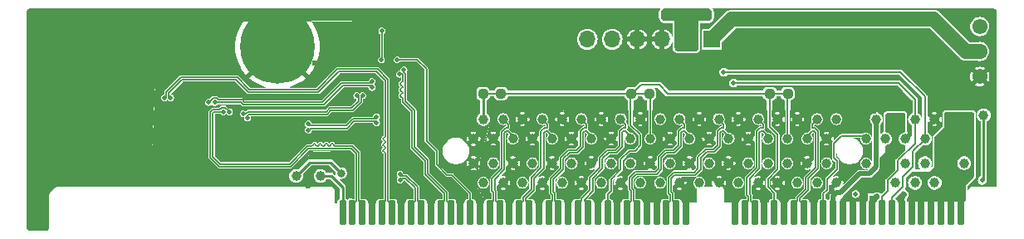
<source format=gbr>
%TF.GenerationSoftware,KiCad,Pcbnew,8.0.7*%
%TF.CreationDate,2025-04-01T17:38:45+03:00*%
%TF.ProjectId,RibbonRiser,52696262-6f6e-4526-9973-65722e6b6963,rev?*%
%TF.SameCoordinates,Original*%
%TF.FileFunction,Copper,L4,Bot*%
%TF.FilePolarity,Positive*%
%FSLAX46Y46*%
G04 Gerber Fmt 4.6, Leading zero omitted, Abs format (unit mm)*
G04 Created by KiCad (PCBNEW 8.0.7) date 2025-04-01 17:38:45*
%MOMM*%
%LPD*%
G01*
G04 APERTURE LIST*
G04 Aperture macros list*
%AMRoundRect*
0 Rectangle with rounded corners*
0 $1 Rounding radius*
0 $2 $3 $4 $5 $6 $7 $8 $9 X,Y pos of 4 corners*
0 Add a 4 corners polygon primitive as box body*
4,1,4,$2,$3,$4,$5,$6,$7,$8,$9,$2,$3,0*
0 Add four circle primitives for the rounded corners*
1,1,$1+$1,$2,$3*
1,1,$1+$1,$4,$5*
1,1,$1+$1,$6,$7*
1,1,$1+$1,$8,$9*
0 Add four rect primitives between the rounded corners*
20,1,$1+$1,$2,$3,$4,$5,0*
20,1,$1+$1,$4,$5,$6,$7,0*
20,1,$1+$1,$6,$7,$8,$9,0*
20,1,$1+$1,$8,$9,$2,$3,0*%
G04 Aperture macros list end*
%TA.AperFunction,ComponentPad*%
%ADD10C,1.550013*%
%TD*%
%TA.AperFunction,ComponentPad*%
%ADD11R,1.700000X1.700000*%
%TD*%
%TA.AperFunction,ComponentPad*%
%ADD12O,1.700000X1.700000*%
%TD*%
%TA.AperFunction,ComponentPad*%
%ADD13C,1.000000*%
%TD*%
%TA.AperFunction,ComponentPad*%
%ADD14C,4.700000*%
%TD*%
%TA.AperFunction,ConnectorPad*%
%ADD15C,7.600000*%
%TD*%
%TA.AperFunction,SMDPad,CuDef*%
%ADD16RoundRect,0.237500X-0.250000X-0.237500X0.250000X-0.237500X0.250000X0.237500X-0.250000X0.237500X0*%
%TD*%
%TA.AperFunction,SMDPad,CuDef*%
%ADD17C,1.000000*%
%TD*%
%TA.AperFunction,SMDPad,CuDef*%
%ADD18RoundRect,0.187500X0.187500X1.062500X-0.187500X1.062500X-0.187500X-1.062500X0.187500X-1.062500X0*%
%TD*%
%TA.AperFunction,SMDPad,CuDef*%
%ADD19RoundRect,0.237500X0.250000X0.237500X-0.250000X0.237500X-0.250000X-0.237500X0.250000X-0.237500X0*%
%TD*%
%TA.AperFunction,ViaPad*%
%ADD20C,0.800000*%
%TD*%
%TA.AperFunction,ViaPad*%
%ADD21C,0.600000*%
%TD*%
%TA.AperFunction,ViaPad*%
%ADD22C,0.500000*%
%TD*%
%TA.AperFunction,Conductor*%
%ADD23C,1.500000*%
%TD*%
%TA.AperFunction,Conductor*%
%ADD24C,0.500000*%
%TD*%
%TA.AperFunction,Conductor*%
%ADD25C,0.400000*%
%TD*%
%TA.AperFunction,Conductor*%
%ADD26C,0.150000*%
%TD*%
%TA.AperFunction,Conductor*%
%ADD27C,0.158000*%
%TD*%
%TA.AperFunction,Conductor*%
%ADD28C,0.200000*%
%TD*%
%TA.AperFunction,Conductor*%
%ADD29C,0.250000*%
%TD*%
G04 APERTURE END LIST*
D10*
%TO.P,3P_FAN1,1,1*%
%TO.N,GND*%
X150100000Y-126840005D03*
%TO.P,3P_FAN1,2,2*%
%TO.N,+12V*%
X150100000Y-124300000D03*
%TO.P,3P_FAN1,3,3*%
%TO.N,unconnected-(3P_FAN1-Pad3)*%
X150100000Y-121759995D03*
%TD*%
D11*
%TO.P,AUX1,1,Pin_1*%
%TO.N,+12V*%
X122780000Y-123050000D03*
D12*
%TO.P,AUX1,2,Pin_2*%
%TO.N,+3V3*%
X120240000Y-123050000D03*
%TO.P,AUX1,3,Pin_3*%
%TO.N,GND*%
X117700000Y-123050000D03*
%TO.P,AUX1,4,Pin_4*%
X115160000Y-123050000D03*
%TO.P,AUX1,5,Pin_5*%
%TO.N,SMBCLK*%
X112620000Y-123050000D03*
%TO.P,AUX1,6,Pin_6*%
%TO.N,SMBDATA*%
X110080000Y-123050000D03*
%TD*%
D13*
%TO.P,J1,A1,~{PRSNT1}*%
%TO.N,GND*%
X148500000Y-135700000D03*
%TO.P,J1,A2,+12V*%
%TO.N,+12V*%
X147500000Y-137700000D03*
%TO.P,J1,A3,+12V*%
X146500000Y-135700000D03*
%TO.P,J1,A4,GND*%
%TO.N,GND*%
X145500000Y-137700000D03*
%TO.P,J1,A5,JTAG2*%
%TO.N,unconnected-(J1-JTAG2-PadA5)*%
X144500000Y-135700000D03*
%TO.P,J1,A6,JTAG3*%
%TO.N,unconnected-(J1-JTAG3-PadA6)*%
X143500000Y-137700000D03*
%TO.P,J1,A7,JTAG4*%
%TO.N,unconnected-(J1-JTAG4-PadA7)*%
X142500000Y-135700000D03*
%TO.P,J1,A8,JTAG5*%
%TO.N,unconnected-(J1-JTAG5-PadA8)*%
X141500000Y-137700000D03*
%TO.P,J1,A9,+3.3V*%
%TO.N,+3V3*%
X140500000Y-135700000D03*
%TO.P,J1,A10,+3.3V*%
X139500000Y-137700000D03*
%TO.P,J1,A11,~{PERST}*%
%TO.N,PERST#*%
X138500000Y-135700000D03*
%TO.P,J1,A12,GND*%
%TO.N,GND*%
X135500000Y-137700000D03*
%TO.P,J1,A13,REFCLK+*%
%TO.N,PCIe_CPU_REFCLK+*%
X134500000Y-135700000D03*
%TO.P,J1,A14,REFCLK-*%
%TO.N,PCIe_CPU_REFCLK-*%
X133500000Y-137700000D03*
%TO.P,J1,A15,GND*%
%TO.N,GND*%
X132500000Y-135700000D03*
%TO.P,J1,A16,PERp0*%
%TO.N,PCIe_CPU_Rx0+*%
X131500000Y-137700000D03*
%TO.P,J1,A17,PERn0*%
%TO.N,PCIe_CPU_Rx0-*%
X130500000Y-135700000D03*
%TO.P,J1,A18,GND*%
%TO.N,GND*%
X129500000Y-137700000D03*
%TO.P,J1,A19,RSVD*%
%TO.N,unconnected-(J1-RSVD-PadA19)*%
X128500000Y-135700000D03*
%TO.P,J1,A20,GND*%
%TO.N,GND*%
X127500000Y-137700000D03*
%TO.P,J1,A21,PERp1*%
%TO.N,PCIe_CPU_Rx1+*%
X126500000Y-135700000D03*
%TO.P,J1,A22,PERn1*%
%TO.N,PCIe_CPU_Rx1-*%
X125500000Y-137700000D03*
%TO.P,J1,A23,GND*%
%TO.N,GND*%
X124500000Y-135700000D03*
%TO.P,J1,A24,GND*%
X123500000Y-137700000D03*
%TO.P,J1,A25,PERp2*%
%TO.N,PCIe_CPU_Rx2+*%
X122500000Y-135700000D03*
%TO.P,J1,A26,PERn2*%
%TO.N,PCIe_CPU_Rx2-*%
X121500000Y-137700000D03*
%TO.P,J1,A27,GND*%
%TO.N,GND*%
X120500000Y-135700000D03*
%TO.P,J1,A28,GND*%
X119500000Y-137700000D03*
%TO.P,J1,A29,PERp3*%
%TO.N,PCIe_CPU_Rx3+*%
X118500000Y-135700000D03*
%TO.P,J1,A30,PERn3*%
%TO.N,PCIe_CPU_Rx3-*%
X117500000Y-137700000D03*
%TO.P,J1,A31,GND*%
%TO.N,GND*%
X116500000Y-135700000D03*
%TO.P,J1,A32,RSVD*%
%TO.N,unconnected-(J1-RSVD-PadA32)*%
X115500000Y-137700000D03*
%TO.P,J1,A33,RSVD*%
%TO.N,unconnected-(J1-RSVD-PadA33)*%
X114500000Y-135700000D03*
%TO.P,J1,A34,GND*%
%TO.N,GND*%
X113500000Y-137700000D03*
%TO.P,J1,A35,PERp4*%
%TO.N,PCIe_CPU_Rx4+*%
X112500000Y-135700000D03*
%TO.P,J1,A36,PERn4*%
%TO.N,PCIe_CPU_Rx4-*%
X111500000Y-137700000D03*
%TO.P,J1,A37,GND*%
%TO.N,GND*%
X110500000Y-135700000D03*
%TO.P,J1,A38,GND*%
X109500000Y-137700000D03*
%TO.P,J1,A39,PERp5*%
%TO.N,PCIe_CPU_Rx5+*%
X108500000Y-135700000D03*
%TO.P,J1,A40,PERn5*%
%TO.N,PCIe_CPU_Rx5-*%
X107500000Y-137700000D03*
%TO.P,J1,A41,GND*%
%TO.N,GND*%
X106500000Y-135700000D03*
%TO.P,J1,A42,GND*%
X105500000Y-137700000D03*
%TO.P,J1,A43,PERp6*%
%TO.N,PCIe_CPU_Rx6+*%
X104500000Y-135700000D03*
%TO.P,J1,A44,PERn6*%
%TO.N,PCIe_CPU_Rx6-*%
X103500000Y-137700000D03*
%TO.P,J1,A45,GND*%
%TO.N,GND*%
X102500000Y-135700000D03*
%TO.P,J1,A46,GND*%
X101500000Y-137700000D03*
%TO.P,J1,A47,PERp7*%
%TO.N,PCIe_CPU_Rx7+*%
X100500000Y-135700000D03*
%TO.P,J1,A48,PERn7*%
%TO.N,PCIe_CPU_Rx7-*%
X99500000Y-137700000D03*
%TO.P,J1,A49,GND*%
%TO.N,GND*%
X98500000Y-135700000D03*
%TO.P,J1,B1,+12V*%
%TO.N,+12V*%
X148500000Y-133199872D03*
%TO.P,J1,B2,+12V*%
X147500000Y-131199872D03*
%TO.P,J1,B3,+12V*%
X146500000Y-133199872D03*
%TO.P,J1,B4,GND*%
%TO.N,GND*%
X145500000Y-131199872D03*
%TO.P,J1,B5,SMCLK*%
%TO.N,SMBCLK*%
X144500000Y-133199872D03*
%TO.P,J1,B6,SMDAT*%
%TO.N,SMBDATA*%
X143500000Y-131199872D03*
%TO.P,J1,B7,GND*%
%TO.N,GND*%
X142500000Y-133199872D03*
%TO.P,J1,B8,+3.3V*%
%TO.N,+3V3*%
X141499746Y-131199872D03*
%TO.P,J1,B9,JTAG1*%
%TO.N,unconnected-(J1-JTAG1-PadB9)*%
X140500000Y-133199872D03*
%TO.P,J1,B10,3.3Vaux*%
%TO.N,+3V3_S5*%
X139499746Y-131199872D03*
%TO.P,J1,B11,~{WAKE}*%
%TO.N,WAKE#*%
X138500000Y-133199872D03*
%TO.P,J1,B12,RSVD*%
%TO.N,unconnected-(J1-RSVD-PadB12)*%
X135499746Y-131199872D03*
%TO.P,J1,B13,GND*%
%TO.N,GND*%
X134500000Y-133199872D03*
%TO.P,J1,B14,PETp0*%
%TO.N,PCIe_CPU_Tx0+*%
X133499746Y-131199872D03*
%TO.P,J1,B15,PETn0*%
%TO.N,PCIe_CPU_Tx0-*%
X132500000Y-133199872D03*
%TO.P,J1,B16,GND*%
%TO.N,GND*%
X131499746Y-131199872D03*
%TO.P,J1,B17,~{PRSNT2}*%
%TO.N,PCIe_CPU_CLKREQ#*%
X130500000Y-133199872D03*
%TO.P,J1,B18,GND*%
%TO.N,GND*%
X129499746Y-131199872D03*
%TO.P,J1,B19,PETp1*%
%TO.N,PCIe_CPU_Tx1+*%
X128500000Y-133199872D03*
%TO.P,J1,B20,PETn1*%
%TO.N,PCIe_CPU_Tx1-*%
X127499746Y-131199872D03*
%TO.P,J1,B21,GND*%
%TO.N,GND*%
X126500000Y-133199872D03*
%TO.P,J1,B22,GND*%
X125499746Y-131199872D03*
%TO.P,J1,B23,PETp2*%
%TO.N,PCIe_CPU_Tx2+*%
X124500000Y-133199872D03*
%TO.P,J1,B24,PETn2*%
%TO.N,PCIe_CPU_Tx2-*%
X123499746Y-131199872D03*
%TO.P,J1,B25,GND*%
%TO.N,GND*%
X122500000Y-133199872D03*
%TO.P,J1,B26,GND*%
X121499746Y-131199872D03*
%TO.P,J1,B27,PETp3*%
%TO.N,PCIe_CPU_Tx3+*%
X120500000Y-133199872D03*
%TO.P,J1,B28,PETn3*%
%TO.N,PCIe_CPU_Tx3-*%
X119499746Y-131199872D03*
%TO.P,J1,B29,GND*%
%TO.N,GND*%
X118500000Y-133199872D03*
%TO.P,J1,B30,RSVD*%
%TO.N,unconnected-(J1-RSVD-PadB30)*%
X117499746Y-131199872D03*
%TO.P,J1,B31,~{PRSNT2}*%
%TO.N,PCIe_CPU_CLKREQ#*%
X116500000Y-133199872D03*
%TO.P,J1,B32,GND*%
%TO.N,GND*%
X115499746Y-131199872D03*
%TO.P,J1,B33,PETp4*%
%TO.N,PCIe_CPU_Tx4+*%
X114500000Y-133199872D03*
%TO.P,J1,B34,PETn4*%
%TO.N,PCIe_CPU_Tx4-*%
X113499746Y-131199872D03*
%TO.P,J1,B35,GND*%
%TO.N,GND*%
X112500000Y-133199872D03*
%TO.P,J1,B36,GND*%
X111499746Y-131199872D03*
%TO.P,J1,B37,PETp5*%
%TO.N,PCIe_CPU_Tx5+*%
X110500000Y-133199872D03*
%TO.P,J1,B38,PETn5*%
%TO.N,PCIe_CPU_Tx5-*%
X109499746Y-131199872D03*
%TO.P,J1,B39,GND*%
%TO.N,GND*%
X108500000Y-133199872D03*
%TO.P,J1,B40,GND*%
X107499746Y-131199872D03*
%TO.P,J1,B41,PETp6*%
%TO.N,PCIe_CPU_Tx6+*%
X106500000Y-133199872D03*
%TO.P,J1,B42,PETn6*%
%TO.N,PCIe_CPU_Tx6-*%
X105499746Y-131199872D03*
%TO.P,J1,B43,GND*%
%TO.N,GND*%
X104499746Y-133199872D03*
%TO.P,J1,B44,GND*%
X103499746Y-131199872D03*
%TO.P,J1,B45,PETp7*%
%TO.N,PCIe_CPU_Tx7+*%
X102499746Y-133199872D03*
%TO.P,J1,B46,PETn7*%
%TO.N,PCIe_CPU_Tx7-*%
X101499746Y-131199872D03*
%TO.P,J1,B47,GND*%
%TO.N,GND*%
X100500000Y-133199872D03*
%TO.P,J1,B48,~{PRSNT2}*%
%TO.N,PCIe_CPU_CLKREQ#*%
X99499746Y-131199872D03*
%TO.P,J1,B49,GND*%
%TO.N,GND*%
X98499746Y-133199872D03*
%TD*%
D14*
%TO.P,H1,1,1*%
%TO.N,GND*%
X78500000Y-123800000D03*
D15*
X78500000Y-123800000D03*
%TD*%
D16*
%TO.P,R8,1*%
%TO.N,PCIe_CPU_CLKREQ#*%
X128700000Y-128600000D03*
%TO.P,R8,2*%
X130525000Y-128600000D03*
%TD*%
D17*
%TO.P,TP2,1,1*%
%TO.N,Net-(J4-GPU_MACO_EN)*%
X80400000Y-137000000D03*
%TD*%
D16*
%TO.P,R7,1*%
%TO.N,PCIe_CPU_CLKREQ#*%
X114575000Y-128600000D03*
%TO.P,R7,2*%
X116400000Y-128600000D03*
%TD*%
D18*
%TO.P,J4,B1,GPU_PWR_EN*%
%TO.N,Net-(J4-GPU_PWR_EN)*%
X85150000Y-140750000D03*
%TO.P,J4,B2,PCIe_PCH_Tx2-*%
%TO.N,PCIe_PCH_Tx2-*%
X86150000Y-140750000D03*
%TO.P,J4,B3,PCIe_PCH_Tx2+*%
%TO.N,PCIe_PCH_Tx2+*%
X87150000Y-140750000D03*
%TO.P,J4,B4,GND*%
%TO.N,GND*%
X88150000Y-140750000D03*
%TO.P,J4,B5,PCIe_PCH_Tx0-*%
%TO.N,PCIe_PCH_Tx0-*%
X89150000Y-140750000D03*
%TO.P,J4,B6,PCIe_PCH_Tx0+*%
%TO.N,PCIe_PCH_Tx0+*%
X90150000Y-140750000D03*
%TO.P,J4,B7,GND*%
%TO.N,GND*%
X91150000Y-140750000D03*
%TO.P,J4,B8,PCIe_PCH_Rx3-*%
%TO.N,PCIe_PCH_Rx3-*%
X92150000Y-140750000D03*
%TO.P,J4,B9,PCIe_PCH_Rx3+*%
%TO.N,PCIe_PCH_Rx3+*%
X93150000Y-140750000D03*
%TO.P,J4,B10,GND*%
%TO.N,GND*%
X94150000Y-140750000D03*
%TO.P,J4,B11,PCIe_PCH_Rx0-*%
%TO.N,PCIe_PCH_Rx0-*%
X95150000Y-140750000D03*
%TO.P,J4,B12,PCIe_PCH_Rx0+*%
%TO.N,PCIe_PCH_Rx0+*%
X96150000Y-140750000D03*
%TO.P,J4,B13,GND*%
%TO.N,GND*%
X97150000Y-140750000D03*
%TO.P,J4,B14,PCIe_PCH_CLKREQ#*%
%TO.N,PCIe_PCH_CLKREQ#*%
X98150000Y-140750000D03*
%TO.P,J4,B15,GND*%
%TO.N,GND*%
X99150000Y-140750000D03*
%TO.P,J4,B16,PCIe_CPU_Tx7-*%
%TO.N,PCIe_CPU_Tx7-*%
X100150000Y-140750000D03*
%TO.P,J4,B17,PCIe_CPU_Tx7+*%
%TO.N,PCIe_CPU_Tx7+*%
X101150000Y-140750000D03*
%TO.P,J4,B18,GND*%
%TO.N,GND*%
X102150000Y-140750000D03*
%TO.P,J4,B19,PCIe_CPU_Tx6-*%
%TO.N,PCIe_CPU_Tx6-*%
X103150000Y-140750000D03*
%TO.P,J4,B20,PCIe_CPU_Tx6+*%
%TO.N,PCIe_CPU_Tx6+*%
X104150000Y-140750000D03*
%TO.P,J4,B21,GND*%
%TO.N,GND*%
X105150000Y-140750000D03*
%TO.P,J4,B22,PCIe_CPU_Tx5-*%
%TO.N,PCIe_CPU_Tx5-*%
X106150000Y-140750000D03*
%TO.P,J4,B23,PCIe_CPU_Tx5+*%
%TO.N,PCIe_CPU_Tx5+*%
X107150000Y-140750000D03*
%TO.P,J4,B24,GND*%
%TO.N,GND*%
X108150000Y-140750000D03*
%TO.P,J4,B25,PCIe_CPU_Tx4-*%
%TO.N,PCIe_CPU_Tx4-*%
X109150000Y-140750000D03*
%TO.P,J4,B26,PCIe_CPU_Tx4+*%
%TO.N,PCIe_CPU_Tx4+*%
X110150000Y-140750000D03*
%TO.P,J4,B27,GND*%
%TO.N,GND*%
X111150000Y-140750000D03*
%TO.P,J4,B28,PCIe_CPU_CLKREQ#*%
%TO.N,PCIe_CPU_CLKREQ#*%
X112150000Y-140750000D03*
%TO.P,J4,B29,GND*%
%TO.N,GND*%
X113150000Y-140750000D03*
%TO.P,J4,B30,PCIe_CPU_Tx3-*%
%TO.N,PCIe_CPU_Tx3-*%
X114150000Y-140750000D03*
%TO.P,J4,B31,PCIe_CPU_Tx3+*%
%TO.N,PCIe_CPU_Tx3+*%
X115150000Y-140750000D03*
%TO.P,J4,B32,GND*%
%TO.N,GND*%
X116150000Y-140750000D03*
%TO.P,J4,B33,GND*%
X117150000Y-140750000D03*
%TO.P,J4,B34,PCIe_CPU_Tx2-*%
%TO.N,PCIe_CPU_Tx2-*%
X118150000Y-140750000D03*
%TO.P,J4,B35,PCIe_CPU_Tx2+*%
%TO.N,PCIe_CPU_Tx2+*%
X119150000Y-140750000D03*
%TO.P,J4,B36,GND*%
%TO.N,GND*%
X120150000Y-140750000D03*
%TO.P,J4,B37,GND*%
X125150000Y-140750000D03*
%TO.P,J4,B38,PCIe_CPU_Tx1-*%
%TO.N,PCIe_CPU_Tx1-*%
X126150000Y-140750000D03*
%TO.P,J4,B39,PCIe_CPU_Tx1+*%
%TO.N,PCIe_CPU_Tx1+*%
X127150000Y-140750000D03*
%TO.P,J4,B40,GND*%
%TO.N,GND*%
X128150000Y-140750000D03*
%TO.P,J4,B41,PCIe_CPU_CLKREQ#*%
%TO.N,PCIe_CPU_CLKREQ#*%
X129150000Y-140750000D03*
%TO.P,J4,B42,GND*%
%TO.N,GND*%
X130150000Y-140750000D03*
%TO.P,J4,B43,PCIe_CPU_Tx0-*%
%TO.N,PCIe_CPU_Tx0-*%
X131150000Y-140750000D03*
%TO.P,J4,B44,PCIe_CPU_Tx0+*%
%TO.N,PCIe_CPU_Tx0+*%
X132150000Y-140750000D03*
%TO.P,J4,B45,GND*%
%TO.N,GND*%
X133150000Y-140750000D03*
%TO.P,J4,B46,WAKE#*%
%TO.N,WAKE#*%
X134150000Y-140750000D03*
%TO.P,J4,B47,+3V3_S5*%
%TO.N,+3V3_S5*%
X135150000Y-140750000D03*
%TO.P,J4,B48,+3V3*%
%TO.N,+3V3*%
X136150000Y-140750000D03*
%TO.P,J4,B49,+3V3*%
X137150000Y-140750000D03*
%TO.P,J4,B50,+3V3*%
X138150000Y-140750000D03*
%TO.P,J4,B51,GND*%
%TO.N,GND*%
X139150000Y-140750000D03*
%TO.P,J4,B52,SMBDATA*%
%TO.N,SMBDATA*%
X140150000Y-140750000D03*
%TO.P,J4,B53,SMBCLK*%
%TO.N,SMBCLK*%
X141150000Y-140750000D03*
%TO.P,J4,B54,GND*%
%TO.N,GND*%
X142150000Y-140750000D03*
%TO.P,J4,B55,+12V*%
%TO.N,+12V*%
X143150000Y-140750000D03*
%TO.P,J4,B56,+12V*%
X144150000Y-140750000D03*
%TO.P,J4,B57,+12V*%
X145150000Y-140750000D03*
%TO.P,J4,B58,+12V*%
X146150000Y-140750000D03*
%TO.P,J4,B59,+12V*%
X147150000Y-140750000D03*
%TO.P,J4,B60,+12V*%
X148150000Y-140750000D03*
%TD*%
D17*
%TO.P,TP3,1,1*%
%TO.N,Net-(J4-GPU_PWR_EN)*%
X82900000Y-137000000D03*
%TD*%
D19*
%TO.P,R2,1*%
%TO.N,PCIe_CPU_CLKREQ#*%
X101300000Y-128600000D03*
%TO.P,R2,2*%
X99475000Y-128600000D03*
%TD*%
D17*
%TO.P,TP1,1,1*%
%TO.N,Net-(J4-PCIE_SOLT_A60)*%
X150500000Y-130800000D03*
%TD*%
D20*
%TO.N,+3V3*%
X122200000Y-120550000D03*
X121200000Y-120550000D03*
X120200000Y-120550000D03*
X119200000Y-120550000D03*
X118200000Y-120550000D03*
D21*
%TO.N,GND*%
X85800000Y-137700000D03*
X63150000Y-131250000D03*
X71500000Y-122500000D03*
X54000000Y-123500000D03*
D22*
X82900000Y-131300000D03*
D21*
X97500000Y-122500000D03*
X91100000Y-139000000D03*
X65500000Y-125000000D03*
X65550000Y-134300000D03*
X69000000Y-122500000D03*
X57500000Y-120500000D03*
X95700000Y-137600000D03*
X64500000Y-137500000D03*
X60500000Y-137500000D03*
D22*
X69900000Y-126400000D03*
D21*
X88900000Y-135000000D03*
X74460000Y-130100000D03*
X85500000Y-122000000D03*
X54000000Y-133500000D03*
D22*
X78200000Y-134300000D03*
X86100000Y-126900000D03*
D21*
X105500000Y-122500000D03*
D22*
X87200000Y-130500000D03*
X81600000Y-123800000D03*
D21*
X58000000Y-131500000D03*
X54000000Y-131500000D03*
X85300000Y-135400000D03*
X67000000Y-123500000D03*
D22*
X80400000Y-132300000D03*
X73500000Y-127700000D03*
D21*
X109000000Y-138900000D03*
D22*
X63200000Y-134300000D03*
D21*
X111400000Y-138900000D03*
X62000000Y-122500000D03*
X88900000Y-137000000D03*
X63500000Y-120500000D03*
D22*
X71500000Y-127700000D03*
X90400000Y-127200000D03*
D21*
X56500000Y-137500000D03*
X75550000Y-134250000D03*
X128000000Y-138900000D03*
X72500000Y-137500000D03*
D22*
X79700000Y-129000000D03*
D21*
X58000000Y-122500000D03*
X54000000Y-129500000D03*
X68050000Y-134300000D03*
X66600000Y-131250000D03*
X116000000Y-138800000D03*
X99700000Y-138800000D03*
D22*
X71800000Y-126400000D03*
D21*
X74050000Y-134300000D03*
X60000000Y-124500000D03*
X64500000Y-131250000D03*
X85000000Y-133100000D03*
X77100000Y-131400000D03*
X72550000Y-131200000D03*
X74000000Y-122500000D03*
D22*
X90360000Y-133180000D03*
D21*
X55500000Y-120500000D03*
X56000000Y-126500000D03*
X56000000Y-130500000D03*
X116500000Y-134360000D03*
X87500000Y-122000000D03*
X95000000Y-129000000D03*
D22*
X139600000Y-139050000D03*
D21*
X120520000Y-134360000D03*
X71050000Y-134300000D03*
D22*
X73700000Y-125000000D03*
D21*
X85700000Y-124200000D03*
D22*
X73900000Y-126400000D03*
D21*
X68050000Y-131200000D03*
X58000000Y-126500000D03*
X92600000Y-129000000D03*
X56000000Y-124500000D03*
X64550000Y-134300000D03*
X110590000Y-134360000D03*
X90500000Y-136000000D03*
D22*
X69500000Y-129500000D03*
D21*
X120900000Y-139100000D03*
X88900000Y-132500000D03*
X78500000Y-137500000D03*
X92600000Y-126700000D03*
X60850000Y-131300000D03*
X76500000Y-137500000D03*
X85200000Y-131100000D03*
D22*
X83700000Y-128100000D03*
D21*
X107500000Y-122500000D03*
X60000000Y-122500000D03*
D22*
X88550000Y-128690000D03*
D21*
X54000000Y-135500000D03*
X93600000Y-134300000D03*
X72550000Y-134300000D03*
X87400000Y-136400000D03*
X74500000Y-137500000D03*
D22*
X76100000Y-121900000D03*
D21*
X54000000Y-127500000D03*
X66550000Y-134300000D03*
D22*
X69600000Y-125000000D03*
D21*
X56000000Y-122500000D03*
X58000000Y-124500000D03*
X91500000Y-122500000D03*
X101500000Y-122500000D03*
X64000000Y-126500000D03*
X56000000Y-128500000D03*
X87800000Y-138900000D03*
X129900000Y-138900000D03*
X68500000Y-137500000D03*
X131440000Y-134460000D03*
X92360000Y-135270000D03*
D22*
X142400000Y-138900000D03*
D21*
X93500000Y-122500000D03*
D22*
X66500000Y-126800000D03*
D21*
X69550000Y-134300000D03*
X66500000Y-137500000D03*
X106680000Y-134380000D03*
X62500000Y-137500000D03*
X117200000Y-138800000D03*
X61500000Y-120500000D03*
D22*
X67800000Y-125600000D03*
D21*
X60050000Y-134300000D03*
X103500000Y-122500000D03*
X93100000Y-131800000D03*
X94200000Y-139100000D03*
X103450000Y-134400000D03*
D22*
X65200000Y-128200000D03*
X137450000Y-138850000D03*
D21*
X91800000Y-124400000D03*
X82300000Y-125500000D03*
X59500000Y-120500000D03*
X81660000Y-138000000D03*
X83500000Y-122000000D03*
X95000000Y-125000000D03*
D22*
X81600000Y-129000000D03*
X66600000Y-129700000D03*
D21*
X102400000Y-138900000D03*
D22*
X75400000Y-123800000D03*
D21*
X98000000Y-137000000D03*
D22*
X85440000Y-129030000D03*
D21*
X95000000Y-131000000D03*
X60500000Y-135900000D03*
X77050000Y-134250000D03*
X71050000Y-131200000D03*
D22*
X68000000Y-129700000D03*
X80900000Y-121900000D03*
D21*
X56000000Y-132500000D03*
X54000000Y-121500000D03*
D22*
X71600000Y-125000000D03*
D21*
X125490000Y-134440000D03*
X83800000Y-134900000D03*
X113200000Y-138900000D03*
D22*
X64500000Y-129400000D03*
D21*
X105600000Y-138900000D03*
X58500000Y-137500000D03*
X83700000Y-124200000D03*
X87300000Y-133200000D03*
X60850000Y-134300000D03*
X70500000Y-137500000D03*
X125100000Y-139000000D03*
D22*
X75800000Y-129000000D03*
D21*
X90630000Y-129910000D03*
X133000000Y-138900000D03*
X97200000Y-139100000D03*
X54000000Y-125500000D03*
X87700000Y-124200000D03*
X99500000Y-122500000D03*
D22*
X77900000Y-129000000D03*
D21*
X69550000Y-131200000D03*
X95000000Y-133000000D03*
X60050000Y-131300000D03*
X95000000Y-127000000D03*
X54000000Y-137500000D03*
X95500000Y-122500000D03*
D22*
%TO.N,PERST#*%
X89100000Y-125150000D03*
X89150000Y-122200000D03*
%TO.N,PCIe_PCH_CLKREQ#*%
X90700000Y-125150000D03*
D20*
%TO.N,Net-(J4-GPU_MACO_EN)*%
X85000000Y-136700000D03*
D22*
%TO.N,Net-(J4-PCIE_SOLT_A60)*%
X150350000Y-137450000D03*
%TO.N,SMBCLK*%
X124000000Y-126400000D03*
%TO.N,PCIe_PCH_Rx2+*%
X86584694Y-128796356D03*
X75015433Y-130662127D03*
%TO.N,PCIe_PCH_Rx2-*%
X87186294Y-128796356D03*
X75440829Y-131087523D03*
%TO.N,PCIe_PCH_Rx1-*%
X72120003Y-129500000D03*
X88140000Y-127960800D03*
%TO.N,PCIe_PCH_Rx1+*%
X71500000Y-129500000D03*
X88140000Y-127359200D03*
%TO.N,PCIe_PCH_Tx2-*%
X73603074Y-130459905D03*
%TO.N,PCIe_PCH_Tx2+*%
X72983074Y-130461693D03*
%TO.N,PCIe_PCH_Tx0-*%
X67600800Y-129000089D03*
%TO.N,PCIe_PCH_Tx0+*%
X66999200Y-129000089D03*
%TO.N,PCIe_PCH_Rx3-*%
X81665152Y-132300800D03*
X88600000Y-131571000D03*
X91000000Y-137416100D03*
%TO.N,PCIe_PCH_Rx3+*%
X88600000Y-130969400D03*
X91000000Y-136814500D03*
X81665152Y-131699200D03*
%TO.N,PCIe_PCH_Rx0-*%
X90963497Y-126611146D03*
%TO.N,PCIe_PCH_Rx0+*%
X91388893Y-126185750D03*
%TO.N,SMBDATA*%
X125000000Y-127500000D03*
%TD*%
D23*
%TO.N,+12V*%
X124830000Y-121000000D02*
X122780000Y-123050000D01*
X145400000Y-121000000D02*
X124830000Y-121000000D01*
X148700000Y-124300000D02*
X145400000Y-121000000D01*
X150100000Y-124300000D02*
X148700000Y-124300000D01*
D24*
%TO.N,GND*%
X88150000Y-140750000D02*
X88150000Y-139250000D01*
X139150000Y-140750000D02*
X139150000Y-139500000D01*
D25*
X113150000Y-138950000D02*
X113200000Y-138900000D01*
D24*
X142150000Y-140750000D02*
X142150000Y-139150000D01*
X139150000Y-139500000D02*
X139600000Y-139050000D01*
D25*
X113150000Y-140750000D02*
X113150000Y-138950000D01*
X111150000Y-140750000D02*
X111150000Y-139150000D01*
D24*
X142150000Y-139150000D02*
X142400000Y-138900000D01*
D25*
X111150000Y-139150000D02*
X111400000Y-138900000D01*
D24*
X88150000Y-139250000D02*
X87800000Y-138900000D01*
D26*
%TO.N,PERST#*%
X89150000Y-125100000D02*
X89100000Y-125150000D01*
X89150000Y-122200000D02*
X89150000Y-125100000D01*
D27*
%TO.N,PCIe_PCH_CLKREQ#*%
X94750000Y-134450000D02*
X93700000Y-133400000D01*
X94750000Y-135850000D02*
X94750000Y-134450000D01*
X98150000Y-138750000D02*
X96300000Y-136900000D01*
X92750000Y-125150000D02*
X90700000Y-125150000D01*
X96300000Y-136900000D02*
X95800000Y-136900000D01*
X93700000Y-133400000D02*
X93700000Y-126100000D01*
X93700000Y-126100000D02*
X92750000Y-125150000D01*
X95800000Y-136900000D02*
X94750000Y-135850000D01*
X98150000Y-140750000D02*
X98150000Y-138750000D01*
D28*
%TO.N,PCIe_CPU_CLKREQ#*%
X114950000Y-134450000D02*
X114350000Y-134450000D01*
X116500000Y-128600000D02*
X116500000Y-133250000D01*
X114500000Y-128775000D02*
X114500000Y-131800000D01*
X129500000Y-136300000D02*
X128500000Y-137300000D01*
X128675000Y-131975000D02*
X129500000Y-132800000D01*
X115500000Y-132800000D02*
X115500000Y-133900000D01*
X129500000Y-132800000D02*
X129500000Y-136300000D01*
D29*
X99500000Y-128600000D02*
X99500000Y-131250000D01*
D28*
X130500000Y-128600000D02*
X130500000Y-133250000D01*
X112500000Y-138500000D02*
X112150000Y-138850000D01*
X128500000Y-137300000D02*
X128500000Y-138100000D01*
X117400000Y-127700000D02*
X115575000Y-127700000D01*
X114500000Y-131800000D02*
X115500000Y-132800000D01*
X129150000Y-138750000D02*
X129150000Y-140750000D01*
X115575000Y-127700000D02*
X114675000Y-128600000D01*
X128675000Y-128600000D02*
X130500000Y-128600000D01*
X116500000Y-128600000D02*
X114675000Y-128600000D01*
X114675000Y-128600000D02*
X101300000Y-128600000D01*
X128500000Y-138100000D02*
X129150000Y-138750000D01*
X115500000Y-133900000D02*
X114950000Y-134450000D01*
X113500000Y-135300000D02*
X113500000Y-136350000D01*
X118300000Y-128600000D02*
X117400000Y-127700000D01*
X112500000Y-137350000D02*
X112500000Y-138500000D01*
X101300000Y-128600000D02*
X99475000Y-128600000D01*
X112150000Y-138850000D02*
X112150000Y-140750000D01*
X114675000Y-128600000D02*
X114500000Y-128775000D01*
X113500000Y-136350000D02*
X112500000Y-137350000D01*
X128675000Y-128600000D02*
X128675000Y-131975000D01*
X128675000Y-128600000D02*
X118300000Y-128600000D01*
X114350000Y-134450000D02*
X113500000Y-135300000D01*
D27*
%TO.N,PCIe_CPU_Tx0+*%
X132150000Y-139875000D02*
X131779800Y-139504800D01*
X131779800Y-139311120D02*
X132635000Y-138455920D01*
X133635000Y-136255920D02*
X133635000Y-132459580D01*
X132150000Y-140750000D02*
X132150000Y-139875000D01*
X131779800Y-139504800D02*
X131779800Y-139311120D01*
X132635000Y-138455920D02*
X132635000Y-137255920D01*
X132635000Y-137255920D02*
X133635000Y-136255920D01*
X133635000Y-132459580D02*
X133275420Y-132100000D01*
X133000000Y-132100000D02*
X133000000Y-131750000D01*
X133275420Y-132100000D02*
X133000000Y-132100000D01*
X133000000Y-131750000D02*
X133500000Y-131250000D01*
%TO.N,PCIe_CPU_Tx0-*%
X132365000Y-137144080D02*
X133365000Y-136144080D01*
X132365000Y-138344080D02*
X132365000Y-137144080D01*
X131520200Y-139199280D02*
X131515000Y-139194080D01*
X133193580Y-132400000D02*
X133000000Y-132400000D01*
X131150000Y-139875000D02*
X131520200Y-139504800D01*
X133365000Y-136144080D02*
X133365000Y-132571420D01*
X133365000Y-132571420D02*
X133193580Y-132400000D01*
X131520200Y-139504800D02*
X131520200Y-139199280D01*
X132500000Y-132900000D02*
X132500000Y-133250000D01*
X131150000Y-140750000D02*
X131150000Y-139875000D01*
X133000000Y-132400000D02*
X132500000Y-132900000D01*
X131515000Y-139194080D02*
X132365000Y-138344080D01*
%TO.N,PCIe_CPU_Tx1+*%
X126635000Y-137255920D02*
X126635000Y-138844080D01*
X127150000Y-139875000D02*
X126779800Y-139504800D01*
X126635000Y-138844080D02*
X126785000Y-138994080D01*
X127150000Y-140750000D02*
X127150000Y-139875000D01*
X127635000Y-132571420D02*
X127635000Y-136255920D01*
X127635000Y-136255920D02*
X126635000Y-137255920D01*
X128000000Y-132400000D02*
X127806420Y-132400000D01*
X126779800Y-139504800D02*
X126779800Y-138999280D01*
X128500000Y-133250000D02*
X128500000Y-132900000D01*
X127806420Y-132400000D02*
X127635000Y-132571420D01*
X128500000Y-132900000D02*
X128000000Y-132400000D01*
X126779800Y-138999280D02*
X126785000Y-138994080D01*
%TO.N,PCIe_CPU_Tx1-*%
X127724580Y-132100000D02*
X128000000Y-132100000D01*
X127365000Y-136144080D02*
X127365000Y-132459580D01*
X126520200Y-139111120D02*
X126365000Y-138955920D01*
X126520200Y-139504800D02*
X126520200Y-139111120D01*
X126365000Y-137144080D02*
X127365000Y-136144080D01*
X126150000Y-139875000D02*
X126520200Y-139504800D01*
X128000000Y-132100000D02*
X128000000Y-131750000D01*
X128000000Y-131750000D02*
X127500000Y-131250000D01*
X127365000Y-132459580D02*
X127724580Y-132100000D01*
X126365000Y-138955920D02*
X126365000Y-137144080D01*
X126150000Y-140750000D02*
X126150000Y-139875000D01*
%TO.N,PCIe_CPU_Tx2+*%
X123635000Y-132555920D02*
X123635000Y-133955920D01*
X124000000Y-132400000D02*
X123790920Y-132400000D01*
X124500000Y-132900000D02*
X124000000Y-132400000D01*
X121635000Y-136355920D02*
X121105920Y-136885000D01*
X123055920Y-134535000D02*
X122255920Y-134535000D01*
X124500000Y-133250000D02*
X124500000Y-132900000D01*
X118635000Y-138644080D02*
X118785000Y-138794080D01*
X123635000Y-133955920D02*
X123055920Y-134535000D01*
X119150000Y-139875000D02*
X118779800Y-139504800D01*
X121105920Y-136885000D02*
X119005920Y-136885000D01*
X121635000Y-135155920D02*
X121635000Y-136355920D01*
X122255920Y-134535000D02*
X121635000Y-135155920D01*
X119150000Y-140750000D02*
X119150000Y-139875000D01*
X123790920Y-132400000D02*
X123635000Y-132555920D01*
X119005920Y-136885000D02*
X118635000Y-137255920D01*
X118779800Y-139504800D02*
X118779800Y-138799280D01*
X118635000Y-137255920D02*
X118635000Y-138644080D01*
X118779800Y-138799280D02*
X118785000Y-138794080D01*
%TO.N,PCIe_CPU_Tx2-*%
X118520200Y-138911120D02*
X118365000Y-138755920D01*
X120994080Y-136615000D02*
X121365000Y-136244080D01*
X118150000Y-140750000D02*
X118150000Y-139875000D01*
X118894080Y-136615000D02*
X120994080Y-136615000D01*
X121365000Y-136244080D02*
X121365000Y-135044080D01*
X123365000Y-132444080D02*
X123709080Y-132100000D01*
X118365000Y-138755920D02*
X118365000Y-137144080D01*
X121365000Y-135044080D02*
X122144080Y-134265000D01*
X118150000Y-139875000D02*
X118520200Y-139504800D01*
X122944080Y-134265000D02*
X123365000Y-133844080D01*
X123709080Y-132100000D02*
X124000000Y-132100000D01*
X123365000Y-133844080D02*
X123365000Y-132444080D01*
X118520200Y-139504800D02*
X118520200Y-138911120D01*
X124000000Y-132100000D02*
X124000000Y-131750000D01*
X122144080Y-134265000D02*
X122944080Y-134265000D01*
X124000000Y-131750000D02*
X123500000Y-131250000D01*
X118365000Y-137144080D02*
X118894080Y-136615000D01*
%TO.N,PCIe_CPU_Tx3+*%
X114785000Y-138394080D02*
X114635000Y-138244080D01*
X119635000Y-133955920D02*
X118955920Y-134635000D01*
X117635000Y-135155920D02*
X117635000Y-136355920D01*
X119790920Y-132400000D02*
X119635000Y-132555920D01*
X118955920Y-134635000D02*
X118155920Y-134635000D01*
X117155920Y-136835000D02*
X115055920Y-136835000D01*
X120500000Y-132900000D02*
X120000000Y-132400000D01*
X115150000Y-140750000D02*
X115150000Y-139875000D01*
X120000000Y-132400000D02*
X119790920Y-132400000D01*
X117635000Y-136355920D02*
X117155920Y-136835000D01*
X115150000Y-139875000D02*
X114779800Y-139504800D01*
X114779800Y-138399280D02*
X114785000Y-138394080D01*
X114635000Y-137255920D02*
X114635000Y-138244080D01*
X119635000Y-132555920D02*
X119635000Y-133955920D01*
X120500000Y-133250000D02*
X120500000Y-132900000D01*
X115055920Y-136835000D02*
X114635000Y-137255920D01*
X118155920Y-134635000D02*
X117635000Y-135155920D01*
X114779800Y-139504800D02*
X114779800Y-138399280D01*
%TO.N,PCIe_CPU_Tx3-*%
X119365000Y-133844080D02*
X119365000Y-132444080D01*
X120000000Y-132100000D02*
X120000000Y-131750000D01*
X119709080Y-132100000D02*
X120000000Y-132100000D01*
X114520200Y-138511120D02*
X114365000Y-138355920D01*
X118844080Y-134365000D02*
X119365000Y-133844080D01*
X117365000Y-136244080D02*
X117365000Y-135044080D01*
X118044080Y-134365000D02*
X118844080Y-134365000D01*
X119365000Y-132444080D02*
X119709080Y-132100000D01*
X114150000Y-139875000D02*
X114520200Y-139504800D01*
X117044080Y-136565000D02*
X117365000Y-136244080D01*
X120000000Y-131750000D02*
X119500000Y-131250000D01*
X114365000Y-137144080D02*
X114944080Y-136565000D01*
X114520200Y-139504800D02*
X114520200Y-138511120D01*
X114944080Y-136565000D02*
X117044080Y-136565000D01*
X114150000Y-140750000D02*
X114150000Y-139875000D01*
X114365000Y-138355920D02*
X114365000Y-137144080D01*
X117365000Y-135044080D02*
X118044080Y-134365000D01*
%TO.N,PCIe_CPU_Tx4+*%
X110635000Y-138555920D02*
X110635000Y-137255920D01*
X109779800Y-139411120D02*
X110635000Y-138555920D01*
X114500000Y-132900000D02*
X114500000Y-133250000D01*
X111635000Y-136255920D02*
X111635000Y-135255920D01*
X109779800Y-139504800D02*
X109779800Y-139411120D01*
X111635000Y-135255920D02*
X112255920Y-134635000D01*
X110150000Y-140750000D02*
X110150000Y-139875000D01*
X114000000Y-132400000D02*
X114500000Y-132900000D01*
X112255920Y-134635000D02*
X113055920Y-134635000D01*
X110635000Y-137255920D02*
X111635000Y-136255920D01*
X113671288Y-132535132D02*
X113806420Y-132400000D01*
X110150000Y-139875000D02*
X109779800Y-139504800D01*
X113806420Y-132400000D02*
X114000000Y-132400000D01*
X113055920Y-134635000D02*
X113671288Y-134019632D01*
X113671288Y-134019632D02*
X113671288Y-132535132D01*
%TO.N,PCIe_CPU_Tx4-*%
X113401288Y-133907792D02*
X113401288Y-132423292D01*
X111365000Y-135144080D02*
X112144080Y-134365000D01*
X112144080Y-134365000D02*
X112944080Y-134365000D01*
X109520200Y-139288880D02*
X110365000Y-138444080D01*
X109150000Y-139875000D02*
X109520200Y-139504800D01*
X110365000Y-138444080D02*
X110365000Y-137144080D01*
X114000000Y-131750000D02*
X113500000Y-131250000D01*
X113724580Y-132100000D02*
X114000000Y-132100000D01*
X114000000Y-132100000D02*
X114000000Y-131750000D01*
X112944080Y-134365000D02*
X113401288Y-133907792D01*
X113401288Y-132423292D02*
X113724580Y-132100000D01*
X109150000Y-140750000D02*
X109150000Y-139875000D01*
X111365000Y-136144080D02*
X111365000Y-135144080D01*
X110365000Y-137144080D02*
X111365000Y-136144080D01*
X109520200Y-139504800D02*
X109520200Y-139288880D01*
%TO.N,PCIe_CPU_Tx5+*%
X106779800Y-138799280D02*
X106785000Y-138794080D01*
X106635000Y-138644080D02*
X106785000Y-138794080D01*
X109806420Y-132400000D02*
X109635000Y-132571420D01*
X109055920Y-134635000D02*
X108255920Y-134635000D01*
X107150000Y-139875000D02*
X106779800Y-139504800D01*
X110500000Y-132900000D02*
X110000000Y-132400000D01*
X107635000Y-135255920D02*
X107635000Y-136355920D01*
X109635000Y-134055920D02*
X109055920Y-134635000D01*
X109635000Y-132571420D02*
X109635000Y-134055920D01*
X107635000Y-136355920D02*
X106635000Y-137355920D01*
X110500000Y-133250000D02*
X110500000Y-132900000D01*
X106635000Y-137355920D02*
X106635000Y-138644080D01*
X107150000Y-140750000D02*
X107150000Y-139875000D01*
X106779800Y-139504800D02*
X106779800Y-138799280D01*
X108255920Y-134635000D02*
X107635000Y-135255920D01*
X110000000Y-132400000D02*
X109806420Y-132400000D01*
%TO.N,PCIe_CPU_Tx5-*%
X107365000Y-136244080D02*
X107365000Y-135144080D01*
X106365000Y-137244080D02*
X107365000Y-136244080D01*
X109365000Y-133944080D02*
X109365000Y-132459580D01*
X106150000Y-140750000D02*
X106150000Y-139875000D01*
X106365000Y-138755920D02*
X106365000Y-137244080D01*
X109365000Y-132459580D02*
X109724580Y-132100000D01*
X108144080Y-134365000D02*
X108944080Y-134365000D01*
X106520200Y-138911120D02*
X106365000Y-138755920D01*
X107365000Y-135144080D02*
X108144080Y-134365000D01*
X110000000Y-132100000D02*
X110000000Y-131750000D01*
X106150000Y-139875000D02*
X106520200Y-139504800D01*
X108944080Y-134365000D02*
X109365000Y-133944080D01*
X109724580Y-132100000D02*
X110000000Y-132100000D01*
X106520200Y-139504800D02*
X106520200Y-138911120D01*
X110000000Y-131750000D02*
X109500000Y-131250000D01*
%TO.N,PCIe_CPU_Tx6+*%
X104635000Y-138455920D02*
X104635000Y-137255920D01*
X105635000Y-136255920D02*
X105635000Y-132571420D01*
X104635000Y-137255920D02*
X105635000Y-136255920D01*
X105806420Y-132400000D02*
X106000000Y-132400000D01*
X103779800Y-139504800D02*
X103779800Y-139311120D01*
X104150000Y-140750000D02*
X104150000Y-139875000D01*
X103779800Y-139311120D02*
X104635000Y-138455920D01*
X106500000Y-132900000D02*
X106500000Y-133250000D01*
X106000000Y-132400000D02*
X106500000Y-132900000D01*
X104150000Y-139875000D02*
X103779800Y-139504800D01*
X105635000Y-132571420D02*
X105806420Y-132400000D01*
%TO.N,PCIe_CPU_Tx6-*%
X106000000Y-131750000D02*
X105500000Y-131250000D01*
X104365000Y-137144080D02*
X105365000Y-136144080D01*
X105365000Y-132459580D02*
X105724580Y-132100000D01*
X103515000Y-139194080D02*
X104365000Y-138344080D01*
X103150000Y-139875000D02*
X103520200Y-139504800D01*
X105365000Y-136144080D02*
X105365000Y-132459580D01*
X105724580Y-132100000D02*
X106000000Y-132100000D01*
X104365000Y-138344080D02*
X104365000Y-137144080D01*
X106000000Y-132100000D02*
X106000000Y-131750000D01*
X103520200Y-139199280D02*
X103515000Y-139194080D01*
X103150000Y-140750000D02*
X103150000Y-139875000D01*
X103520200Y-139504800D02*
X103520200Y-139199280D01*
%TO.N,PCIe_CPU_Tx7+*%
X101837208Y-132400000D02*
X101635000Y-132602208D01*
X101635000Y-136355920D02*
X100635000Y-137355920D01*
X102500000Y-133250000D02*
X102500000Y-132900000D01*
X100779800Y-138599280D02*
X100785000Y-138594080D01*
X101150000Y-140750000D02*
X101150000Y-139875000D01*
X102500000Y-132900000D02*
X102000000Y-132400000D01*
X101150000Y-139875000D02*
X100779800Y-139504800D01*
X100635000Y-137355920D02*
X100635000Y-138444080D01*
X100635000Y-138444080D02*
X100785000Y-138594080D01*
X102000000Y-132400000D02*
X101837208Y-132400000D01*
X101635000Y-132602208D02*
X101635000Y-136355920D01*
X100779800Y-139504800D02*
X100779800Y-138599280D01*
%TO.N,PCIe_CPU_Tx7-*%
X101365000Y-136244080D02*
X101365000Y-132490368D01*
X100150000Y-139875000D02*
X100520200Y-139504800D01*
X100520200Y-138711120D02*
X100365000Y-138555920D01*
X101365000Y-132490368D02*
X101755368Y-132100000D01*
X102000000Y-132100000D02*
X102000000Y-131750000D01*
X101755368Y-132100000D02*
X102000000Y-132100000D01*
X100520200Y-139504800D02*
X100520200Y-138711120D01*
X100365000Y-138555920D02*
X100365000Y-137244080D01*
X102000000Y-131750000D02*
X101500000Y-131250000D01*
X100150000Y-140750000D02*
X100150000Y-139875000D01*
X100365000Y-137244080D02*
X101365000Y-136244080D01*
D29*
%TO.N,Net-(J4-GPU_MACO_EN)*%
X83900000Y-135600000D02*
X81800000Y-135600000D01*
X85000000Y-136700000D02*
X83900000Y-135600000D01*
X81800000Y-135600000D02*
X80400000Y-137000000D01*
%TO.N,Net-(J4-GPU_PWR_EN)*%
X85150000Y-138150000D02*
X85150000Y-140750000D01*
X82900000Y-137000000D02*
X84000000Y-137000000D01*
X84000000Y-137000000D02*
X85150000Y-138150000D01*
%TO.N,Net-(J4-PCIE_SOLT_A60)*%
X150500000Y-137300000D02*
X150500000Y-130800000D01*
X150350000Y-137450000D02*
X150500000Y-137300000D01*
D27*
%TO.N,SMBCLK*%
X141150000Y-140750000D02*
X141150000Y-139196016D01*
X142275000Y-138071016D02*
X142275000Y-137075000D01*
X143275000Y-134475000D02*
X144500000Y-133250000D01*
X143275000Y-136075000D02*
X143275000Y-134475000D01*
X141150000Y-139196016D02*
X142275000Y-138071016D01*
D26*
X142000000Y-126400000D02*
X124000000Y-126400000D01*
X144500000Y-128900000D02*
X142000000Y-126400000D01*
X144500000Y-133199872D02*
X144500000Y-128900000D01*
D27*
X142275000Y-137075000D02*
X143275000Y-136075000D01*
%TO.N,PCIe_PCH_Rx2+*%
X86755694Y-129364306D02*
X86049800Y-130070200D01*
X83836236Y-130070200D02*
X83466436Y-130440000D01*
X75257264Y-130662127D02*
X75015433Y-130662127D01*
X75479391Y-130440000D02*
X75257264Y-130662127D01*
X83466436Y-130440000D02*
X75479391Y-130440000D01*
X86049800Y-130070200D02*
X83836236Y-130070200D01*
X86755694Y-128967356D02*
X86755694Y-129364306D01*
X86584694Y-128796356D02*
X86755694Y-128967356D01*
%TO.N,PCIe_PCH_Rx2-*%
X86157330Y-130329800D02*
X83943766Y-130329800D01*
X87015294Y-129471836D02*
X86157330Y-130329800D01*
X75586921Y-130699600D02*
X75440829Y-130845692D01*
X75440829Y-130845692D02*
X75440829Y-131087523D01*
X83573966Y-130699600D02*
X75586921Y-130699600D01*
X87015294Y-128967356D02*
X87015294Y-129471836D01*
X83943766Y-130329800D02*
X83573966Y-130699600D01*
X87186294Y-128796356D02*
X87015294Y-128967356D01*
%TO.N,PCIe_PCH_Rx1-*%
X83203766Y-129729800D02*
X75029800Y-129729800D01*
X85143766Y-127789800D02*
X83203766Y-129729800D01*
X75029800Y-129729800D02*
X74800000Y-129500000D01*
X88140000Y-127960800D02*
X87969000Y-127789800D01*
X74800000Y-129500000D02*
X72120003Y-129500000D01*
X87969000Y-127789800D02*
X85143766Y-127789800D01*
%TO.N,PCIe_PCH_Rx1+*%
X83096234Y-129470200D02*
X75137330Y-129470200D01*
X88140000Y-127359200D02*
X87969000Y-127530200D01*
X75137330Y-129470200D02*
X74907530Y-129240400D01*
X72495385Y-129240400D02*
X72305985Y-129051000D01*
X85036234Y-127530200D02*
X83096234Y-129470200D01*
X87969000Y-127530200D02*
X85036234Y-127530200D01*
X71934021Y-129051000D02*
X71651800Y-129333221D01*
X72305985Y-129051000D02*
X71934021Y-129051000D01*
X71651800Y-129333221D02*
X71651800Y-129348200D01*
X74907530Y-129240400D02*
X72495385Y-129240400D01*
X71651800Y-129348200D02*
X71500000Y-129500000D01*
%TO.N,PCIe_PCH_Tx2-*%
X73475717Y-130332548D02*
X73475717Y-130319354D01*
X71919616Y-130202093D02*
X71670200Y-130451509D01*
X86520200Y-139504800D02*
X86150000Y-139875000D01*
X73475717Y-130319354D02*
X73169056Y-130012693D01*
X86150000Y-139875000D02*
X86150000Y-140750000D01*
X86520200Y-134703766D02*
X86520200Y-139504800D01*
X73603074Y-130459905D02*
X73475717Y-130332548D01*
X72607692Y-130202093D02*
X71919616Y-130202093D01*
X71670200Y-135153766D02*
X72546234Y-136029800D01*
X72797092Y-130012693D02*
X72607692Y-130202093D01*
X72546234Y-136029800D02*
X79853766Y-136029800D01*
X71670200Y-130451509D02*
X71670200Y-135153766D01*
X86046234Y-134229800D02*
X86520200Y-134703766D01*
X73169056Y-130012693D02*
X72797092Y-130012693D01*
X81653766Y-134229800D02*
X86046234Y-134229800D01*
X79853766Y-136029800D02*
X81653766Y-134229800D01*
%TO.N,PCIe_PCH_Tx2+*%
X87150000Y-139875000D02*
X86779800Y-139504800D01*
X83920225Y-133822054D02*
X83920225Y-133850200D01*
X82720225Y-133822050D02*
X82720225Y-133850200D01*
X83200225Y-133970200D02*
X83140225Y-133970200D01*
X82300225Y-133702054D02*
X82240225Y-133702054D01*
X71929800Y-135046234D02*
X71929800Y-130559039D01*
X83800225Y-133970200D02*
X83740225Y-133970200D01*
X86779800Y-134596234D02*
X86153766Y-133970200D01*
X81546234Y-133970200D02*
X79746234Y-135770200D01*
X81940225Y-133970200D02*
X81546234Y-133970200D01*
X82120225Y-133822054D02*
X82120225Y-133850200D01*
X82900225Y-133702050D02*
X82840225Y-133702050D01*
X82600225Y-133970200D02*
X82540225Y-133970200D01*
X79746234Y-135770200D02*
X72653766Y-135770200D01*
X84100225Y-133702054D02*
X84040225Y-133702054D01*
X83020225Y-133850200D02*
X83020225Y-133822050D01*
X83620225Y-133850200D02*
X83620225Y-133822052D01*
X86153766Y-133970200D02*
X84340225Y-133970200D01*
X72027146Y-130461693D02*
X72983074Y-130461693D01*
X86779800Y-139504800D02*
X86779800Y-134596234D01*
X84220225Y-133850200D02*
X84220225Y-133822054D01*
X82000225Y-133970200D02*
X81940225Y-133970200D01*
X83320225Y-133822052D02*
X83320225Y-133850200D01*
X83500225Y-133702052D02*
X83440225Y-133702052D01*
X82420225Y-133850200D02*
X82420225Y-133822054D01*
X71929800Y-130559039D02*
X72027146Y-130461693D01*
X72653766Y-135770200D02*
X71929800Y-135046234D01*
X87150000Y-140750000D02*
X87150000Y-139875000D01*
X82120225Y-133850200D02*
G75*
G02*
X82000225Y-133970225I-120025J0D01*
G01*
X83920225Y-133850200D02*
G75*
G02*
X83800225Y-133970225I-120025J0D01*
G01*
X82840225Y-133702050D02*
G75*
G03*
X82720250Y-133822050I-25J-119950D01*
G01*
X83020225Y-133822050D02*
G75*
G03*
X82900225Y-133701975I-120025J50D01*
G01*
X82240225Y-133702054D02*
G75*
G03*
X82120154Y-133822054I-25J-120046D01*
G01*
X84220225Y-133822054D02*
G75*
G03*
X84100225Y-133702075I-120025J-46D01*
G01*
X83620225Y-133822052D02*
G75*
G03*
X83500225Y-133702075I-120025J-48D01*
G01*
X82720225Y-133850200D02*
G75*
G02*
X82600225Y-133970225I-120025J0D01*
G01*
X83440225Y-133702052D02*
G75*
G03*
X83320152Y-133822052I-25J-120048D01*
G01*
X82540225Y-133970200D02*
G75*
G02*
X82420200Y-133850200I-25J120000D01*
G01*
X83320225Y-133850200D02*
G75*
G02*
X83200225Y-133970225I-120025J0D01*
G01*
X83140225Y-133970200D02*
G75*
G02*
X83020200Y-133850200I-25J120000D01*
G01*
X83740225Y-133970200D02*
G75*
G02*
X83620200Y-133850200I-25J120000D01*
G01*
X82420225Y-133822054D02*
G75*
G03*
X82300225Y-133702075I-120025J-46D01*
G01*
X84040225Y-133702054D02*
G75*
G03*
X83920154Y-133822054I-25J-120046D01*
G01*
X84340225Y-133970200D02*
G75*
G02*
X84220200Y-133850200I-25J120000D01*
G01*
%TO.N,PCIe_PCH_Tx0-*%
X68750000Y-127200000D02*
X74300000Y-127200000D01*
X89273798Y-133761705D02*
X89273798Y-133821705D01*
X67429800Y-128520200D02*
X68750000Y-127200000D01*
X74300000Y-127200000D02*
X75529800Y-128429800D01*
X88600000Y-126350000D02*
X89520200Y-127270200D01*
X89400200Y-133041705D02*
X89393816Y-133041705D01*
X67600800Y-129000089D02*
X67429800Y-128829089D01*
X89520200Y-136063292D02*
X89520200Y-139504800D01*
X75529800Y-128429800D02*
X82670200Y-128429800D01*
X89393816Y-134541705D02*
X89400200Y-134541705D01*
X89520200Y-127270200D02*
X89520200Y-132921705D01*
X89520200Y-139504800D02*
X89150000Y-139875000D01*
X89273816Y-134361705D02*
X89273816Y-134421705D01*
X82670200Y-128429800D02*
X84750000Y-126350000D01*
X89520200Y-133461705D02*
X89520200Y-133521705D01*
X89393798Y-133941705D02*
X89400200Y-133941705D01*
X89150000Y-139875000D02*
X89150000Y-140750000D01*
X89520200Y-134061705D02*
X89520200Y-134121705D01*
X89273816Y-133161705D02*
X89273816Y-133221705D01*
X89520200Y-134661705D02*
X89520200Y-134721705D01*
X89393816Y-133341705D02*
X89400200Y-133341705D01*
X67429800Y-128829089D02*
X67429800Y-128520200D01*
X89400200Y-134241705D02*
X89393816Y-134241705D01*
X89400200Y-133641705D02*
X89393798Y-133641705D01*
X89520200Y-134721705D02*
X89520200Y-136063292D01*
X84750000Y-126350000D02*
X88600000Y-126350000D01*
X89400200Y-133941705D02*
G75*
G02*
X89520195Y-134061705I0J-119995D01*
G01*
X89273816Y-133221705D02*
G75*
G03*
X89393816Y-133341684I119984J5D01*
G01*
X89400200Y-133341705D02*
G75*
G02*
X89520195Y-133461705I0J-119995D01*
G01*
X89520200Y-133521705D02*
G75*
G02*
X89400200Y-133641700I-120000J5D01*
G01*
X89393816Y-134241705D02*
G75*
G03*
X89273805Y-134361705I-16J-119995D01*
G01*
X89400200Y-134541705D02*
G75*
G02*
X89520195Y-134661705I0J-119995D01*
G01*
X89520200Y-134121705D02*
G75*
G02*
X89400200Y-134241700I-120000J5D01*
G01*
X89273798Y-133821705D02*
G75*
G03*
X89393798Y-133941702I120002J5D01*
G01*
X89520200Y-132921705D02*
G75*
G02*
X89400200Y-133041700I-120000J5D01*
G01*
X89393798Y-133641705D02*
G75*
G03*
X89273805Y-133761705I2J-119995D01*
G01*
X89273816Y-134421705D02*
G75*
G03*
X89393816Y-134541684I119984J5D01*
G01*
X89393816Y-133041705D02*
G75*
G03*
X89273805Y-133161705I-16J-119995D01*
G01*
%TO.N,PCIe_PCH_Tx0+*%
X90150000Y-139875000D02*
X90150000Y-140750000D01*
X89779800Y-127162670D02*
X89779800Y-139504800D01*
X68642470Y-126940400D02*
X74407530Y-126940400D01*
X84626035Y-126090400D02*
X88707530Y-126090400D01*
X75637330Y-128170200D02*
X82546235Y-128170200D01*
X67170200Y-128412670D02*
X68642470Y-126940400D01*
X67170200Y-128829089D02*
X67170200Y-128412670D01*
X66999200Y-129000089D02*
X67170200Y-128829089D01*
X88707530Y-126090400D02*
X89779800Y-127162670D01*
X82546235Y-128170200D02*
X84626035Y-126090400D01*
X74407530Y-126940400D02*
X75637330Y-128170200D01*
X89779800Y-139504800D02*
X90150000Y-139875000D01*
%TO.N,PCIe_PCH_Rx3-*%
X81836152Y-132129800D02*
X85594966Y-132129800D01*
X85594966Y-132129800D02*
X86324766Y-131400000D01*
X86324766Y-131400000D02*
X88429000Y-131400000D01*
X91545100Y-137245100D02*
X91171000Y-137245100D01*
X92150000Y-140750000D02*
X92150000Y-139875000D01*
X81665152Y-132300800D02*
X81836152Y-132129800D01*
X88429000Y-131400000D02*
X88600000Y-131571000D01*
X92150000Y-139875000D02*
X92520200Y-139504800D01*
X92520200Y-138220200D02*
X91545100Y-137245100D01*
X92520200Y-139504800D02*
X92520200Y-138220200D01*
X91171000Y-137245100D02*
X91000000Y-137416100D01*
%TO.N,PCIe_PCH_Rx3+*%
X93150000Y-139875000D02*
X92779800Y-139504800D01*
X91171000Y-136985500D02*
X91000000Y-136814500D01*
X92779800Y-139504800D02*
X92779800Y-138112670D01*
X81665152Y-131699200D02*
X81836152Y-131870200D01*
X86217234Y-131140400D02*
X88429000Y-131140400D01*
X92779800Y-138112670D02*
X91652630Y-136985500D01*
X81836152Y-131870200D02*
X85487434Y-131870200D01*
X85487434Y-131870200D02*
X86217234Y-131140400D01*
X88429000Y-131140400D02*
X88600000Y-130969400D01*
X91652630Y-136985500D02*
X91171000Y-136985500D01*
X93150000Y-140750000D02*
X93150000Y-139875000D01*
%TO.N,PCIe_PCH_Rx0-*%
X91150200Y-127452569D02*
X91143863Y-127452569D01*
X92200000Y-134114900D02*
X93570200Y-135485100D01*
X91270200Y-129453766D02*
X92200000Y-130383566D01*
X91143863Y-128352569D02*
X91150200Y-128352569D01*
X91270200Y-128472569D02*
X91270200Y-128532569D01*
X91270200Y-127872569D02*
X91270200Y-127932569D01*
X92200000Y-130383566D02*
X92200000Y-134114900D01*
X91023863Y-127572569D02*
X91023863Y-127632569D01*
X91205328Y-126611146D02*
X91270200Y-126676018D01*
X95520200Y-138803766D02*
X95520200Y-139504800D01*
X93570200Y-135485100D02*
X93570200Y-136853766D01*
X91270200Y-129072569D02*
X91270200Y-129132569D01*
X91270200Y-126676018D02*
X91270200Y-127332569D01*
X95150000Y-139875000D02*
X95150000Y-140750000D01*
X91150200Y-128052569D02*
X91143863Y-128052569D01*
X93570200Y-136853766D02*
X95520200Y-138803766D01*
X90963497Y-126611146D02*
X91205328Y-126611146D01*
X91143851Y-128952569D02*
X91150200Y-128952569D01*
X91150200Y-128652569D02*
X91143851Y-128652569D01*
X91270200Y-129285152D02*
X91270200Y-129453766D01*
X95520200Y-139504800D02*
X95150000Y-139875000D01*
X91023851Y-128772569D02*
X91023851Y-128832569D01*
X91270200Y-129132569D02*
X91270200Y-129285152D01*
X91023863Y-128172569D02*
X91023863Y-128232569D01*
X91143863Y-127752569D02*
X91150200Y-127752569D01*
X91023863Y-127632569D02*
G75*
G03*
X91143863Y-127752637I120037J-31D01*
G01*
X91143863Y-127452569D02*
G75*
G03*
X91023869Y-127572569I37J-120031D01*
G01*
X91143863Y-128052569D02*
G75*
G03*
X91023869Y-128172569I37J-120031D01*
G01*
X91150200Y-128352569D02*
G75*
G02*
X91270231Y-128472569I0J-120031D01*
G01*
X91270200Y-127932569D02*
G75*
G02*
X91150200Y-128052600I-120000J-31D01*
G01*
X91270200Y-127332569D02*
G75*
G02*
X91150200Y-127452600I-120000J-31D01*
G01*
X91150200Y-127752569D02*
G75*
G02*
X91270231Y-127872569I0J-120031D01*
G01*
X91270200Y-128532569D02*
G75*
G02*
X91150200Y-128652600I-120000J-31D01*
G01*
X91150200Y-128952569D02*
G75*
G02*
X91270231Y-129072569I0J-120031D01*
G01*
X91023851Y-128832569D02*
G75*
G03*
X91143851Y-128952649I120049J-31D01*
G01*
X91023863Y-128232569D02*
G75*
G03*
X91143863Y-128352637I120037J-31D01*
G01*
X91143851Y-128652569D02*
G75*
G03*
X91023869Y-128772569I49J-120031D01*
G01*
%TO.N,PCIe_PCH_Rx0+*%
X96150000Y-139875000D02*
X95779800Y-139504800D01*
X95779800Y-139504800D02*
X95779800Y-138696234D01*
X91529800Y-129346234D02*
X91529800Y-126568488D01*
X91529800Y-126568488D02*
X91388893Y-126427581D01*
X92500000Y-130316434D02*
X91529800Y-129346234D01*
X95779800Y-138696234D02*
X93829800Y-136746234D01*
X93829800Y-135377570D02*
X92500000Y-134047770D01*
X91388893Y-126427581D02*
X91388893Y-126185750D01*
X93829800Y-136746234D02*
X93829800Y-135377570D01*
X96150000Y-140750000D02*
X96150000Y-139875000D01*
X92500000Y-134047770D02*
X92500000Y-130316434D01*
D26*
%TO.N,SMBDATA*%
X124900000Y-127500000D02*
X125000000Y-127500000D01*
X141800000Y-127500000D02*
X125000000Y-127500000D01*
D27*
X143500000Y-133653984D02*
X143500000Y-131250000D01*
X140725000Y-137425000D02*
X141725000Y-136425000D01*
X141725000Y-136425000D02*
X141725000Y-135428984D01*
D26*
X142400000Y-128100000D02*
X141800000Y-127500000D01*
X143500000Y-129200000D02*
X142400000Y-128100000D01*
X143500000Y-131199872D02*
X143500000Y-129200000D01*
D27*
X141725000Y-135428984D02*
X143500000Y-133653984D01*
X140725000Y-138525000D02*
X140725000Y-137425000D01*
X140150000Y-140750000D02*
X140150000Y-139100000D01*
X140150000Y-139100000D02*
X140725000Y-138525000D01*
D28*
%TO.N,WAKE#*%
X136020000Y-132900000D02*
X135250000Y-133670000D01*
X135550000Y-136300000D02*
X134550000Y-137300000D01*
X138150000Y-132900000D02*
X136020000Y-132900000D01*
X135550000Y-135450000D02*
X135550000Y-136300000D01*
X134550000Y-138400000D02*
X134150000Y-138800000D01*
X134150000Y-138800000D02*
X134150000Y-140750000D01*
X134550000Y-137300000D02*
X134550000Y-138400000D01*
X135250000Y-135150000D02*
X135550000Y-135450000D01*
X135250000Y-133670000D02*
X135250000Y-135150000D01*
X138500000Y-133250000D02*
X138150000Y-132900000D01*
D24*
%TO.N,+3V3_S5*%
X135150000Y-139050000D02*
X135500000Y-138700000D01*
X135150000Y-140750000D02*
X135150000Y-139050000D01*
X137850000Y-136750000D02*
X138843503Y-136750000D01*
X138843503Y-136750000D02*
X139500000Y-136093503D01*
X135500000Y-138700000D02*
X135900000Y-138700000D01*
X139500000Y-136093503D02*
X139500000Y-131250000D01*
X135900000Y-138700000D02*
X137850000Y-136750000D01*
%TD*%
%TA.AperFunction,Conductor*%
%TO.N,GND*%
G36*
X117495849Y-119911923D02*
G01*
X117507272Y-119939500D01*
X117499824Y-119962423D01*
X117493101Y-119971676D01*
X117436427Y-120082902D01*
X117436421Y-120082918D01*
X117416560Y-120144044D01*
X117416558Y-120144054D01*
X117397030Y-120267351D01*
X117397029Y-120267352D01*
X117394500Y-120299501D01*
X117394500Y-120800998D01*
X117397029Y-120833147D01*
X117397030Y-120833148D01*
X117416558Y-120956445D01*
X117416560Y-120956455D01*
X117436421Y-121017581D01*
X117436427Y-121017597D01*
X117493101Y-121128824D01*
X117530890Y-121180835D01*
X117619164Y-121269109D01*
X117671175Y-121306898D01*
X117671178Y-121306900D01*
X117782406Y-121363574D01*
X117782415Y-121363577D01*
X117782418Y-121363578D01*
X117843544Y-121383439D01*
X117843548Y-121383439D01*
X117843555Y-121383442D01*
X117966851Y-121402969D01*
X117966852Y-121402970D01*
X117977568Y-121403813D01*
X117999000Y-121405500D01*
X118755500Y-121405500D01*
X118783077Y-121416923D01*
X118794500Y-121444500D01*
X118794500Y-122743577D01*
X118783077Y-122771154D01*
X118755500Y-122782577D01*
X118727923Y-122771154D01*
X118718179Y-122754898D01*
X118684049Y-122642391D01*
X118585620Y-122458243D01*
X118453162Y-122296842D01*
X118453157Y-122296837D01*
X118291756Y-122164379D01*
X118107608Y-122065950D01*
X117950000Y-122018139D01*
X117950000Y-122616988D01*
X117892993Y-122584075D01*
X117765826Y-122550000D01*
X117634174Y-122550000D01*
X117507007Y-122584075D01*
X117450000Y-122616988D01*
X117450000Y-122018139D01*
X117292391Y-122065950D01*
X117108243Y-122164379D01*
X116946842Y-122296837D01*
X116946837Y-122296842D01*
X116814379Y-122458243D01*
X116715950Y-122642391D01*
X116668139Y-122800000D01*
X117266988Y-122800000D01*
X117234075Y-122857007D01*
X117200000Y-122984174D01*
X117200000Y-123115826D01*
X117234075Y-123242993D01*
X117266988Y-123300000D01*
X116668139Y-123300000D01*
X116715950Y-123457608D01*
X116814379Y-123641756D01*
X116946837Y-123803157D01*
X116946842Y-123803162D01*
X117108243Y-123935620D01*
X117292394Y-124034051D01*
X117450000Y-124081859D01*
X117450000Y-123483012D01*
X117507007Y-123515925D01*
X117634174Y-123550000D01*
X117765826Y-123550000D01*
X117892993Y-123515925D01*
X117950000Y-123483012D01*
X117950000Y-124081859D01*
X118107605Y-124034051D01*
X118291756Y-123935620D01*
X118453157Y-123803162D01*
X118453162Y-123803157D01*
X118585620Y-123641756D01*
X118684049Y-123457608D01*
X118718179Y-123345101D01*
X118737116Y-123322027D01*
X118766821Y-123319101D01*
X118789895Y-123338038D01*
X118794500Y-123356422D01*
X118794500Y-123900998D01*
X118797029Y-123933147D01*
X118797030Y-123933148D01*
X118816558Y-124056445D01*
X118816560Y-124056455D01*
X118836421Y-124117581D01*
X118836427Y-124117597D01*
X118893101Y-124228824D01*
X118930890Y-124280835D01*
X119019164Y-124369109D01*
X119071175Y-124406898D01*
X119071178Y-124406900D01*
X119182406Y-124463574D01*
X119182415Y-124463577D01*
X119182418Y-124463578D01*
X119243544Y-124483439D01*
X119243548Y-124483439D01*
X119243555Y-124483442D01*
X119366851Y-124502969D01*
X119366852Y-124502970D01*
X119377568Y-124503813D01*
X119399000Y-124505500D01*
X119399002Y-124505500D01*
X121000998Y-124505500D01*
X121001000Y-124505500D01*
X121033147Y-124502970D01*
X121156445Y-124483442D01*
X121156453Y-124483439D01*
X121156455Y-124483439D01*
X121188650Y-124472977D01*
X121217594Y-124463574D01*
X121328822Y-124406900D01*
X121380835Y-124369109D01*
X121380837Y-124369108D01*
X121469108Y-124280837D01*
X121469109Y-124280835D01*
X121481705Y-124263498D01*
X121506900Y-124228822D01*
X121563574Y-124117594D01*
X121583442Y-124056445D01*
X121602970Y-123933147D01*
X121605500Y-123901000D01*
X121605500Y-122180252D01*
X121729500Y-122180252D01*
X121729500Y-123919748D01*
X121741133Y-123978231D01*
X121785448Y-124044552D01*
X121851769Y-124088867D01*
X121910252Y-124100500D01*
X121910257Y-124100500D01*
X123649743Y-124100500D01*
X123649748Y-124100500D01*
X123708231Y-124088867D01*
X123774552Y-124044552D01*
X123818867Y-123978231D01*
X123830500Y-123919748D01*
X123830500Y-123359864D01*
X123841923Y-123332287D01*
X125212287Y-121961923D01*
X125239864Y-121950500D01*
X144990136Y-121950500D01*
X145017713Y-121961923D01*
X148094090Y-125038300D01*
X148094096Y-125038305D01*
X148249765Y-125142320D01*
X148249766Y-125142320D01*
X148249770Y-125142323D01*
X148351099Y-125184294D01*
X148422749Y-125213973D01*
X148514566Y-125232236D01*
X148606383Y-125250500D01*
X148606384Y-125250500D01*
X149867078Y-125250500D01*
X149878398Y-125252178D01*
X149908767Y-125261391D01*
X150062328Y-125276515D01*
X150099998Y-125280226D01*
X150100000Y-125280226D01*
X150100002Y-125280226D01*
X150131472Y-125277126D01*
X150291233Y-125261391D01*
X150475116Y-125205611D01*
X150644584Y-125115028D01*
X150793124Y-124993124D01*
X150915028Y-124844584D01*
X151005611Y-124675116D01*
X151061391Y-124491233D01*
X151080226Y-124300000D01*
X151078338Y-124280836D01*
X151076848Y-124265705D01*
X151061391Y-124108767D01*
X151005611Y-123924884D01*
X150915028Y-123755416D01*
X150835968Y-123659082D01*
X150793126Y-123606878D01*
X150793121Y-123606873D01*
X150644586Y-123484973D01*
X150475113Y-123394387D01*
X150291234Y-123338609D01*
X150100002Y-123319774D01*
X150099998Y-123319774D01*
X149908766Y-123338609D01*
X149908765Y-123338609D01*
X149878399Y-123347821D01*
X149867078Y-123349500D01*
X149109864Y-123349500D01*
X149082287Y-123338077D01*
X147504203Y-121759993D01*
X149119774Y-121759993D01*
X149119774Y-121759996D01*
X149138609Y-121951228D01*
X149138609Y-121951229D01*
X149194387Y-122135108D01*
X149284973Y-122304581D01*
X149406873Y-122453116D01*
X149406878Y-122453121D01*
X149555413Y-122575021D01*
X149555414Y-122575021D01*
X149555416Y-122575023D01*
X149681452Y-122642391D01*
X149724886Y-122665607D01*
X149816825Y-122693496D01*
X149908767Y-122721386D01*
X150062328Y-122736510D01*
X150099998Y-122740221D01*
X150100000Y-122740221D01*
X150100002Y-122740221D01*
X150131472Y-122737121D01*
X150291233Y-122721386D01*
X150475116Y-122665606D01*
X150644584Y-122575023D01*
X150793124Y-122453119D01*
X150915028Y-122304579D01*
X151005611Y-122135111D01*
X151061391Y-121951228D01*
X151080226Y-121759995D01*
X151061391Y-121568762D01*
X151023697Y-121444500D01*
X151005612Y-121384881D01*
X150943730Y-121269109D01*
X150915028Y-121215411D01*
X150886652Y-121180835D01*
X150793126Y-121066873D01*
X150793121Y-121066868D01*
X150644586Y-120944968D01*
X150475113Y-120854382D01*
X150291234Y-120798604D01*
X150100002Y-120779769D01*
X150099998Y-120779769D01*
X149908766Y-120798604D01*
X149908765Y-120798604D01*
X149724886Y-120854382D01*
X149555413Y-120944968D01*
X149406878Y-121066868D01*
X149406873Y-121066873D01*
X149284973Y-121215408D01*
X149194387Y-121384881D01*
X149138609Y-121568760D01*
X149138609Y-121568761D01*
X149119774Y-121759993D01*
X147504203Y-121759993D01*
X146005909Y-120261699D01*
X146005903Y-120261694D01*
X145850232Y-120157678D01*
X145850230Y-120157677D01*
X145748901Y-120115705D01*
X145677254Y-120086027D01*
X145585433Y-120067763D01*
X145585433Y-120067762D01*
X145534297Y-120057591D01*
X145493617Y-120049500D01*
X145493616Y-120049500D01*
X124923617Y-120049500D01*
X124736383Y-120049500D01*
X124699758Y-120056784D01*
X124644565Y-120067762D01*
X124644566Y-120067763D01*
X124552745Y-120086027D01*
X124481099Y-120115705D01*
X124379769Y-120157677D01*
X124379767Y-120157678D01*
X124224096Y-120261694D01*
X124224090Y-120261699D01*
X122497713Y-121988077D01*
X122470136Y-121999500D01*
X121910252Y-121999500D01*
X121864981Y-122008505D01*
X121851768Y-122011133D01*
X121785448Y-122055448D01*
X121741133Y-122121768D01*
X121741133Y-122121769D01*
X121729500Y-122180252D01*
X121605500Y-122180252D01*
X121605500Y-121444500D01*
X121616923Y-121416923D01*
X121644500Y-121405500D01*
X122400998Y-121405500D01*
X122401000Y-121405500D01*
X122433147Y-121402970D01*
X122556445Y-121383442D01*
X122556453Y-121383439D01*
X122556455Y-121383439D01*
X122588650Y-121372977D01*
X122617594Y-121363574D01*
X122728822Y-121306900D01*
X122763498Y-121281705D01*
X122780835Y-121269109D01*
X122780837Y-121269108D01*
X122869108Y-121180837D01*
X122869109Y-121180835D01*
X122881705Y-121163498D01*
X122906900Y-121128822D01*
X122963574Y-121017594D01*
X122983442Y-120956445D01*
X123002970Y-120833147D01*
X123005500Y-120801000D01*
X123005500Y-120299500D01*
X123002970Y-120267353D01*
X122983442Y-120144055D01*
X122983439Y-120144048D01*
X122983439Y-120144044D01*
X122963578Y-120082918D01*
X122963572Y-120082902D01*
X122955858Y-120067762D01*
X122906900Y-119971678D01*
X122900176Y-119962423D01*
X122893208Y-119933398D01*
X122908805Y-119907948D01*
X122931728Y-119900500D01*
X151442417Y-119900500D01*
X151497446Y-119900500D01*
X151502536Y-119900834D01*
X151516555Y-119902679D01*
X151585369Y-119911739D01*
X151595195Y-119914371D01*
X151670008Y-119945360D01*
X151678819Y-119950446D01*
X151706489Y-119971678D01*
X151743060Y-119999740D01*
X151750259Y-120006939D01*
X151796930Y-120067762D01*
X151799551Y-120071177D01*
X151804641Y-120079994D01*
X151835626Y-120154799D01*
X151838261Y-120164633D01*
X151849166Y-120247463D01*
X151849500Y-120252554D01*
X151849500Y-138060500D01*
X151838077Y-138088077D01*
X151810500Y-138099500D01*
X149272268Y-138099500D01*
X149170415Y-138126791D01*
X149079085Y-138179520D01*
X149079085Y-138179521D01*
X149004521Y-138254085D01*
X149004520Y-138254085D01*
X148951791Y-138345415D01*
X148932171Y-138418642D01*
X148914000Y-138442323D01*
X148884406Y-138446219D01*
X148860725Y-138428048D01*
X148855500Y-138408548D01*
X148855500Y-138051274D01*
X148866923Y-138023697D01*
X149241229Y-137649391D01*
X149616314Y-137274306D01*
X149627269Y-137262456D01*
X149637358Y-137250643D01*
X149670006Y-137192344D01*
X149676535Y-137180687D01*
X149679552Y-137171404D01*
X149695443Y-137122494D01*
X149705500Y-137058992D01*
X149705500Y-130800000D01*
X149794355Y-130800000D01*
X149814860Y-130968873D01*
X149875181Y-131127928D01*
X149875182Y-131127930D01*
X149971817Y-131267929D01*
X150099148Y-131380734D01*
X150153624Y-131409325D01*
X150172734Y-131432256D01*
X150174500Y-131443858D01*
X150174500Y-137005979D01*
X150163077Y-137033556D01*
X150156585Y-137038788D01*
X150051950Y-137106032D01*
X150051950Y-137106033D01*
X149967118Y-137203935D01*
X149967117Y-137203936D01*
X149930077Y-137285044D01*
X149916348Y-137315108D01*
X149913303Y-137321775D01*
X149913302Y-137321776D01*
X149894867Y-137449999D01*
X149894867Y-137450000D01*
X149913302Y-137578223D01*
X149913303Y-137578226D01*
X149917282Y-137586938D01*
X149967117Y-137696063D01*
X149967118Y-137696064D01*
X150051950Y-137793966D01*
X150051950Y-137793967D01*
X150091421Y-137819333D01*
X150160931Y-137864004D01*
X150285228Y-137900500D01*
X150285229Y-137900500D01*
X150414771Y-137900500D01*
X150414772Y-137900500D01*
X150539069Y-137864004D01*
X150648049Y-137793967D01*
X150732882Y-137696063D01*
X150786697Y-137578226D01*
X150805133Y-137450000D01*
X150803358Y-137437657D01*
X150804290Y-137422012D01*
X150825499Y-137342857D01*
X150825500Y-137342851D01*
X150825500Y-131443858D01*
X150836923Y-131416281D01*
X150846374Y-131409326D01*
X150900852Y-131380734D01*
X151028183Y-131267929D01*
X151124818Y-131127930D01*
X151185140Y-130968872D01*
X151205645Y-130800000D01*
X151185140Y-130631128D01*
X151124818Y-130472070D01*
X151028183Y-130332071D01*
X150968991Y-130279632D01*
X150900852Y-130219266D01*
X150895281Y-130216342D01*
X150750225Y-130140210D01*
X150585056Y-130099500D01*
X150414944Y-130099500D01*
X150249775Y-130140210D01*
X150099147Y-130219266D01*
X149971818Y-130332069D01*
X149875182Y-130472069D01*
X149875181Y-130472071D01*
X149814860Y-130631126D01*
X149794355Y-130800000D01*
X149705500Y-130800000D01*
X149705500Y-130599000D01*
X149702970Y-130566856D01*
X149698125Y-130536263D01*
X149697352Y-130531713D01*
X149661408Y-130447617D01*
X149625444Y-130398117D01*
X149622284Y-130394500D01*
X149601206Y-130370375D01*
X149601204Y-130370374D01*
X149601203Y-130370372D01*
X149601199Y-130370369D01*
X149601197Y-130370368D01*
X149522699Y-130323466D01*
X149522693Y-130323464D01*
X149464508Y-130304558D01*
X149464502Y-130304557D01*
X149401001Y-130294500D01*
X149401000Y-130294500D01*
X146599000Y-130294500D01*
X146596814Y-130294671D01*
X146566855Y-130297029D01*
X146566850Y-130297030D01*
X146536254Y-130301876D01*
X146531714Y-130302647D01*
X146447617Y-130338591D01*
X146398119Y-130374554D01*
X146398103Y-130374567D01*
X146370375Y-130398793D01*
X146370368Y-130398802D01*
X146323466Y-130477300D01*
X146323464Y-130477306D01*
X146304558Y-130535491D01*
X146304557Y-130535497D01*
X146294500Y-130598998D01*
X146294500Y-131898724D01*
X146283077Y-131926301D01*
X145383686Y-132825691D01*
X145372715Y-132837560D01*
X145362638Y-132849360D01*
X145362631Y-132849369D01*
X145323465Y-132919311D01*
X145323464Y-132919312D01*
X145304558Y-132977498D01*
X145304557Y-132977504D01*
X145294500Y-133041005D01*
X145294500Y-135948726D01*
X145283077Y-135976303D01*
X145188137Y-136071242D01*
X145160560Y-136082665D01*
X145132983Y-136071242D01*
X145121560Y-136043665D01*
X145124094Y-136029835D01*
X145124814Y-136027934D01*
X145124818Y-136027930D01*
X145185140Y-135868872D01*
X145205645Y-135700000D01*
X145185140Y-135531128D01*
X145124818Y-135372070D01*
X145028183Y-135232071D01*
X145020638Y-135225387D01*
X144900852Y-135119266D01*
X144879122Y-135107861D01*
X144750225Y-135040210D01*
X144585056Y-134999500D01*
X144414944Y-134999500D01*
X144249775Y-135040210D01*
X144099147Y-135119266D01*
X143971818Y-135232069D01*
X143875182Y-135372069D01*
X143875181Y-135372071D01*
X143814860Y-135531126D01*
X143794355Y-135700000D01*
X143814860Y-135868873D01*
X143875132Y-136027798D01*
X143875182Y-136027930D01*
X143935251Y-136114955D01*
X143971818Y-136167930D01*
X143979362Y-136174613D01*
X144094153Y-136276309D01*
X144107220Y-136303145D01*
X144097483Y-136331362D01*
X144070646Y-136344429D01*
X144068291Y-136344500D01*
X143494928Y-136344500D01*
X143467351Y-136333077D01*
X143455928Y-136305500D01*
X143467351Y-136277923D01*
X143498655Y-136246619D01*
X143498655Y-136246618D01*
X143498656Y-136246617D01*
X143535453Y-136182883D01*
X143554501Y-136111797D01*
X143554501Y-136038203D01*
X143554501Y-136035820D01*
X143554500Y-136035802D01*
X143554500Y-134606926D01*
X143565922Y-134579350D01*
X144262971Y-133882300D01*
X144290547Y-133870878D01*
X144299874Y-133872010D01*
X144414944Y-133900372D01*
X144414946Y-133900372D01*
X144585054Y-133900372D01*
X144585056Y-133900372D01*
X144750225Y-133859662D01*
X144900852Y-133780606D01*
X145028183Y-133667801D01*
X145124818Y-133527802D01*
X145185140Y-133368744D01*
X145205645Y-133199872D01*
X145185140Y-133031000D01*
X145124818Y-132871942D01*
X145028183Y-132731943D01*
X144900852Y-132619138D01*
X144893896Y-132615487D01*
X144796375Y-132564302D01*
X144777266Y-132541372D01*
X144775500Y-132529770D01*
X144775500Y-131847418D01*
X145206005Y-131847418D01*
X145246381Y-131868609D01*
X145413792Y-131909872D01*
X145586208Y-131909872D01*
X145753620Y-131868609D01*
X145793994Y-131847419D01*
X145793994Y-131847418D01*
X145500000Y-131553425D01*
X145206005Y-131847418D01*
X144775500Y-131847418D01*
X144775500Y-131504569D01*
X144786923Y-131476992D01*
X144814500Y-131465569D01*
X144842077Y-131476992D01*
X144850966Y-131490740D01*
X144852234Y-131494083D01*
X145146446Y-131199872D01*
X145146446Y-131199871D01*
X145100369Y-131153794D01*
X145150000Y-131153794D01*
X145150000Y-131245950D01*
X145173852Y-131334967D01*
X145219930Y-131414777D01*
X145285095Y-131479942D01*
X145364905Y-131526020D01*
X145453922Y-131549872D01*
X145546078Y-131549872D01*
X145635095Y-131526020D01*
X145714905Y-131479942D01*
X145780070Y-131414777D01*
X145826148Y-131334967D01*
X145850000Y-131245950D01*
X145850000Y-131199871D01*
X145853553Y-131199871D01*
X145853553Y-131199872D01*
X146147764Y-131494083D01*
X146194431Y-131371033D01*
X146215214Y-131199872D01*
X146194431Y-131028708D01*
X146147764Y-130905659D01*
X145853553Y-131199871D01*
X145850000Y-131199871D01*
X145850000Y-131153794D01*
X145826148Y-131064777D01*
X145780070Y-130984967D01*
X145714905Y-130919802D01*
X145635095Y-130873724D01*
X145546078Y-130849872D01*
X145453922Y-130849872D01*
X145364905Y-130873724D01*
X145285095Y-130919802D01*
X145219930Y-130984967D01*
X145173852Y-131064777D01*
X145150000Y-131153794D01*
X145100369Y-131153794D01*
X144852234Y-130905659D01*
X144850966Y-130909003D01*
X144830506Y-130930738D01*
X144800671Y-130931640D01*
X144778936Y-130911180D01*
X144775500Y-130895174D01*
X144775500Y-130552324D01*
X145206004Y-130552324D01*
X145499999Y-130846318D01*
X145793994Y-130552324D01*
X145753618Y-130531134D01*
X145586208Y-130489872D01*
X145413792Y-130489872D01*
X145246381Y-130531134D01*
X145206004Y-130552324D01*
X144775500Y-130552324D01*
X144775500Y-128845200D01*
X144755267Y-128796355D01*
X144733557Y-128743942D01*
X144656058Y-128666443D01*
X142829618Y-126840003D01*
X149110228Y-126840003D01*
X149110228Y-126840006D01*
X149129246Y-127033100D01*
X149129246Y-127033101D01*
X149185571Y-127218775D01*
X149249003Y-127337447D01*
X149596629Y-126989821D01*
X149610784Y-127042645D01*
X149679900Y-127162359D01*
X149777646Y-127260105D01*
X149897360Y-127329221D01*
X149950182Y-127343374D01*
X149602555Y-127691001D01*
X149721229Y-127754433D01*
X149906903Y-127810758D01*
X150099998Y-127829777D01*
X150100002Y-127829777D01*
X150293095Y-127810758D01*
X150293096Y-127810758D01*
X150478770Y-127754433D01*
X150597443Y-127691001D01*
X150249817Y-127343375D01*
X150302640Y-127329221D01*
X150422354Y-127260105D01*
X150520100Y-127162359D01*
X150589216Y-127042645D01*
X150603370Y-126989822D01*
X150950996Y-127337448D01*
X151014428Y-127218775D01*
X151070753Y-127033101D01*
X151070753Y-127033100D01*
X151089772Y-126840006D01*
X151089772Y-126840003D01*
X151070753Y-126646909D01*
X151070753Y-126646908D01*
X151014428Y-126461234D01*
X150950996Y-126342560D01*
X150603369Y-126690186D01*
X150589216Y-126637365D01*
X150520100Y-126517651D01*
X150422354Y-126419905D01*
X150302640Y-126350789D01*
X150249815Y-126336634D01*
X150597442Y-125989008D01*
X150478770Y-125925576D01*
X150293096Y-125869251D01*
X150100002Y-125850233D01*
X150099998Y-125850233D01*
X149906904Y-125869251D01*
X149906903Y-125869251D01*
X149721227Y-125925576D01*
X149602556Y-125989007D01*
X149602556Y-125989008D01*
X149950182Y-126336634D01*
X149897360Y-126350789D01*
X149777646Y-126419905D01*
X149679900Y-126517651D01*
X149610784Y-126637365D01*
X149596629Y-126690187D01*
X149249003Y-126342561D01*
X149249002Y-126342561D01*
X149185571Y-126461232D01*
X149129246Y-126646908D01*
X149129246Y-126646909D01*
X149110228Y-126840003D01*
X142829618Y-126840003D01*
X142156058Y-126166443D01*
X142125866Y-126153937D01*
X142054800Y-126124500D01*
X124375185Y-126124500D01*
X124347608Y-126113077D01*
X124345726Y-126111057D01*
X124298049Y-126056033D01*
X124298048Y-126056032D01*
X124298047Y-126056031D01*
X124220161Y-126005977D01*
X124189069Y-125985996D01*
X124189068Y-125985995D01*
X124064774Y-125949500D01*
X124064772Y-125949500D01*
X123935228Y-125949500D01*
X123935225Y-125949500D01*
X123810931Y-125985995D01*
X123701950Y-126056032D01*
X123701950Y-126056033D01*
X123617118Y-126153935D01*
X123617117Y-126153936D01*
X123576147Y-126243648D01*
X123565402Y-126267179D01*
X123563303Y-126271775D01*
X123563302Y-126271776D01*
X123544867Y-126399999D01*
X123544867Y-126400000D01*
X123563302Y-126528223D01*
X123563303Y-126528226D01*
X123588991Y-126584476D01*
X123617117Y-126646063D01*
X123617118Y-126646064D01*
X123701950Y-126743966D01*
X123701950Y-126743967D01*
X123743841Y-126770888D01*
X123810931Y-126814004D01*
X123935228Y-126850500D01*
X123935229Y-126850500D01*
X124064771Y-126850500D01*
X124064772Y-126850500D01*
X124189069Y-126814004D01*
X124298049Y-126743967D01*
X124345712Y-126688959D01*
X124372402Y-126675599D01*
X124375185Y-126675500D01*
X141869731Y-126675500D01*
X141897308Y-126686923D01*
X144213077Y-129002692D01*
X144224500Y-129030269D01*
X144224500Y-130921966D01*
X144213077Y-130949543D01*
X144185500Y-130960966D01*
X144157923Y-130949543D01*
X144149034Y-130935796D01*
X144147116Y-130930738D01*
X144124818Y-130871942D01*
X144028183Y-130731943D01*
X143900852Y-130619138D01*
X143882106Y-130609299D01*
X143796375Y-130564302D01*
X143777266Y-130541372D01*
X143775500Y-130529770D01*
X143775500Y-129145200D01*
X143768505Y-129128312D01*
X143733557Y-129043942D01*
X143656058Y-128966443D01*
X142639044Y-127949429D01*
X142639040Y-127949423D01*
X141956059Y-127266444D01*
X141956058Y-127266443D01*
X141925866Y-127253937D01*
X141854800Y-127224500D01*
X125375185Y-127224500D01*
X125347608Y-127213077D01*
X125345726Y-127211057D01*
X125298049Y-127156033D01*
X125298048Y-127156032D01*
X125298047Y-127156031D01*
X125189067Y-127085995D01*
X125189068Y-127085995D01*
X125064774Y-127049500D01*
X125064772Y-127049500D01*
X124935228Y-127049500D01*
X124935225Y-127049500D01*
X124810931Y-127085995D01*
X124701950Y-127156032D01*
X124701950Y-127156033D01*
X124617118Y-127253935D01*
X124617117Y-127253936D01*
X124578980Y-127337447D01*
X124569046Y-127359200D01*
X124563303Y-127371775D01*
X124563302Y-127371776D01*
X124544867Y-127499999D01*
X124544867Y-127500000D01*
X124563302Y-127628223D01*
X124563303Y-127628226D01*
X124583463Y-127672370D01*
X124617117Y-127746063D01*
X124617118Y-127746064D01*
X124701950Y-127843966D01*
X124701950Y-127843967D01*
X124754579Y-127877789D01*
X124810931Y-127914004D01*
X124935228Y-127950500D01*
X124935229Y-127950500D01*
X125064771Y-127950500D01*
X125064772Y-127950500D01*
X125189069Y-127914004D01*
X125298049Y-127843967D01*
X125345712Y-127788959D01*
X125372402Y-127775599D01*
X125375185Y-127775500D01*
X141669731Y-127775500D01*
X141697308Y-127786923D01*
X142249423Y-128339040D01*
X142249429Y-128339044D01*
X143213077Y-129302692D01*
X143224500Y-129330269D01*
X143224500Y-130529770D01*
X143213077Y-130557347D01*
X143203625Y-130564302D01*
X143099149Y-130619137D01*
X142971818Y-130731941D01*
X142875182Y-130871941D01*
X142875181Y-130871943D01*
X142814860Y-131030998D01*
X142794355Y-131199872D01*
X142814860Y-131368745D01*
X142873359Y-131522996D01*
X142875182Y-131527802D01*
X142971817Y-131667801D01*
X143099148Y-131780606D01*
X143199624Y-131833340D01*
X143218734Y-131856271D01*
X143220500Y-131867873D01*
X143220500Y-132884629D01*
X143209077Y-132912206D01*
X143181500Y-132923629D01*
X143153923Y-132912206D01*
X143149999Y-132906138D01*
X143147765Y-132905658D01*
X142850000Y-133203423D01*
X142850000Y-133153794D01*
X142826148Y-133064777D01*
X142780070Y-132984967D01*
X142714905Y-132919802D01*
X142635095Y-132873724D01*
X142546078Y-132849872D01*
X142496446Y-132849872D01*
X142793993Y-132552324D01*
X142753616Y-132531133D01*
X142727781Y-132524764D01*
X142703740Y-132507073D01*
X142698513Y-132481348D01*
X142705500Y-132432754D01*
X142705500Y-130724005D01*
X142705500Y-130724000D01*
X142700803Y-130680316D01*
X142689597Y-130628805D01*
X142687110Y-130618627D01*
X142644100Y-130537915D01*
X142612683Y-130501658D01*
X142598352Y-130485119D01*
X142598341Y-130485106D01*
X142580755Y-130467157D01*
X142500937Y-130422510D01*
X142433898Y-130402824D01*
X142383277Y-130395546D01*
X142376000Y-130394500D01*
X140624000Y-130394500D01*
X140591237Y-130398022D01*
X140580314Y-130399197D01*
X140552997Y-130405139D01*
X140528805Y-130410403D01*
X140528790Y-130410406D01*
X140528770Y-130410411D01*
X140518627Y-130412889D01*
X140437915Y-130455899D01*
X140385119Y-130501647D01*
X140385106Y-130501658D01*
X140367157Y-130519244D01*
X140322510Y-130599062D01*
X140302824Y-130666101D01*
X140294500Y-130724000D01*
X140294500Y-132432743D01*
X140294501Y-132432795D01*
X140295395Y-132451922D01*
X140297550Y-132474933D01*
X140297550Y-132474934D01*
X140300683Y-132485714D01*
X140297409Y-132515383D01*
X140274115Y-132534048D01*
X140272567Y-132534463D01*
X140249775Y-132540081D01*
X140099147Y-132619138D01*
X140058555Y-132655100D01*
X140019121Y-132690036D01*
X140015362Y-132693366D01*
X139987145Y-132703103D01*
X139960308Y-132690036D01*
X139950500Y-132664174D01*
X139950500Y-131753948D01*
X139961923Y-131726371D01*
X139963639Y-131724756D01*
X139976680Y-131713203D01*
X140027929Y-131667801D01*
X140124564Y-131527802D01*
X140184886Y-131368744D01*
X140205391Y-131199872D01*
X140184886Y-131031000D01*
X140124564Y-130871942D01*
X140027929Y-130731943D01*
X139998610Y-130705969D01*
X139900598Y-130619138D01*
X139899624Y-130618627D01*
X139749971Y-130540082D01*
X139584802Y-130499372D01*
X139572552Y-130499372D01*
X139579832Y-130304631D01*
X130800500Y-130315988D01*
X130800500Y-129313569D01*
X130811923Y-129285992D01*
X130835857Y-129274740D01*
X130857349Y-129272725D01*
X130981975Y-129229116D01*
X131088211Y-129150711D01*
X131166616Y-129044475D01*
X131210225Y-128919849D01*
X131213000Y-128890256D01*
X131213000Y-128309744D01*
X131210225Y-128280151D01*
X131166616Y-128155525D01*
X131088211Y-128049289D01*
X131074948Y-128039500D01*
X130981974Y-127970883D01*
X130857351Y-127927275D01*
X130827758Y-127924500D01*
X130827756Y-127924500D01*
X130222244Y-127924500D01*
X130222241Y-127924500D01*
X130192648Y-127927275D01*
X130068026Y-127970883D01*
X130068025Y-127970883D01*
X129961789Y-128049288D01*
X129961788Y-128049289D01*
X129883383Y-128155525D01*
X129883383Y-128155526D01*
X129860200Y-128221780D01*
X129842803Y-128271499D01*
X129842144Y-128273381D01*
X129822254Y-128295638D01*
X129805333Y-128299500D01*
X129419667Y-128299500D01*
X129392090Y-128288077D01*
X129382856Y-128273381D01*
X129382502Y-128272370D01*
X129341616Y-128155525D01*
X129263211Y-128049289D01*
X129249948Y-128039500D01*
X129156974Y-127970883D01*
X129032351Y-127927275D01*
X129002758Y-127924500D01*
X129002756Y-127924500D01*
X128397244Y-127924500D01*
X128397241Y-127924500D01*
X128367648Y-127927275D01*
X128243026Y-127970883D01*
X128243025Y-127970883D01*
X128136789Y-128049288D01*
X128136788Y-128049289D01*
X128058383Y-128155525D01*
X128058383Y-128155526D01*
X128035200Y-128221780D01*
X128017803Y-128271499D01*
X128017144Y-128273381D01*
X127997254Y-128295638D01*
X127980333Y-128299500D01*
X118440625Y-128299500D01*
X118413048Y-128288077D01*
X117584512Y-127459540D01*
X117554425Y-127442170D01*
X117515989Y-127419979D01*
X117471865Y-127408156D01*
X117439564Y-127399500D01*
X117439562Y-127399500D01*
X115535438Y-127399500D01*
X115535435Y-127399500D01*
X115486982Y-127412484D01*
X115459011Y-127419979D01*
X115459009Y-127419979D01*
X115459009Y-127419980D01*
X115420575Y-127442170D01*
X115390487Y-127459540D01*
X114934396Y-127915631D01*
X114906819Y-127927054D01*
X114903180Y-127926884D01*
X114895412Y-127926155D01*
X114877759Y-127924500D01*
X114877756Y-127924500D01*
X114272244Y-127924500D01*
X114272241Y-127924500D01*
X114242648Y-127927275D01*
X114118026Y-127970883D01*
X114118025Y-127970883D01*
X114011789Y-128049288D01*
X114011788Y-128049289D01*
X113933383Y-128155525D01*
X113933383Y-128155526D01*
X113910200Y-128221780D01*
X113892803Y-128271499D01*
X113892144Y-128273381D01*
X113872254Y-128295638D01*
X113855333Y-128299500D01*
X102019667Y-128299500D01*
X101992090Y-128288077D01*
X101982856Y-128273381D01*
X101982502Y-128272370D01*
X101941616Y-128155525D01*
X101863211Y-128049289D01*
X101849948Y-128039500D01*
X101756974Y-127970883D01*
X101632351Y-127927275D01*
X101602758Y-127924500D01*
X101602756Y-127924500D01*
X100997244Y-127924500D01*
X100997241Y-127924500D01*
X100967648Y-127927275D01*
X100843026Y-127970883D01*
X100843025Y-127970883D01*
X100736789Y-128049288D01*
X100736788Y-128049289D01*
X100658383Y-128155525D01*
X100658383Y-128155526D01*
X100635200Y-128221780D01*
X100617803Y-128271499D01*
X100617144Y-128273381D01*
X100597254Y-128295638D01*
X100580333Y-128299500D01*
X100194667Y-128299500D01*
X100167090Y-128288077D01*
X100157856Y-128273381D01*
X100157502Y-128272370D01*
X100116616Y-128155525D01*
X100038211Y-128049289D01*
X100024948Y-128039500D01*
X99931974Y-127970883D01*
X99807351Y-127927275D01*
X99777758Y-127924500D01*
X99777756Y-127924500D01*
X99172244Y-127924500D01*
X99172241Y-127924500D01*
X99142648Y-127927275D01*
X99018026Y-127970883D01*
X99018025Y-127970883D01*
X98911789Y-128049288D01*
X98911788Y-128049289D01*
X98833383Y-128155525D01*
X98833383Y-128155526D01*
X98789775Y-128280148D01*
X98787000Y-128309741D01*
X98787000Y-128890258D01*
X98789775Y-128919851D01*
X98833383Y-129044473D01*
X98833383Y-129044474D01*
X98907722Y-129145200D01*
X98911789Y-129150711D01*
X99018025Y-129229116D01*
X99142651Y-129272725D01*
X99142655Y-129272725D01*
X99143819Y-129272980D01*
X99144264Y-129273289D01*
X99144891Y-129273509D01*
X99144830Y-129273683D01*
X99168325Y-129290022D01*
X99174500Y-129311082D01*
X99174500Y-130555879D01*
X99163077Y-130583456D01*
X99153625Y-130590411D01*
X99098895Y-130619137D01*
X98971564Y-130731941D01*
X98874928Y-130871941D01*
X98874927Y-130871943D01*
X98814606Y-131030998D01*
X98794101Y-131199872D01*
X98814606Y-131368745D01*
X98873105Y-131522996D01*
X98874928Y-131527802D01*
X98971563Y-131667801D01*
X99098894Y-131780606D01*
X99249521Y-131859662D01*
X99414690Y-131900372D01*
X99414692Y-131900372D01*
X99584800Y-131900372D01*
X99584802Y-131900372D01*
X99749971Y-131859662D01*
X99900598Y-131780606D01*
X100027929Y-131667801D01*
X100124564Y-131527802D01*
X100184886Y-131368744D01*
X100205391Y-131199872D01*
X100184886Y-131031000D01*
X100124564Y-130871942D01*
X100027929Y-130731943D01*
X99900598Y-130619138D01*
X99881852Y-130609299D01*
X99846375Y-130590678D01*
X99827266Y-130567748D01*
X99825500Y-130556146D01*
X99825500Y-129294044D01*
X99836923Y-129266467D01*
X99851613Y-129257235D01*
X99931975Y-129229116D01*
X100038211Y-129150711D01*
X100116616Y-129044475D01*
X100157856Y-128926618D01*
X100177746Y-128904362D01*
X100194667Y-128900500D01*
X100580333Y-128900500D01*
X100607910Y-128911923D01*
X100617144Y-128926619D01*
X100658383Y-129044473D01*
X100658383Y-129044474D01*
X100736788Y-129150710D01*
X100736789Y-129150711D01*
X100843025Y-129229116D01*
X100913958Y-129253937D01*
X100967651Y-129272725D01*
X100997244Y-129275500D01*
X100997250Y-129275500D01*
X101602750Y-129275500D01*
X101602756Y-129275500D01*
X101632349Y-129272725D01*
X101756975Y-129229116D01*
X101863211Y-129150711D01*
X101941616Y-129044475D01*
X101982856Y-128926618D01*
X102002746Y-128904362D01*
X102019667Y-128900500D01*
X113855333Y-128900500D01*
X113882910Y-128911923D01*
X113892144Y-128926619D01*
X113933383Y-129044473D01*
X113933383Y-129044474D01*
X114011788Y-129150710D01*
X114011789Y-129150711D01*
X114118019Y-129229112D01*
X114118021Y-129229113D01*
X114118025Y-129229116D01*
X114173382Y-129248486D01*
X114195638Y-129268374D01*
X114199500Y-129285296D01*
X114199500Y-130337464D01*
X100929832Y-130354631D01*
X100509832Y-130844631D01*
X100149832Y-131564631D01*
X99270000Y-134790000D01*
X99158085Y-135433001D01*
X99147764Y-135405787D01*
X98853553Y-135699999D01*
X98853553Y-135700000D01*
X99073356Y-135919803D01*
X98728297Y-137902326D01*
X98570389Y-137544283D01*
X97541829Y-136347546D01*
X98206005Y-136347546D01*
X98246381Y-136368737D01*
X98413792Y-136410000D01*
X98586208Y-136410000D01*
X98753620Y-136368737D01*
X98793994Y-136347547D01*
X98793994Y-136347546D01*
X98500000Y-136053553D01*
X98206005Y-136347546D01*
X97541829Y-136347546D01*
X97037069Y-135760254D01*
X97117175Y-135734227D01*
X97218301Y-135701369D01*
X97218301Y-135701368D01*
X97218310Y-135701366D01*
X97220991Y-135700000D01*
X97784785Y-135700000D01*
X97805568Y-135871163D01*
X97852234Y-135994211D01*
X98146446Y-135700000D01*
X98146446Y-135699999D01*
X98100369Y-135653922D01*
X98150000Y-135653922D01*
X98150000Y-135746078D01*
X98173852Y-135835095D01*
X98219930Y-135914905D01*
X98285095Y-135980070D01*
X98364905Y-136026148D01*
X98453922Y-136050000D01*
X98546078Y-136050000D01*
X98635095Y-136026148D01*
X98714905Y-135980070D01*
X98780070Y-135914905D01*
X98826148Y-135835095D01*
X98850000Y-135746078D01*
X98850000Y-135653922D01*
X98826148Y-135564905D01*
X98780070Y-135485095D01*
X98714905Y-135419930D01*
X98635095Y-135373852D01*
X98546078Y-135350000D01*
X98453922Y-135350000D01*
X98364905Y-135373852D01*
X98285095Y-135419930D01*
X98219930Y-135485095D01*
X98173852Y-135564905D01*
X98150000Y-135653922D01*
X98100369Y-135653922D01*
X97852234Y-135405787D01*
X97805568Y-135528836D01*
X97784785Y-135700000D01*
X97220991Y-135700000D01*
X97407714Y-135604860D01*
X97579690Y-135479913D01*
X97730002Y-135329601D01*
X97854949Y-135157625D01*
X97908537Y-135052452D01*
X98206004Y-135052452D01*
X98499999Y-135346446D01*
X98793993Y-135052452D01*
X98753618Y-135031262D01*
X98586208Y-134990000D01*
X98413792Y-134990000D01*
X98246381Y-135031262D01*
X98206004Y-135052452D01*
X97908537Y-135052452D01*
X97951455Y-134968221D01*
X97960013Y-134941884D01*
X98001403Y-134814499D01*
X98017144Y-134766052D01*
X98047257Y-134575926D01*
X98050398Y-134556098D01*
X98050398Y-134343519D01*
X98032028Y-134227538D01*
X98017144Y-134133566D01*
X98015186Y-134127539D01*
X97951458Y-133931405D01*
X97951453Y-133931393D01*
X97908666Y-133847418D01*
X98205751Y-133847418D01*
X98246127Y-133868609D01*
X98413538Y-133909872D01*
X98585954Y-133909872D01*
X98753366Y-133868609D01*
X98793740Y-133847419D01*
X98793740Y-133847418D01*
X98499746Y-133553425D01*
X98205751Y-133847418D01*
X97908666Y-133847418D01*
X97887932Y-133806726D01*
X97854949Y-133741993D01*
X97730002Y-133570017D01*
X97729998Y-133570013D01*
X97729996Y-133570010D01*
X97579696Y-133419710D01*
X97579692Y-133419707D01*
X97579690Y-133419705D01*
X97407714Y-133294758D01*
X97407708Y-133294755D01*
X97407707Y-133294754D01*
X97221490Y-133199872D01*
X97784531Y-133199872D01*
X97805314Y-133371035D01*
X97851980Y-133494083D01*
X98146192Y-133199872D01*
X98146192Y-133199871D01*
X98100115Y-133153794D01*
X98149746Y-133153794D01*
X98149746Y-133245950D01*
X98173598Y-133334967D01*
X98219676Y-133414777D01*
X98284841Y-133479942D01*
X98364651Y-133526020D01*
X98453668Y-133549872D01*
X98545824Y-133549872D01*
X98634841Y-133526020D01*
X98714651Y-133479942D01*
X98779816Y-133414777D01*
X98825894Y-133334967D01*
X98849746Y-133245950D01*
X98849746Y-133199871D01*
X98853299Y-133199871D01*
X98853299Y-133199872D01*
X99147510Y-133494083D01*
X99194177Y-133371033D01*
X99214960Y-133199872D01*
X99194177Y-133028708D01*
X99147510Y-132905659D01*
X98853299Y-133199871D01*
X98849746Y-133199871D01*
X98849746Y-133153794D01*
X98825894Y-133064777D01*
X98779816Y-132984967D01*
X98714651Y-132919802D01*
X98634841Y-132873724D01*
X98545824Y-132849872D01*
X98453668Y-132849872D01*
X98364651Y-132873724D01*
X98284841Y-132919802D01*
X98219676Y-132984967D01*
X98173598Y-133064777D01*
X98149746Y-133153794D01*
X98100115Y-133153794D01*
X97851980Y-132905659D01*
X97805314Y-133028708D01*
X97784531Y-133199872D01*
X97221490Y-133199872D01*
X97218313Y-133198253D01*
X97218301Y-133198248D01*
X97016147Y-133132564D01*
X97016141Y-133132563D01*
X96806187Y-133099309D01*
X96806185Y-133099309D01*
X96593611Y-133099309D01*
X96593609Y-133099309D01*
X96383654Y-133132563D01*
X96383648Y-133132564D01*
X96181494Y-133198248D01*
X96181482Y-133198253D01*
X95992088Y-133294754D01*
X95992083Y-133294757D01*
X95992082Y-133294758D01*
X95975029Y-133307148D01*
X95820099Y-133419710D01*
X95669799Y-133570010D01*
X95668631Y-133571618D01*
X95546492Y-133739730D01*
X95544843Y-133741999D01*
X95454622Y-133919066D01*
X94350389Y-132634283D01*
X94354469Y-132552324D01*
X98205751Y-132552324D01*
X98499745Y-132846318D01*
X98793739Y-132552324D01*
X98753364Y-132531134D01*
X98585954Y-132489872D01*
X98413538Y-132489872D01*
X98246127Y-132531134D01*
X98205751Y-132552324D01*
X94354469Y-132552324D01*
X94800389Y-123594283D01*
X93761712Y-123049998D01*
X109024417Y-123049998D01*
X109024417Y-123050001D01*
X109044700Y-123255934D01*
X109044700Y-123255935D01*
X109103598Y-123450099D01*
X109104768Y-123453954D01*
X109153541Y-123545202D01*
X109202316Y-123636452D01*
X109333587Y-123796407D01*
X109333592Y-123796412D01*
X109493547Y-123927683D01*
X109493548Y-123927683D01*
X109493550Y-123927685D01*
X109676046Y-124025232D01*
X109874066Y-124085300D01*
X110039432Y-124101587D01*
X110079998Y-124105583D01*
X110080000Y-124105583D01*
X110080002Y-124105583D01*
X110113891Y-124102244D01*
X110285934Y-124085300D01*
X110483954Y-124025232D01*
X110666450Y-123927685D01*
X110826410Y-123796410D01*
X110957685Y-123636450D01*
X111055232Y-123453954D01*
X111115300Y-123255934D01*
X111135583Y-123050000D01*
X111135583Y-123049998D01*
X111564417Y-123049998D01*
X111564417Y-123050001D01*
X111584700Y-123255934D01*
X111584700Y-123255935D01*
X111643598Y-123450099D01*
X111644768Y-123453954D01*
X111693541Y-123545202D01*
X111742316Y-123636452D01*
X111873587Y-123796407D01*
X111873592Y-123796412D01*
X112033547Y-123927683D01*
X112033548Y-123927683D01*
X112033550Y-123927685D01*
X112216046Y-124025232D01*
X112414066Y-124085300D01*
X112579432Y-124101587D01*
X112619998Y-124105583D01*
X112620000Y-124105583D01*
X112620002Y-124105583D01*
X112653891Y-124102244D01*
X112825934Y-124085300D01*
X113023954Y-124025232D01*
X113206450Y-123927685D01*
X113366410Y-123796410D01*
X113497685Y-123636450D01*
X113595232Y-123453954D01*
X113655300Y-123255934D01*
X113675583Y-123050000D01*
X113655300Y-122844066D01*
X113641933Y-122800000D01*
X114128139Y-122800000D01*
X114726988Y-122800000D01*
X114694075Y-122857007D01*
X114660000Y-122984174D01*
X114660000Y-123115826D01*
X114694075Y-123242993D01*
X114726988Y-123300000D01*
X114128139Y-123300000D01*
X114175950Y-123457608D01*
X114274379Y-123641756D01*
X114406837Y-123803157D01*
X114406842Y-123803162D01*
X114568243Y-123935620D01*
X114752394Y-124034051D01*
X114910000Y-124081859D01*
X114910000Y-123483012D01*
X114967007Y-123515925D01*
X115094174Y-123550000D01*
X115225826Y-123550000D01*
X115352993Y-123515925D01*
X115410000Y-123483012D01*
X115410000Y-124081859D01*
X115567605Y-124034051D01*
X115751756Y-123935620D01*
X115913157Y-123803162D01*
X115913162Y-123803157D01*
X116045620Y-123641756D01*
X116144049Y-123457608D01*
X116191861Y-123300000D01*
X115593012Y-123300000D01*
X115625925Y-123242993D01*
X115660000Y-123115826D01*
X115660000Y-122984174D01*
X115625925Y-122857007D01*
X115593012Y-122800000D01*
X116191860Y-122800000D01*
X116144049Y-122642391D01*
X116045620Y-122458243D01*
X115913162Y-122296842D01*
X115913157Y-122296837D01*
X115751756Y-122164379D01*
X115567608Y-122065950D01*
X115410000Y-122018139D01*
X115410000Y-122616988D01*
X115352993Y-122584075D01*
X115225826Y-122550000D01*
X115094174Y-122550000D01*
X114967007Y-122584075D01*
X114910000Y-122616988D01*
X114910000Y-122018139D01*
X114752391Y-122065950D01*
X114568243Y-122164379D01*
X114406842Y-122296837D01*
X114406837Y-122296842D01*
X114274379Y-122458243D01*
X114175950Y-122642391D01*
X114128139Y-122800000D01*
X113641933Y-122800000D01*
X113595232Y-122646046D01*
X113497685Y-122463550D01*
X113489126Y-122453121D01*
X113366412Y-122303592D01*
X113366407Y-122303587D01*
X113206452Y-122172316D01*
X113023952Y-122074767D01*
X112825935Y-122014700D01*
X112620002Y-121994417D01*
X112619998Y-121994417D01*
X112414065Y-122014700D01*
X112414064Y-122014700D01*
X112216047Y-122074767D01*
X112033547Y-122172316D01*
X111873592Y-122303587D01*
X111873587Y-122303592D01*
X111742316Y-122463547D01*
X111644767Y-122646047D01*
X111584700Y-122844064D01*
X111584700Y-122844065D01*
X111564417Y-123049998D01*
X111135583Y-123049998D01*
X111115300Y-122844066D01*
X111055232Y-122646046D01*
X110957685Y-122463550D01*
X110949126Y-122453121D01*
X110826412Y-122303592D01*
X110826407Y-122303587D01*
X110666452Y-122172316D01*
X110483952Y-122074767D01*
X110285935Y-122014700D01*
X110080002Y-121994417D01*
X110079998Y-121994417D01*
X109874065Y-122014700D01*
X109874064Y-122014700D01*
X109676047Y-122074767D01*
X109493547Y-122172316D01*
X109333592Y-122303587D01*
X109333587Y-122303592D01*
X109202316Y-122463547D01*
X109104767Y-122646047D01*
X109044700Y-122844064D01*
X109044700Y-122844065D01*
X109024417Y-123049998D01*
X93761712Y-123049998D01*
X90220389Y-121194283D01*
X73570389Y-121254283D01*
X68690389Y-125294283D01*
X68660389Y-125384283D01*
X66020389Y-127214283D01*
X65660389Y-136614283D01*
X80000000Y-136370000D01*
X80580000Y-135780000D01*
X82123558Y-134509300D01*
X85353867Y-134509300D01*
X85640389Y-134514283D01*
X86133710Y-139299500D01*
X85931966Y-139299500D01*
X85841107Y-139313890D01*
X85841104Y-139313891D01*
X85731598Y-139369688D01*
X85731592Y-139369692D01*
X85677577Y-139423708D01*
X85650000Y-139435131D01*
X85622423Y-139423708D01*
X85568406Y-139369691D01*
X85568400Y-139369687D01*
X85496794Y-139333201D01*
X85477409Y-139310503D01*
X85475500Y-139298452D01*
X85475500Y-138196003D01*
X85475501Y-138195990D01*
X85475501Y-138107148D01*
X85475500Y-138107144D01*
X85469537Y-138084891D01*
X85453318Y-138024362D01*
X85430022Y-137984012D01*
X85410465Y-137950138D01*
X85410464Y-137950136D01*
X85348505Y-137888178D01*
X85348494Y-137888168D01*
X84811772Y-137351445D01*
X84800349Y-137323868D01*
X84811772Y-137296291D01*
X84839349Y-137284868D01*
X84844436Y-137285201D01*
X84919492Y-137295083D01*
X84999998Y-137305682D01*
X85000000Y-137305682D01*
X85000003Y-137305682D01*
X85121920Y-137289631D01*
X85156762Y-137285044D01*
X85302841Y-137224536D01*
X85428282Y-137128282D01*
X85524536Y-137002841D01*
X85585044Y-136856762D01*
X85593759Y-136790568D01*
X85605682Y-136700003D01*
X85605682Y-136699996D01*
X85585044Y-136543238D01*
X85560717Y-136484507D01*
X85524536Y-136397159D01*
X85489857Y-136351964D01*
X85428282Y-136271717D01*
X85302841Y-136175464D01*
X85302839Y-136175463D01*
X85156761Y-136114955D01*
X85000003Y-136094318D01*
X84999997Y-136094318D01*
X84890622Y-136108717D01*
X84861790Y-136100992D01*
X84857955Y-136097628D01*
X84099863Y-135339535D01*
X84025636Y-135296680D01*
X83942857Y-135274500D01*
X83942853Y-135274500D01*
X81842853Y-135274500D01*
X81757147Y-135274500D01*
X81757142Y-135274500D01*
X81674363Y-135296680D01*
X81600136Y-135339535D01*
X80625053Y-136314618D01*
X80597476Y-136326041D01*
X80588143Y-136324908D01*
X80554930Y-136316722D01*
X80485056Y-136299500D01*
X80314944Y-136299500D01*
X80152412Y-136339560D01*
X80149775Y-136340210D01*
X79999147Y-136419266D01*
X79871818Y-136532069D01*
X79775182Y-136672069D01*
X79775181Y-136672071D01*
X79714860Y-136831126D01*
X79694355Y-137000000D01*
X79714860Y-137168873D01*
X79774260Y-137325500D01*
X79775182Y-137327930D01*
X79871817Y-137467929D01*
X79999148Y-137580734D01*
X80149775Y-137659790D01*
X80314944Y-137700500D01*
X80314946Y-137700500D01*
X80485054Y-137700500D01*
X80485056Y-137700500D01*
X80650225Y-137659790D01*
X80800852Y-137580734D01*
X80928183Y-137467929D01*
X81024818Y-137327930D01*
X81085140Y-137168872D01*
X81105645Y-137000000D01*
X81085140Y-136831128D01*
X81078699Y-136814144D01*
X81079599Y-136784310D01*
X81087584Y-136772741D01*
X81923404Y-135936923D01*
X81950981Y-135925500D01*
X83749019Y-135925500D01*
X83776596Y-135936923D01*
X84397628Y-136557955D01*
X84409051Y-136585532D01*
X84408717Y-136590622D01*
X84394318Y-136699996D01*
X84394318Y-136700003D01*
X84414796Y-136855559D01*
X84407071Y-136884391D01*
X84381220Y-136899315D01*
X84352388Y-136891590D01*
X84348553Y-136888226D01*
X84199863Y-136739535D01*
X84125636Y-136696680D01*
X84042857Y-136674500D01*
X84042853Y-136674500D01*
X83546964Y-136674500D01*
X83519387Y-136663077D01*
X83514868Y-136657655D01*
X83496097Y-136630461D01*
X83428183Y-136532071D01*
X83423066Y-136527538D01*
X83300852Y-136419266D01*
X83258729Y-136397158D01*
X83150225Y-136340210D01*
X82985056Y-136299500D01*
X82814944Y-136299500D01*
X82652412Y-136339560D01*
X82649775Y-136340210D01*
X82499147Y-136419266D01*
X82371818Y-136532069D01*
X82275182Y-136672069D01*
X82275181Y-136672071D01*
X82214860Y-136831126D01*
X82194355Y-137000000D01*
X82214860Y-137168873D01*
X82274260Y-137325500D01*
X82275182Y-137327930D01*
X82371817Y-137467929D01*
X82499148Y-137580734D01*
X82649775Y-137659790D01*
X82814944Y-137700500D01*
X82814946Y-137700500D01*
X82985054Y-137700500D01*
X82985056Y-137700500D01*
X83150225Y-137659790D01*
X83300852Y-137580734D01*
X83428183Y-137467929D01*
X83514868Y-137342345D01*
X83539934Y-137326139D01*
X83546964Y-137325500D01*
X83849019Y-137325500D01*
X83876596Y-137336923D01*
X84813077Y-138273403D01*
X84824500Y-138300980D01*
X84824500Y-139298452D01*
X84813077Y-139326029D01*
X84803206Y-139333201D01*
X84731599Y-139369687D01*
X84731593Y-139369691D01*
X84644692Y-139456592D01*
X84644688Y-139456598D01*
X84588890Y-139566106D01*
X84574500Y-139656964D01*
X84574500Y-139729740D01*
X84563077Y-139757317D01*
X84535540Y-139768740D01*
X84399540Y-139768881D01*
X84371951Y-139757487D01*
X84360500Y-139729921D01*
X84360500Y-138447274D01*
X84360499Y-138447268D01*
X84333208Y-138345415D01*
X84280479Y-138254085D01*
X84205914Y-138179520D01*
X84114584Y-138126791D01*
X84012731Y-138099500D01*
X84012727Y-138099500D01*
X56407583Y-138099500D01*
X56350000Y-138099500D01*
X56249344Y-138099500D01*
X56085970Y-138128307D01*
X56051091Y-138134457D01*
X55861925Y-138203307D01*
X55861923Y-138203308D01*
X55687585Y-138303960D01*
X55687579Y-138303964D01*
X55687579Y-138303965D01*
X55533366Y-138433366D01*
X55410237Y-138580105D01*
X55403960Y-138587585D01*
X55303308Y-138761923D01*
X55303307Y-138761925D01*
X55238375Y-138940327D01*
X55234457Y-138951091D01*
X55199500Y-139149344D01*
X55199500Y-139149347D01*
X55199500Y-142247445D01*
X55199166Y-142252536D01*
X55188261Y-142335366D01*
X55185626Y-142345200D01*
X55154641Y-142420005D01*
X55149551Y-142428822D01*
X55100259Y-142493060D01*
X55093060Y-142500259D01*
X55028822Y-142549551D01*
X55020005Y-142554641D01*
X54945200Y-142585626D01*
X54935366Y-142588261D01*
X54852537Y-142599166D01*
X54847446Y-142599500D01*
X53302554Y-142599500D01*
X53297463Y-142599166D01*
X53214633Y-142588261D01*
X53204799Y-142585626D01*
X53129994Y-142554641D01*
X53121177Y-142549551D01*
X53120340Y-142548909D01*
X53056939Y-142500259D01*
X53049740Y-142493060D01*
X53043488Y-142484912D01*
X53000446Y-142428819D01*
X52995360Y-142420008D01*
X52964371Y-142345195D01*
X52961739Y-142335369D01*
X52950834Y-142252535D01*
X52950500Y-142247445D01*
X52950500Y-120252554D01*
X52950834Y-120247464D01*
X52952402Y-120235548D01*
X52961739Y-120164628D01*
X52964371Y-120154805D01*
X52995361Y-120079987D01*
X53000444Y-120071183D01*
X53049742Y-120006936D01*
X53056936Y-119999742D01*
X53121183Y-119950444D01*
X53129987Y-119945361D01*
X53204805Y-119914371D01*
X53214628Y-119911739D01*
X53285548Y-119902402D01*
X53297464Y-119900834D01*
X53302554Y-119900500D01*
X53357583Y-119900500D01*
X117468272Y-119900500D01*
X117495849Y-119911923D01*
G37*
%TD.AperFunction*%
%TA.AperFunction,Conductor*%
G36*
X88736158Y-139367364D02*
G01*
X88731598Y-139369688D01*
X88731592Y-139369692D01*
X88644692Y-139456592D01*
X88644688Y-139456598D01*
X88588890Y-139566106D01*
X88574500Y-139656964D01*
X88574500Y-139725600D01*
X88563077Y-139753177D01*
X88535540Y-139764600D01*
X87764539Y-139765397D01*
X87736950Y-139754003D01*
X87725499Y-139726437D01*
X87725499Y-139656966D01*
X87711109Y-139566107D01*
X87711108Y-139566104D01*
X87665197Y-139476000D01*
X87655311Y-139456597D01*
X87655309Y-139456595D01*
X87655307Y-139456592D01*
X87568407Y-139369692D01*
X87568401Y-139369688D01*
X87561103Y-139365969D01*
X88736158Y-139367364D01*
G37*
%TD.AperFunction*%
%TA.AperFunction,Conductor*%
G36*
X91730365Y-139370918D02*
G01*
X91644692Y-139456592D01*
X91644688Y-139456598D01*
X91588890Y-139566106D01*
X91574500Y-139656964D01*
X91574500Y-139722494D01*
X91563077Y-139750071D01*
X91535540Y-139761494D01*
X90764539Y-139762292D01*
X90736950Y-139750898D01*
X90725499Y-139723332D01*
X90725499Y-139656966D01*
X90711109Y-139566107D01*
X90711108Y-139566104D01*
X90665197Y-139476000D01*
X90655311Y-139456597D01*
X90655309Y-139456595D01*
X90655307Y-139456592D01*
X90568407Y-139369692D01*
X90568401Y-139369688D01*
X90568109Y-139369539D01*
X91730365Y-139370918D01*
G37*
%TD.AperFunction*%
%TA.AperFunction,Conductor*%
G36*
X94726807Y-139374476D02*
G01*
X94644692Y-139456592D01*
X94644688Y-139456598D01*
X94588890Y-139566106D01*
X94574500Y-139656964D01*
X94574500Y-139719388D01*
X94563077Y-139746965D01*
X94535540Y-139758388D01*
X93764539Y-139759186D01*
X93736950Y-139747792D01*
X93725499Y-139720226D01*
X93725499Y-139656966D01*
X93711109Y-139566107D01*
X93711108Y-139566104D01*
X93665197Y-139476000D01*
X93655311Y-139456597D01*
X93655309Y-139456595D01*
X93655307Y-139456592D01*
X93571819Y-139373104D01*
X94726807Y-139374476D01*
G37*
%TD.AperFunction*%
%TA.AperFunction,Conductor*%
G36*
X97723250Y-139378033D02*
G01*
X97644692Y-139456592D01*
X97644688Y-139456598D01*
X97588890Y-139566106D01*
X97574500Y-139656964D01*
X97574500Y-139716283D01*
X97563077Y-139743860D01*
X97535540Y-139755283D01*
X96764539Y-139756081D01*
X96736950Y-139744687D01*
X96725499Y-139717121D01*
X96725499Y-139656966D01*
X96711109Y-139566107D01*
X96711108Y-139566104D01*
X96665197Y-139476000D01*
X96655311Y-139456597D01*
X96655309Y-139456595D01*
X96655307Y-139456592D01*
X96575385Y-139376670D01*
X97723250Y-139378033D01*
G37*
%TD.AperFunction*%
%TA.AperFunction,Conductor*%
G36*
X99580000Y-139330000D02*
G01*
X99809239Y-139330126D01*
X99731598Y-139369688D01*
X99731592Y-139369692D01*
X99644692Y-139456592D01*
X99644688Y-139456598D01*
X99588890Y-139566106D01*
X99574500Y-139656964D01*
X99574500Y-139714212D01*
X99563077Y-139741789D01*
X99535540Y-139753212D01*
X98764539Y-139754010D01*
X98736950Y-139742616D01*
X98725499Y-139715050D01*
X98725499Y-139656966D01*
X98711109Y-139566107D01*
X98711108Y-139566104D01*
X98665197Y-139476000D01*
X98655311Y-139456597D01*
X98655309Y-139456595D01*
X98655307Y-139456592D01*
X98577762Y-139379047D01*
X99380000Y-139380000D01*
X98820320Y-138110979D01*
X99580000Y-139330000D01*
G37*
%TD.AperFunction*%
%TA.AperFunction,Conductor*%
G36*
X102805984Y-139331785D02*
G01*
X102731598Y-139369688D01*
X102731592Y-139369692D01*
X102644692Y-139456592D01*
X102644688Y-139456598D01*
X102588890Y-139566106D01*
X102574500Y-139656964D01*
X102574500Y-139711107D01*
X102563077Y-139738684D01*
X102535540Y-139750107D01*
X101764539Y-139750905D01*
X101736950Y-139739511D01*
X101725499Y-139711945D01*
X101725499Y-139656966D01*
X101711109Y-139566107D01*
X101711108Y-139566104D01*
X101665197Y-139476000D01*
X101655311Y-139456597D01*
X101655309Y-139456595D01*
X101655307Y-139456592D01*
X101568407Y-139369692D01*
X101568401Y-139369688D01*
X101492587Y-139331058D01*
X102805984Y-139331785D01*
G37*
%TD.AperFunction*%
%TA.AperFunction,Conductor*%
G36*
X105802728Y-139333444D02*
G01*
X105731598Y-139369688D01*
X105731592Y-139369692D01*
X105644692Y-139456592D01*
X105644688Y-139456598D01*
X105588890Y-139566106D01*
X105574500Y-139656964D01*
X105574500Y-139708001D01*
X105563077Y-139735578D01*
X105535540Y-139747001D01*
X104764539Y-139747799D01*
X104736950Y-139736405D01*
X104725499Y-139708839D01*
X104725499Y-139656966D01*
X104711109Y-139566107D01*
X104711108Y-139566104D01*
X104665197Y-139476000D01*
X104655311Y-139456597D01*
X104655309Y-139456595D01*
X104655307Y-139456592D01*
X104568407Y-139369692D01*
X104568401Y-139369688D01*
X104495850Y-139332721D01*
X105802728Y-139333444D01*
G37*
%TD.AperFunction*%
%TA.AperFunction,Conductor*%
G36*
X108799472Y-139335103D02*
G01*
X108731598Y-139369688D01*
X108731592Y-139369692D01*
X108644692Y-139456592D01*
X108644688Y-139456598D01*
X108588890Y-139566106D01*
X108574500Y-139656964D01*
X108574500Y-139704895D01*
X108563077Y-139732472D01*
X108535540Y-139743895D01*
X107764539Y-139744693D01*
X107736950Y-139733299D01*
X107725499Y-139705733D01*
X107725499Y-139656966D01*
X107711109Y-139566107D01*
X107711108Y-139566104D01*
X107665197Y-139476000D01*
X107655311Y-139456597D01*
X107655309Y-139456595D01*
X107655307Y-139456592D01*
X107568407Y-139369692D01*
X107568401Y-139369688D01*
X107499113Y-139334383D01*
X108799472Y-139335103D01*
G37*
%TD.AperFunction*%
%TA.AperFunction,Conductor*%
G36*
X111796218Y-139336762D02*
G01*
X111731598Y-139369688D01*
X111731592Y-139369692D01*
X111644692Y-139456592D01*
X111644688Y-139456598D01*
X111588890Y-139566106D01*
X111574500Y-139656964D01*
X111574500Y-139701790D01*
X111563077Y-139729367D01*
X111535540Y-139740790D01*
X110764539Y-139741588D01*
X110736950Y-139730194D01*
X110725499Y-139702628D01*
X110725499Y-139656966D01*
X110711109Y-139566107D01*
X110711108Y-139566104D01*
X110665197Y-139476000D01*
X110655311Y-139456597D01*
X110655309Y-139456595D01*
X110655307Y-139456592D01*
X110568407Y-139369692D01*
X110568401Y-139369688D01*
X110502375Y-139336046D01*
X111796218Y-139336762D01*
G37*
%TD.AperFunction*%
%TA.AperFunction,Conductor*%
G36*
X113794046Y-139337868D02*
G01*
X113731598Y-139369688D01*
X113731592Y-139369692D01*
X113644692Y-139456592D01*
X113644688Y-139456598D01*
X113588890Y-139566106D01*
X113574500Y-139656964D01*
X113574500Y-139699719D01*
X113563077Y-139727296D01*
X113535540Y-139738719D01*
X112764539Y-139739517D01*
X112736950Y-139728123D01*
X112725499Y-139700557D01*
X112725499Y-139656966D01*
X112711109Y-139566107D01*
X112711108Y-139566104D01*
X112665197Y-139476000D01*
X112655311Y-139456597D01*
X112655309Y-139456595D01*
X112655307Y-139456592D01*
X112568407Y-139369692D01*
X112568401Y-139369688D01*
X112504550Y-139337154D01*
X113794046Y-139337868D01*
G37*
%TD.AperFunction*%
%TA.AperFunction,Conductor*%
G36*
X117789705Y-139340080D02*
G01*
X117731598Y-139369688D01*
X117731592Y-139369692D01*
X117644692Y-139456592D01*
X117644688Y-139456598D01*
X117588890Y-139566106D01*
X117574500Y-139656964D01*
X117574500Y-139695579D01*
X117563077Y-139723156D01*
X117535540Y-139734579D01*
X115764539Y-139736412D01*
X115736950Y-139725018D01*
X115725499Y-139697452D01*
X115725499Y-139656966D01*
X115711109Y-139566107D01*
X115711108Y-139566104D01*
X115665197Y-139476000D01*
X115655311Y-139456597D01*
X115655309Y-139456595D01*
X115655307Y-139456592D01*
X115568407Y-139369692D01*
X115568401Y-139369688D01*
X115507814Y-139338816D01*
X117789705Y-139340080D01*
G37*
%TD.AperFunction*%
%TA.AperFunction,Conductor*%
G36*
X121224500Y-139341981D02*
G01*
X121224500Y-139691800D01*
X121213077Y-139719377D01*
X121185540Y-139730800D01*
X119764539Y-139732271D01*
X119736950Y-139720877D01*
X119725499Y-139693311D01*
X119725499Y-139656966D01*
X119711109Y-139566107D01*
X119711108Y-139566104D01*
X119665197Y-139476000D01*
X119655311Y-139456597D01*
X119655309Y-139456595D01*
X119655307Y-139456592D01*
X119568407Y-139369692D01*
X119568401Y-139369688D01*
X119512164Y-139341033D01*
X121224500Y-139341981D01*
G37*
%TD.AperFunction*%
%TA.AperFunction,Conductor*%
G36*
X125781024Y-139344503D02*
G01*
X125731598Y-139369688D01*
X125731592Y-139369692D01*
X125644692Y-139456592D01*
X125644688Y-139456598D01*
X125588890Y-139566106D01*
X125574500Y-139656964D01*
X125574500Y-139687297D01*
X125563077Y-139714874D01*
X125535540Y-139726297D01*
X124114540Y-139727768D01*
X124086951Y-139716374D01*
X124075500Y-139688808D01*
X124075500Y-139343559D01*
X125781024Y-139344503D01*
G37*
%TD.AperFunction*%
%TA.AperFunction,Conductor*%
G36*
X128777769Y-139346162D02*
G01*
X128731598Y-139369688D01*
X128731592Y-139369692D01*
X128644692Y-139456592D01*
X128644688Y-139456598D01*
X128588890Y-139566106D01*
X128574500Y-139656964D01*
X128574500Y-139684192D01*
X128563077Y-139711769D01*
X128535540Y-139723192D01*
X127764539Y-139723989D01*
X127736950Y-139712595D01*
X127725499Y-139685029D01*
X127725499Y-139656966D01*
X127711109Y-139566107D01*
X127711108Y-139566104D01*
X127665197Y-139476000D01*
X127655311Y-139456597D01*
X127655309Y-139456595D01*
X127655307Y-139456592D01*
X127568407Y-139369692D01*
X127568401Y-139369688D01*
X127520865Y-139345466D01*
X128777769Y-139346162D01*
G37*
%TD.AperFunction*%
%TA.AperFunction,Conductor*%
G36*
X130775597Y-139347268D02*
G01*
X130731598Y-139369688D01*
X130731592Y-139369692D01*
X130644692Y-139456592D01*
X130644688Y-139456598D01*
X130588890Y-139566106D01*
X130574500Y-139656964D01*
X130574500Y-139682121D01*
X130563077Y-139709698D01*
X130535540Y-139721121D01*
X129764539Y-139721919D01*
X129736950Y-139710525D01*
X129725499Y-139682959D01*
X129725499Y-139656966D01*
X129711109Y-139566107D01*
X129711108Y-139566104D01*
X129665197Y-139476000D01*
X129655311Y-139456597D01*
X129655309Y-139456595D01*
X129655307Y-139456592D01*
X129568407Y-139369692D01*
X129568401Y-139369688D01*
X129523039Y-139346575D01*
X130775597Y-139347268D01*
G37*
%TD.AperFunction*%
%TA.AperFunction,Conductor*%
G36*
X133772343Y-139348927D02*
G01*
X133731598Y-139369688D01*
X133731592Y-139369692D01*
X133644692Y-139456592D01*
X133644688Y-139456598D01*
X133588890Y-139566106D01*
X133574500Y-139656964D01*
X133574500Y-139679015D01*
X133563077Y-139706592D01*
X133535540Y-139718015D01*
X132764539Y-139718813D01*
X132736950Y-139707419D01*
X132725499Y-139679853D01*
X132725499Y-139656966D01*
X132711109Y-139566107D01*
X132711108Y-139566104D01*
X132665197Y-139476000D01*
X132655311Y-139456597D01*
X132655309Y-139456595D01*
X132655307Y-139456592D01*
X132568407Y-139369692D01*
X132568401Y-139369688D01*
X132526302Y-139348237D01*
X133772343Y-139348927D01*
G37*
%TD.AperFunction*%
%TA.AperFunction,Conductor*%
G36*
X139605750Y-138852839D02*
G01*
X139619248Y-138853901D01*
X139625286Y-138854857D01*
X139634392Y-138857044D01*
X139634403Y-138857046D01*
X139634410Y-138857048D01*
X139636587Y-138857510D01*
X139647076Y-138859740D01*
X139657651Y-138861699D01*
X139659052Y-138861920D01*
X139672458Y-138866665D01*
X139685627Y-138874269D01*
X139690306Y-138876890D01*
X139695983Y-138879973D01*
X139700764Y-138882489D01*
X139710544Y-138887471D01*
X139720419Y-138894646D01*
X139734751Y-138908980D01*
X139734757Y-138908986D01*
X139738568Y-138912409D01*
X139751129Y-138923692D01*
X139771772Y-138940327D01*
X139842818Y-138977490D01*
X139853232Y-138980547D01*
X139876473Y-138999275D01*
X139879915Y-139028060D01*
X139870501Y-139063196D01*
X139870500Y-139063204D01*
X139870500Y-139276005D01*
X139859077Y-139303582D01*
X139843552Y-139313096D01*
X139841107Y-139313890D01*
X139731598Y-139369688D01*
X139731592Y-139369692D01*
X139644692Y-139456592D01*
X139644688Y-139456598D01*
X139588890Y-139566106D01*
X139574500Y-139656964D01*
X139574500Y-139672804D01*
X139563077Y-139700381D01*
X139535540Y-139711804D01*
X138831609Y-139712532D01*
X138804020Y-139701138D01*
X138792569Y-139673572D01*
X138797531Y-139654494D01*
X138827490Y-139600937D01*
X138847175Y-139533898D01*
X138855500Y-139476000D01*
X138855500Y-139044500D01*
X138866923Y-139016923D01*
X138894500Y-139005500D01*
X139232244Y-139005500D01*
X139232245Y-139005500D01*
X139254214Y-139004322D01*
X139280572Y-139001488D01*
X139357089Y-138977529D01*
X139418412Y-138944044D01*
X139465236Y-138908991D01*
X139479585Y-138894640D01*
X139489452Y-138887471D01*
X139499230Y-138882490D01*
X139503994Y-138879984D01*
X139509694Y-138876889D01*
X139514380Y-138874264D01*
X139527539Y-138866665D01*
X139540945Y-138861920D01*
X139542358Y-138861697D01*
X139552926Y-138859738D01*
X139565606Y-138857043D01*
X139565614Y-138857040D01*
X139565619Y-138857040D01*
X139569539Y-138856099D01*
X139574707Y-138854858D01*
X139580749Y-138853901D01*
X139594249Y-138852839D01*
X139595398Y-138852703D01*
X139604602Y-138852703D01*
X139605750Y-138852839D01*
G37*
%TD.AperFunction*%
%TA.AperFunction,Conductor*%
G36*
X142312579Y-138483862D02*
G01*
X142321411Y-138497462D01*
X142328524Y-138515990D01*
X142330210Y-138520382D01*
X142341465Y-138543314D01*
X142346444Y-138553459D01*
X142407129Y-138615988D01*
X142410137Y-138619087D01*
X142456121Y-138648950D01*
X142461730Y-138652593D01*
X142462677Y-138653208D01*
X142462676Y-138653209D01*
X142462690Y-138653216D01*
X142464138Y-138654157D01*
X142464268Y-138654247D01*
X142464466Y-138654369D01*
X142465976Y-138655350D01*
X142466680Y-138655440D01*
X142467228Y-138655715D01*
X142468116Y-138656740D01*
X142469676Y-138657753D01*
X142469626Y-138657828D01*
X142481973Y-138664001D01*
X142481982Y-138664005D01*
X142481982Y-138664006D01*
X142481984Y-138664007D01*
X142482345Y-138664184D01*
X142482363Y-138664193D01*
X142483183Y-138665062D01*
X142487239Y-138666742D01*
X142487268Y-138666757D01*
X142492379Y-138668873D01*
X142498538Y-138672094D01*
X142521486Y-138686841D01*
X142525627Y-138689432D01*
X142529648Y-138691883D01*
X142529682Y-138691903D01*
X142529685Y-138691905D01*
X142533810Y-138694353D01*
X142533853Y-138694378D01*
X142533855Y-138694379D01*
X142552503Y-138705145D01*
X142562474Y-138713379D01*
X142572300Y-138724719D01*
X142572313Y-138724733D01*
X142577209Y-138730184D01*
X142582023Y-138735355D01*
X142587120Y-138740637D01*
X142587139Y-138740656D01*
X142597970Y-138751488D01*
X142602161Y-138756443D01*
X142604515Y-138759749D01*
X142608220Y-138766166D01*
X142611984Y-138774407D01*
X142616268Y-138783231D01*
X142620561Y-138791558D01*
X142625277Y-138800193D01*
X142627747Y-138804472D01*
X142630670Y-138810773D01*
X142635733Y-138824855D01*
X142635667Y-138824878D01*
X142637665Y-138832194D01*
X142637751Y-138832180D01*
X142639954Y-138844825D01*
X142642316Y-138856336D01*
X142644409Y-138865192D01*
X142645430Y-138872761D01*
X142645522Y-138875345D01*
X142646532Y-138889459D01*
X142647217Y-138895834D01*
X142647217Y-138904160D01*
X142646532Y-138910534D01*
X142646105Y-138916509D01*
X142645536Y-138924471D01*
X142645523Y-138924651D01*
X142645430Y-138927236D01*
X142644410Y-138934800D01*
X142642312Y-138943677D01*
X142639952Y-138955182D01*
X142637749Y-138967826D01*
X142637664Y-138967811D01*
X142635664Y-138975127D01*
X142635729Y-138975151D01*
X142630673Y-138989217D01*
X142627750Y-138995519D01*
X142625261Y-138999831D01*
X142620556Y-139008448D01*
X142616270Y-139016764D01*
X142611999Y-139025555D01*
X142608219Y-139033834D01*
X142604510Y-139040257D01*
X142602162Y-139043554D01*
X142597973Y-139048506D01*
X142587142Y-139059337D01*
X142582015Y-139064649D01*
X142577248Y-139069768D01*
X142573628Y-139073798D01*
X142572326Y-139075250D01*
X142572307Y-139075271D01*
X142554436Y-139095894D01*
X142551741Y-139098707D01*
X142527807Y-139121310D01*
X142520374Y-139128698D01*
X142520371Y-139128702D01*
X142473466Y-139207204D01*
X142473464Y-139207210D01*
X142454558Y-139265395D01*
X142454557Y-139265401D01*
X142444500Y-139328902D01*
X142444500Y-139422408D01*
X142450179Y-139470387D01*
X142460966Y-139515312D01*
X142460970Y-139515327D01*
X142477690Y-139560651D01*
X142517729Y-139639231D01*
X142517732Y-139639236D01*
X142517735Y-139639241D01*
X142520354Y-139643160D01*
X142523641Y-139648080D01*
X142529462Y-139677356D01*
X142512877Y-139702174D01*
X142491252Y-139708745D01*
X141764539Y-139709497D01*
X141736950Y-139698103D01*
X141725499Y-139670537D01*
X141725499Y-139656966D01*
X141711109Y-139566107D01*
X141711108Y-139566104D01*
X141665197Y-139476000D01*
X141655311Y-139456597D01*
X141655309Y-139456595D01*
X141655307Y-139456592D01*
X141568407Y-139369692D01*
X141568401Y-139369688D01*
X141485856Y-139327628D01*
X141466471Y-139304930D01*
X141468813Y-139275173D01*
X141475982Y-139265305D01*
X142257426Y-138483861D01*
X142285002Y-138472439D01*
X142312579Y-138483862D01*
G37*
%TD.AperFunction*%
%TA.AperFunction,Conductor*%
G36*
X134699500Y-139349440D02*
G01*
X134699500Y-139385632D01*
X134688077Y-139413209D01*
X134688076Y-139413210D01*
X134677576Y-139423709D01*
X134649998Y-139435131D01*
X134622423Y-139423708D01*
X134568407Y-139369692D01*
X134568401Y-139369688D01*
X134528477Y-139349345D01*
X134699500Y-139349440D01*
G37*
%TD.AperFunction*%
%TA.AperFunction,Conductor*%
G36*
X137504906Y-138661264D02*
G01*
X137516506Y-138665033D01*
X137554734Y-138684511D01*
X137560547Y-138687473D01*
X137570418Y-138694645D01*
X137605354Y-138729581D01*
X137612526Y-138739453D01*
X137634962Y-138783487D01*
X137638733Y-138795091D01*
X137646463Y-138843898D01*
X137646463Y-138856099D01*
X137638734Y-138904905D01*
X137634963Y-138916511D01*
X137612526Y-138960545D01*
X137605354Y-138970416D01*
X137570416Y-139005354D01*
X137560545Y-139012526D01*
X137516511Y-139034963D01*
X137504905Y-139038734D01*
X137456099Y-139046463D01*
X137443899Y-139046463D01*
X137395093Y-139038734D01*
X137383487Y-139034963D01*
X137339451Y-139012525D01*
X137329580Y-139005353D01*
X137294644Y-138970417D01*
X137287472Y-138960545D01*
X137285810Y-138957284D01*
X137265035Y-138916509D01*
X137261264Y-138904905D01*
X137258503Y-138887470D01*
X137253534Y-138856098D01*
X137253534Y-138843898D01*
X137253669Y-138843047D01*
X137261264Y-138795087D01*
X137265034Y-138783487D01*
X137276830Y-138760336D01*
X137276836Y-138760331D01*
X137285851Y-138742633D01*
X137285852Y-138742634D01*
X137287474Y-138739449D01*
X137294644Y-138729581D01*
X137329582Y-138694642D01*
X137339449Y-138687474D01*
X137342634Y-138685852D01*
X137342633Y-138685851D01*
X137360319Y-138676842D01*
X137360334Y-138676831D01*
X137383491Y-138665032D01*
X137395087Y-138661264D01*
X137443899Y-138653534D01*
X137456098Y-138653534D01*
X137504906Y-138661264D01*
G37*
%TD.AperFunction*%
%TA.AperFunction,Conductor*%
G36*
X115707910Y-128911923D02*
G01*
X115717144Y-128926619D01*
X115758383Y-129044473D01*
X115758383Y-129044474D01*
X115836788Y-129150710D01*
X115836789Y-129150711D01*
X115943025Y-129229116D01*
X116013958Y-129253937D01*
X116067651Y-129272725D01*
X116097244Y-129275500D01*
X116160500Y-129275500D01*
X116188077Y-129286923D01*
X116199500Y-129314500D01*
X116199500Y-130334877D01*
X114800500Y-130336687D01*
X114800500Y-129314500D01*
X114811923Y-129286923D01*
X114839500Y-129275500D01*
X114877750Y-129275500D01*
X114877756Y-129275500D01*
X114907349Y-129272725D01*
X115031975Y-129229116D01*
X115138211Y-129150711D01*
X115216616Y-129044475D01*
X115257856Y-128926618D01*
X115277746Y-128904362D01*
X115294667Y-128900500D01*
X115680333Y-128900500D01*
X115707910Y-128911923D01*
G37*
%TD.AperFunction*%
%TA.AperFunction,Conductor*%
G36*
X117286952Y-128011923D02*
G01*
X118059540Y-128784511D01*
X118115487Y-128840459D01*
X118115489Y-128840460D01*
X118184011Y-128880021D01*
X118260438Y-128900500D01*
X127980333Y-128900500D01*
X128007910Y-128911923D01*
X128017144Y-128926619D01*
X128058383Y-129044473D01*
X128058383Y-129044474D01*
X128132722Y-129145200D01*
X128136789Y-129150711D01*
X128243025Y-129229116D01*
X128279513Y-129241884D01*
X128348381Y-129265982D01*
X128370638Y-129285872D01*
X128374500Y-129302793D01*
X128374500Y-130319126D01*
X116800500Y-130334099D01*
X116800500Y-129276549D01*
X116811923Y-129248972D01*
X116826619Y-129239738D01*
X116856969Y-129229118D01*
X116856968Y-129229118D01*
X116856975Y-129229116D01*
X116963211Y-129150711D01*
X117041616Y-129044475D01*
X117085225Y-128919849D01*
X117088000Y-128890256D01*
X117088000Y-128309744D01*
X117085225Y-128280151D01*
X117041616Y-128155525D01*
X117025292Y-128133407D01*
X116973079Y-128062659D01*
X116965894Y-128033687D01*
X116981299Y-128008121D01*
X117004458Y-128000500D01*
X117259375Y-128000500D01*
X117286952Y-128011923D01*
G37*
%TD.AperFunction*%
%TA.AperFunction,Conductor*%
G36*
X129832910Y-128911923D02*
G01*
X129842144Y-128926619D01*
X129883383Y-129044473D01*
X129883383Y-129044474D01*
X129957722Y-129145200D01*
X129961789Y-129150711D01*
X130068025Y-129229116D01*
X130104513Y-129241884D01*
X130173381Y-129265982D01*
X130195638Y-129285872D01*
X130199500Y-129302793D01*
X130199500Y-130316765D01*
X128975500Y-130318349D01*
X128975500Y-129313569D01*
X128986923Y-129285992D01*
X129010857Y-129274740D01*
X129032349Y-129272725D01*
X129156975Y-129229116D01*
X129263211Y-129150711D01*
X129341616Y-129044475D01*
X129382856Y-128926618D01*
X129402746Y-128904362D01*
X129419667Y-128900500D01*
X129805333Y-128900500D01*
X129832910Y-128911923D01*
G37*
%TD.AperFunction*%
%TD*%
%TA.AperFunction,Conductor*%
%TO.N,GND*%
G36*
X135150000Y-137746078D02*
G01*
X135173852Y-137835095D01*
X135219930Y-137914905D01*
X135285095Y-137980070D01*
X135364905Y-138026148D01*
X135453922Y-138050000D01*
X135503553Y-138050000D01*
X135213413Y-138340139D01*
X135249954Y-138359318D01*
X135259064Y-138361563D01*
X135283107Y-138379253D01*
X135287599Y-138408762D01*
X135277309Y-138427007D01*
X134869530Y-138834786D01*
X134833788Y-138896695D01*
X134823384Y-138914714D01*
X134799500Y-139003851D01*
X134799500Y-139349495D01*
X134350500Y-139349247D01*
X134350500Y-138899202D01*
X134361922Y-138871626D01*
X134658086Y-138575461D01*
X134658093Y-138575457D01*
X134663574Y-138569976D01*
X134719976Y-138513574D01*
X134747439Y-138447273D01*
X134750500Y-138439883D01*
X134750500Y-138360118D01*
X134750500Y-137910574D01*
X134761923Y-137882997D01*
X134789500Y-137871574D01*
X134817077Y-137882997D01*
X134825966Y-137896744D01*
X134859989Y-137986456D01*
X135150000Y-137696445D01*
X135150000Y-137746078D01*
G37*
%TD.AperFunction*%
%TA.AperFunction,Conductor*%
G36*
X139568668Y-130603262D02*
G01*
X139499749Y-130594190D01*
X139499743Y-130594190D01*
X139342984Y-130614827D01*
X139196906Y-130675335D01*
X139196904Y-130675336D01*
X139071463Y-130771589D01*
X138975210Y-130897030D01*
X138975209Y-130897032D01*
X138914701Y-131043110D01*
X138894064Y-131199868D01*
X138894064Y-131199875D01*
X138914701Y-131356633D01*
X138975209Y-131502711D01*
X138975210Y-131502713D01*
X139014122Y-131553425D01*
X139071464Y-131628154D01*
X139134241Y-131676324D01*
X139149166Y-131702173D01*
X139149500Y-131707264D01*
X139149500Y-133002653D01*
X139138077Y-133030230D01*
X139110500Y-133041653D01*
X139082923Y-133030230D01*
X139074469Y-133017578D01*
X139028800Y-132907325D01*
X139024536Y-132897031D01*
X138939667Y-132786427D01*
X138928282Y-132771589D01*
X138802841Y-132675336D01*
X138802839Y-132675335D01*
X138656761Y-132614827D01*
X138500003Y-132594190D01*
X138499997Y-132594190D01*
X138343238Y-132614827D01*
X138197160Y-132675335D01*
X138197158Y-132675336D01*
X138176171Y-132691441D01*
X138152429Y-132699500D01*
X135980117Y-132699500D01*
X135967339Y-132704793D01*
X135906425Y-132730024D01*
X135906425Y-132730025D01*
X135850023Y-132786427D01*
X135253071Y-133383377D01*
X135225494Y-133394800D01*
X135197917Y-133383377D01*
X135186494Y-133355800D01*
X135186778Y-133351099D01*
X135205140Y-133199871D01*
X135184650Y-133031121D01*
X135140009Y-132913414D01*
X134853553Y-133199871D01*
X134853553Y-133199872D01*
X135117488Y-133463807D01*
X135128911Y-133491384D01*
X135117489Y-133518961D01*
X135080023Y-133556426D01*
X135049841Y-133629294D01*
X135049500Y-133630118D01*
X135049500Y-135110118D01*
X135049500Y-135189882D01*
X135080024Y-135263574D01*
X135338077Y-135521627D01*
X135349500Y-135549204D01*
X135349500Y-136200796D01*
X135338077Y-136228373D01*
X134380025Y-137186425D01*
X134380024Y-137186425D01*
X134349500Y-137260118D01*
X134349500Y-138300795D01*
X134338077Y-138328372D01*
X134030940Y-138635508D01*
X134030938Y-138635511D01*
X133980024Y-138686425D01*
X133949500Y-138760118D01*
X133949500Y-139349025D01*
X132008823Y-139347950D01*
X132015711Y-139331323D01*
X132788528Y-138558506D01*
X132788529Y-138558505D01*
X132816100Y-138491943D01*
X132816100Y-138419897D01*
X132816100Y-137713152D01*
X132821007Y-137701304D01*
X132820349Y-137699365D01*
X132889477Y-137699365D01*
X132893766Y-137708062D01*
X132913397Y-137857179D01*
X132974066Y-138003646D01*
X132974067Y-138003648D01*
X133070577Y-138129422D01*
X133101190Y-138152912D01*
X133196352Y-138225933D01*
X133306629Y-138271611D01*
X133342820Y-138286602D01*
X133499997Y-138307295D01*
X133500000Y-138307295D01*
X133500003Y-138307295D01*
X133620021Y-138291494D01*
X133657180Y-138286602D01*
X133803648Y-138225933D01*
X133929422Y-138129422D01*
X134025933Y-138003648D01*
X134086602Y-137857180D01*
X134106234Y-137708062D01*
X134107295Y-137700003D01*
X134107295Y-137699996D01*
X134086603Y-137542823D01*
X134079590Y-137525892D01*
X134025933Y-137396353D01*
X133990365Y-137350000D01*
X133929422Y-137270577D01*
X133803648Y-137174067D01*
X133803646Y-137174066D01*
X133657179Y-137113397D01*
X133500003Y-137092705D01*
X133499997Y-137092705D01*
X133342823Y-137113396D01*
X133196354Y-137174066D01*
X133196352Y-137174067D01*
X133070577Y-137270577D01*
X132974067Y-137396352D01*
X132974066Y-137396354D01*
X132913396Y-137542823D01*
X132893766Y-137691937D01*
X132889477Y-137699365D01*
X132820349Y-137699365D01*
X132816100Y-137686847D01*
X132816100Y-137347088D01*
X132827523Y-137319511D01*
X133788528Y-136358506D01*
X133788529Y-136358505D01*
X133816100Y-136291943D01*
X133816100Y-136219897D01*
X133816100Y-135713152D01*
X133821007Y-135701304D01*
X133820349Y-135699365D01*
X133889477Y-135699365D01*
X133893766Y-135708062D01*
X133913397Y-135857179D01*
X133974066Y-136003646D01*
X133974067Y-136003648D01*
X134070577Y-136129422D01*
X134101190Y-136152912D01*
X134196352Y-136225933D01*
X134339059Y-136285044D01*
X134342820Y-136286602D01*
X134499997Y-136307295D01*
X134500000Y-136307295D01*
X134500003Y-136307295D01*
X134617885Y-136291775D01*
X134657180Y-136286602D01*
X134803648Y-136225933D01*
X134929422Y-136129422D01*
X135025933Y-136003648D01*
X135086602Y-135857180D01*
X135098467Y-135767054D01*
X135107295Y-135700003D01*
X135107295Y-135699996D01*
X135086603Y-135542823D01*
X135086602Y-135542820D01*
X135025933Y-135396353D01*
X134990365Y-135350000D01*
X134929422Y-135270577D01*
X134803648Y-135174067D01*
X134803646Y-135174066D01*
X134657179Y-135113397D01*
X134500003Y-135092705D01*
X134499997Y-135092705D01*
X134342823Y-135113396D01*
X134196354Y-135174066D01*
X134196352Y-135174067D01*
X134070577Y-135270577D01*
X133974067Y-135396352D01*
X133974066Y-135396354D01*
X133913396Y-135542823D01*
X133893766Y-135691937D01*
X133889477Y-135699365D01*
X133820349Y-135699365D01*
X133816100Y-135686847D01*
X133816100Y-133840011D01*
X134213412Y-133840011D01*
X134249954Y-133859189D01*
X134415007Y-133899872D01*
X134584993Y-133899872D01*
X134750045Y-133859189D01*
X134786585Y-133840011D01*
X134786586Y-133840011D01*
X134500000Y-133553425D01*
X134213412Y-133840011D01*
X133816100Y-133840011D01*
X133816100Y-133525167D01*
X133827523Y-133497590D01*
X133855100Y-133486167D01*
X133859666Y-133486651D01*
X134146446Y-133199872D01*
X134146446Y-133199871D01*
X134100369Y-133153794D01*
X134150000Y-133153794D01*
X134150000Y-133245950D01*
X134173852Y-133334967D01*
X134219930Y-133414777D01*
X134285095Y-133479942D01*
X134364905Y-133526020D01*
X134453922Y-133549872D01*
X134546078Y-133549872D01*
X134635095Y-133526020D01*
X134714905Y-133479942D01*
X134780070Y-133414777D01*
X134826148Y-133334967D01*
X134850000Y-133245950D01*
X134850000Y-133153794D01*
X134826148Y-133064777D01*
X134780070Y-132984967D01*
X134714905Y-132919802D01*
X134635095Y-132873724D01*
X134546078Y-132849872D01*
X134453922Y-132849872D01*
X134364905Y-132873724D01*
X134285095Y-132919802D01*
X134219930Y-132984967D01*
X134173852Y-133064777D01*
X134150000Y-133153794D01*
X134100369Y-133153794D01*
X133858383Y-132911808D01*
X133833924Y-132907325D01*
X133816968Y-132882760D01*
X133816100Y-132874575D01*
X133816100Y-132559730D01*
X134213413Y-132559730D01*
X134213413Y-132559731D01*
X134499999Y-132846317D01*
X134786585Y-132559731D01*
X134750045Y-132540554D01*
X134584993Y-132499872D01*
X134415007Y-132499872D01*
X134249952Y-132540554D01*
X134249951Y-132540554D01*
X134213413Y-132559730D01*
X133816100Y-132559730D01*
X133816100Y-132423557D01*
X133801069Y-132387269D01*
X133788529Y-132356995D01*
X133737585Y-132306051D01*
X133378005Y-131946471D01*
X133311443Y-131918900D01*
X133220100Y-131918900D01*
X133192523Y-131907477D01*
X133181100Y-131879900D01*
X133181100Y-131841167D01*
X133192522Y-131813591D01*
X133237219Y-131768894D01*
X133264794Y-131757472D01*
X133279717Y-131760440D01*
X133342566Y-131786474D01*
X133342569Y-131786474D01*
X133342571Y-131786475D01*
X133342568Y-131786475D01*
X133499743Y-131807167D01*
X133499746Y-131807167D01*
X133499749Y-131807167D01*
X133617631Y-131791647D01*
X133656926Y-131786474D01*
X133803394Y-131725805D01*
X133929168Y-131629294D01*
X134025679Y-131503520D01*
X134086348Y-131357052D01*
X134107041Y-131199872D01*
X134107041Y-131199871D01*
X134107041Y-131199868D01*
X134894064Y-131199868D01*
X134894064Y-131199875D01*
X134914701Y-131356633D01*
X134975209Y-131502711D01*
X134975210Y-131502713D01*
X135071463Y-131628154D01*
X135096565Y-131647415D01*
X135196905Y-131724408D01*
X135303949Y-131768747D01*
X135342984Y-131784916D01*
X135499743Y-131805554D01*
X135499746Y-131805554D01*
X135499749Y-131805554D01*
X135617317Y-131790075D01*
X135656508Y-131784916D01*
X135802587Y-131724408D01*
X135928028Y-131628154D01*
X136024282Y-131502713D01*
X136084790Y-131356634D01*
X136105428Y-131199872D01*
X136105428Y-131199871D01*
X136105428Y-131199868D01*
X136084790Y-131043110D01*
X136060706Y-130984967D01*
X136024282Y-130897031D01*
X135984074Y-130844631D01*
X135928028Y-130771589D01*
X135802587Y-130675336D01*
X135802585Y-130675335D01*
X135656507Y-130614827D01*
X135499749Y-130594190D01*
X135499743Y-130594190D01*
X135342984Y-130614827D01*
X135196906Y-130675335D01*
X135196904Y-130675336D01*
X135071463Y-130771589D01*
X134975210Y-130897030D01*
X134975209Y-130897032D01*
X134914701Y-131043110D01*
X134894064Y-131199868D01*
X134107041Y-131199868D01*
X134086349Y-131042695D01*
X134062437Y-130984967D01*
X134025679Y-130896225D01*
X133987383Y-130846317D01*
X133929168Y-130770449D01*
X133803394Y-130673939D01*
X133803392Y-130673938D01*
X133656925Y-130613269D01*
X133499749Y-130592577D01*
X133499743Y-130592577D01*
X133342569Y-130613268D01*
X133196100Y-130673938D01*
X133196098Y-130673939D01*
X133070323Y-130770449D01*
X132973813Y-130896224D01*
X132973812Y-130896226D01*
X132913142Y-131042695D01*
X132892451Y-131199868D01*
X132892451Y-131199875D01*
X132913143Y-131357051D01*
X132968688Y-131491148D01*
X132968688Y-131520998D01*
X132960234Y-131533650D01*
X132897415Y-131596471D01*
X132846472Y-131647414D01*
X132846471Y-131647414D01*
X132818900Y-131713977D01*
X132818900Y-132136022D01*
X132846471Y-132202585D01*
X132866308Y-132222422D01*
X132877731Y-132249999D01*
X132866308Y-132277576D01*
X132558938Y-132584946D01*
X132531361Y-132596369D01*
X132526271Y-132596035D01*
X132500003Y-132592577D01*
X132499997Y-132592577D01*
X132342823Y-132613268D01*
X132196354Y-132673938D01*
X132196352Y-132673939D01*
X132070577Y-132770449D01*
X131974067Y-132896224D01*
X131974066Y-132896226D01*
X131913396Y-133042695D01*
X131892705Y-133199868D01*
X131892705Y-133199875D01*
X131913397Y-133357051D01*
X131974066Y-133503518D01*
X131974067Y-133503520D01*
X132070577Y-133629294D01*
X132167088Y-133703349D01*
X132196352Y-133725805D01*
X132301124Y-133769203D01*
X132342820Y-133786474D01*
X132499997Y-133807167D01*
X132500000Y-133807167D01*
X132500003Y-133807167D01*
X132617885Y-133791647D01*
X132657180Y-133786474D01*
X132803648Y-133725805D01*
X132929422Y-133629294D01*
X133025933Y-133503520D01*
X133086602Y-133357052D01*
X133106234Y-133207934D01*
X133110522Y-133200505D01*
X133106234Y-133191809D01*
X133086603Y-133042695D01*
X133086602Y-133042692D01*
X133025933Y-132896225D01*
X132931242Y-132772822D01*
X132923518Y-132743992D01*
X132934605Y-132721507D01*
X133063591Y-132592523D01*
X133091168Y-132581100D01*
X133102412Y-132581100D01*
X133129989Y-132592523D01*
X133172477Y-132635011D01*
X133183900Y-132662588D01*
X133183900Y-133186719D01*
X133178992Y-133198566D01*
X133183900Y-133213024D01*
X133183900Y-135374703D01*
X133172477Y-135402280D01*
X133144900Y-135413703D01*
X133140333Y-135413218D01*
X132850000Y-135703552D01*
X132850000Y-135653922D01*
X132826148Y-135564905D01*
X132780070Y-135485095D01*
X132714905Y-135419930D01*
X132635095Y-135373852D01*
X132546078Y-135350000D01*
X132453922Y-135350000D01*
X132364905Y-135373852D01*
X132285095Y-135419930D01*
X132219930Y-135485095D01*
X132173852Y-135564905D01*
X132150000Y-135653922D01*
X132150000Y-135746078D01*
X132173852Y-135835095D01*
X132219930Y-135914905D01*
X132285095Y-135980070D01*
X132364905Y-136026148D01*
X132453922Y-136050000D01*
X132503553Y-136050000D01*
X132213413Y-136340139D01*
X132249954Y-136359317D01*
X132415007Y-136400000D01*
X132584993Y-136400000D01*
X132750045Y-136359317D01*
X132825369Y-136319785D01*
X132855096Y-136317084D01*
X132878026Y-136336194D01*
X132880727Y-136365921D01*
X132871070Y-136381895D01*
X132262415Y-136990551D01*
X132211472Y-137041494D01*
X132211471Y-137041494D01*
X132183900Y-137108057D01*
X132183900Y-137686847D01*
X132178992Y-137698694D01*
X132183900Y-137713152D01*
X132183900Y-138252912D01*
X132172477Y-138280489D01*
X131361472Y-139091494D01*
X131361471Y-139091494D01*
X131333900Y-139158057D01*
X131333900Y-139230104D01*
X131336131Y-139235488D01*
X131339100Y-139250414D01*
X131339100Y-139347580D01*
X129350500Y-139346479D01*
X129350500Y-138710118D01*
X129342786Y-138691494D01*
X129319976Y-138636426D01*
X129263574Y-138580024D01*
X129023689Y-138340139D01*
X129213413Y-138340139D01*
X129249954Y-138359317D01*
X129415007Y-138400000D01*
X129584993Y-138400000D01*
X129750045Y-138359317D01*
X129786585Y-138340139D01*
X129786586Y-138340139D01*
X129500000Y-138053553D01*
X129213413Y-138340139D01*
X129023689Y-138340139D01*
X128711923Y-138028373D01*
X128700500Y-138000796D01*
X128700500Y-137700000D01*
X128794859Y-137700000D01*
X128815349Y-137868751D01*
X128859989Y-137986456D01*
X129146446Y-137700000D01*
X129146446Y-137699999D01*
X129100369Y-137653922D01*
X129150000Y-137653922D01*
X129150000Y-137746078D01*
X129173852Y-137835095D01*
X129219930Y-137914905D01*
X129285095Y-137980070D01*
X129364905Y-138026148D01*
X129453922Y-138050000D01*
X129546078Y-138050000D01*
X129635095Y-138026148D01*
X129714905Y-137980070D01*
X129780070Y-137914905D01*
X129826148Y-137835095D01*
X129850000Y-137746078D01*
X129850000Y-137699999D01*
X129853553Y-137699999D01*
X129853553Y-137700000D01*
X130140009Y-137986456D01*
X130140010Y-137986456D01*
X130184650Y-137868750D01*
X130205140Y-137700000D01*
X130205140Y-137699996D01*
X130892705Y-137699996D01*
X130892705Y-137700003D01*
X130913397Y-137857179D01*
X130974066Y-138003646D01*
X130974067Y-138003648D01*
X131070577Y-138129422D01*
X131101190Y-138152912D01*
X131196352Y-138225933D01*
X131306629Y-138271611D01*
X131342820Y-138286602D01*
X131499997Y-138307295D01*
X131500000Y-138307295D01*
X131500003Y-138307295D01*
X131620021Y-138291494D01*
X131657180Y-138286602D01*
X131803648Y-138225933D01*
X131929422Y-138129422D01*
X132025933Y-138003648D01*
X132086602Y-137857180D01*
X132106234Y-137708062D01*
X132110522Y-137700633D01*
X132106234Y-137691937D01*
X132086603Y-137542823D01*
X132079590Y-137525892D01*
X132025933Y-137396353D01*
X131990365Y-137350000D01*
X131929422Y-137270577D01*
X131803648Y-137174067D01*
X131803646Y-137174066D01*
X131657179Y-137113397D01*
X131500003Y-137092705D01*
X131499997Y-137092705D01*
X131342823Y-137113396D01*
X131196354Y-137174066D01*
X131196352Y-137174067D01*
X131070577Y-137270577D01*
X130974067Y-137396352D01*
X130974066Y-137396354D01*
X130913396Y-137542823D01*
X130892705Y-137699996D01*
X130205140Y-137699996D01*
X130184650Y-137531249D01*
X130140009Y-137413542D01*
X129853553Y-137699999D01*
X129850000Y-137699999D01*
X129850000Y-137653922D01*
X129826148Y-137564905D01*
X129780070Y-137485095D01*
X129714905Y-137419930D01*
X129635095Y-137373852D01*
X129546078Y-137350000D01*
X129453922Y-137350000D01*
X129364905Y-137373852D01*
X129285095Y-137419930D01*
X129219930Y-137485095D01*
X129173852Y-137564905D01*
X129150000Y-137653922D01*
X129100369Y-137653922D01*
X128859989Y-137413542D01*
X128815349Y-137531247D01*
X128794859Y-137700000D01*
X128700500Y-137700000D01*
X128700500Y-137399204D01*
X128711923Y-137371627D01*
X129023692Y-137059858D01*
X129213413Y-137059858D01*
X129213413Y-137059859D01*
X129499999Y-137346445D01*
X129786585Y-137059859D01*
X129750045Y-137040682D01*
X129584993Y-137000000D01*
X129415007Y-137000000D01*
X129249952Y-137040682D01*
X129249951Y-137040682D01*
X129213413Y-137059858D01*
X129023692Y-137059858D01*
X129669975Y-136413575D01*
X129669976Y-136413574D01*
X129700500Y-136339882D01*
X129700500Y-136260117D01*
X129700500Y-135699996D01*
X129892705Y-135699996D01*
X129892705Y-135700003D01*
X129913397Y-135857179D01*
X129974066Y-136003646D01*
X129974067Y-136003648D01*
X130070577Y-136129422D01*
X130101190Y-136152912D01*
X130196352Y-136225933D01*
X130339059Y-136285044D01*
X130342820Y-136286602D01*
X130499997Y-136307295D01*
X130500000Y-136307295D01*
X130500003Y-136307295D01*
X130617885Y-136291775D01*
X130657180Y-136286602D01*
X130803648Y-136225933D01*
X130929422Y-136129422D01*
X131025933Y-136003648D01*
X131086602Y-135857180D01*
X131098467Y-135767054D01*
X131107295Y-135700003D01*
X131107295Y-135700000D01*
X131794859Y-135700000D01*
X131815349Y-135868751D01*
X131859989Y-135986456D01*
X132146446Y-135700000D01*
X132146446Y-135699999D01*
X131859989Y-135413542D01*
X131815349Y-135531247D01*
X131794859Y-135700000D01*
X131107295Y-135700000D01*
X131107295Y-135699996D01*
X131086603Y-135542823D01*
X131086602Y-135542820D01*
X131025933Y-135396353D01*
X130990365Y-135350000D01*
X130929422Y-135270577D01*
X130803648Y-135174067D01*
X130803646Y-135174066D01*
X130657179Y-135113397D01*
X130500003Y-135092705D01*
X130499997Y-135092705D01*
X130342823Y-135113396D01*
X130196354Y-135174066D01*
X130196352Y-135174067D01*
X130070577Y-135270577D01*
X129974067Y-135396352D01*
X129974066Y-135396354D01*
X129913396Y-135542823D01*
X129892705Y-135699996D01*
X129700500Y-135699996D01*
X129700500Y-135059858D01*
X132213413Y-135059858D01*
X132213413Y-135059859D01*
X132499999Y-135346445D01*
X132786585Y-135059859D01*
X132750045Y-135040682D01*
X132584993Y-135000000D01*
X132415007Y-135000000D01*
X132249952Y-135040682D01*
X132249951Y-135040682D01*
X132213413Y-135059858D01*
X129700500Y-135059858D01*
X129700500Y-132760118D01*
X129669976Y-132686426D01*
X129613574Y-132630024D01*
X128886923Y-131903373D01*
X128875500Y-131875796D01*
X128875500Y-131840011D01*
X129213159Y-131840011D01*
X129249700Y-131859189D01*
X129414753Y-131899872D01*
X129584739Y-131899872D01*
X129749791Y-131859189D01*
X129786331Y-131840011D01*
X129786332Y-131840011D01*
X129499746Y-131553425D01*
X129213159Y-131840011D01*
X128875500Y-131840011D01*
X128875500Y-131486718D01*
X128886923Y-131459141D01*
X129146192Y-131199872D01*
X129146192Y-131199871D01*
X129100115Y-131153794D01*
X129149746Y-131153794D01*
X129149746Y-131245950D01*
X129173598Y-131334967D01*
X129219676Y-131414777D01*
X129284841Y-131479942D01*
X129364651Y-131526020D01*
X129453668Y-131549872D01*
X129545824Y-131549872D01*
X129634841Y-131526020D01*
X129714651Y-131479942D01*
X129779816Y-131414777D01*
X129825894Y-131334967D01*
X129849746Y-131245950D01*
X129849746Y-131199871D01*
X129853299Y-131199871D01*
X129853299Y-131199872D01*
X130139755Y-131486328D01*
X130139756Y-131486328D01*
X130184396Y-131368622D01*
X130204886Y-131199872D01*
X130184396Y-131031121D01*
X130139755Y-130913414D01*
X129853299Y-131199871D01*
X129849746Y-131199871D01*
X129849746Y-131153794D01*
X129825894Y-131064777D01*
X129779816Y-130984967D01*
X129714651Y-130919802D01*
X129634841Y-130873724D01*
X129545824Y-130849872D01*
X129453668Y-130849872D01*
X129364651Y-130873724D01*
X129284841Y-130919802D01*
X129219676Y-130984967D01*
X129173598Y-131064777D01*
X129149746Y-131153794D01*
X129100115Y-131153794D01*
X128886923Y-130940602D01*
X128875500Y-130913025D01*
X128875500Y-130559730D01*
X129213159Y-130559730D01*
X129213159Y-130559731D01*
X129499745Y-130846317D01*
X129786331Y-130559731D01*
X129749791Y-130540554D01*
X129584739Y-130499872D01*
X129414753Y-130499872D01*
X129249698Y-130540554D01*
X129249697Y-130540554D01*
X129213159Y-130559730D01*
X128875500Y-130559730D01*
X128875500Y-130318478D01*
X130299500Y-130316636D01*
X130299500Y-132606885D01*
X130288077Y-132634462D01*
X130275425Y-132642916D01*
X130197160Y-132675335D01*
X130197158Y-132675336D01*
X130071717Y-132771589D01*
X129975464Y-132897030D01*
X129975463Y-132897032D01*
X129914955Y-133043110D01*
X129894318Y-133199868D01*
X129894318Y-133199875D01*
X129914955Y-133356633D01*
X129975463Y-133502711D01*
X129975464Y-133502713D01*
X130071717Y-133628154D01*
X130167971Y-133702011D01*
X130197159Y-133724408D01*
X130304973Y-133769066D01*
X130343238Y-133784916D01*
X130499997Y-133805554D01*
X130500000Y-133805554D01*
X130500003Y-133805554D01*
X130617571Y-133790075D01*
X130656762Y-133784916D01*
X130802841Y-133724408D01*
X130928282Y-133628154D01*
X131024536Y-133502713D01*
X131085044Y-133356634D01*
X131104621Y-133207934D01*
X131105682Y-133199875D01*
X131105682Y-133199868D01*
X131085044Y-133043110D01*
X131079709Y-133030230D01*
X131024536Y-132897031D01*
X130939667Y-132786427D01*
X130928282Y-132771589D01*
X130802841Y-132675336D01*
X130802839Y-132675335D01*
X130724575Y-132642916D01*
X130703469Y-132621809D01*
X130700500Y-132606885D01*
X130700500Y-131840011D01*
X131213159Y-131840011D01*
X131249700Y-131859189D01*
X131414753Y-131899872D01*
X131584739Y-131899872D01*
X131749791Y-131859189D01*
X131786331Y-131840011D01*
X131786332Y-131840011D01*
X131499746Y-131553425D01*
X131213159Y-131840011D01*
X130700500Y-131840011D01*
X130700500Y-131199872D01*
X130794605Y-131199872D01*
X130815095Y-131368623D01*
X130859735Y-131486328D01*
X131146192Y-131199872D01*
X131146192Y-131199871D01*
X131100115Y-131153794D01*
X131149746Y-131153794D01*
X131149746Y-131245950D01*
X131173598Y-131334967D01*
X131219676Y-131414777D01*
X131284841Y-131479942D01*
X131364651Y-131526020D01*
X131453668Y-131549872D01*
X131545824Y-131549872D01*
X131634841Y-131526020D01*
X131714651Y-131479942D01*
X131779816Y-131414777D01*
X131825894Y-131334967D01*
X131849746Y-131245950D01*
X131849746Y-131199871D01*
X131853299Y-131199871D01*
X131853299Y-131199872D01*
X132139755Y-131486328D01*
X132139756Y-131486328D01*
X132184396Y-131368622D01*
X132204886Y-131199872D01*
X132184396Y-131031121D01*
X132139755Y-130913414D01*
X131853299Y-131199871D01*
X131849746Y-131199871D01*
X131849746Y-131153794D01*
X131825894Y-131064777D01*
X131779816Y-130984967D01*
X131714651Y-130919802D01*
X131634841Y-130873724D01*
X131545824Y-130849872D01*
X131453668Y-130849872D01*
X131364651Y-130873724D01*
X131284841Y-130919802D01*
X131219676Y-130984967D01*
X131173598Y-131064777D01*
X131149746Y-131153794D01*
X131100115Y-131153794D01*
X130859735Y-130913414D01*
X130815095Y-131031119D01*
X130794605Y-131199872D01*
X130700500Y-131199872D01*
X130700500Y-130559730D01*
X131213159Y-130559730D01*
X131213159Y-130559731D01*
X131499745Y-130846317D01*
X131786331Y-130559731D01*
X131749791Y-130540554D01*
X131584739Y-130499872D01*
X131414753Y-130499872D01*
X131249698Y-130540554D01*
X131249697Y-130540554D01*
X131213159Y-130559730D01*
X130700500Y-130559730D01*
X130700500Y-130316117D01*
X139579832Y-130304631D01*
X139568668Y-130603262D01*
G37*
%TD.AperFunction*%
%TA.AperFunction,Conductor*%
G36*
X128474500Y-132014881D02*
G01*
X128505024Y-132088574D01*
X129288077Y-132871627D01*
X129299500Y-132899204D01*
X129299500Y-136200796D01*
X129288077Y-136228373D01*
X128330025Y-137186425D01*
X128330024Y-137186425D01*
X128330024Y-137186426D01*
X128299500Y-137260118D01*
X128299500Y-138060118D01*
X128299500Y-138139882D01*
X128316320Y-138180489D01*
X128330024Y-138213574D01*
X128938077Y-138821627D01*
X128949500Y-138849204D01*
X128949500Y-139346257D01*
X126960900Y-139345156D01*
X126960900Y-139050414D01*
X126963869Y-139035488D01*
X126966100Y-139030103D01*
X126966100Y-138958057D01*
X126938529Y-138891495D01*
X126887585Y-138840551D01*
X126827523Y-138780489D01*
X126816100Y-138752912D01*
X126816100Y-138340139D01*
X127213413Y-138340139D01*
X127249954Y-138359317D01*
X127415007Y-138400000D01*
X127584993Y-138400000D01*
X127750045Y-138359317D01*
X127786585Y-138340139D01*
X127786586Y-138340139D01*
X127500000Y-138053553D01*
X127213413Y-138340139D01*
X126816100Y-138340139D01*
X126816100Y-138025295D01*
X126827523Y-137997718D01*
X126855100Y-137986295D01*
X126859666Y-137986779D01*
X127150000Y-137696445D01*
X127150000Y-137746078D01*
X127173852Y-137835095D01*
X127219930Y-137914905D01*
X127285095Y-137980070D01*
X127364905Y-138026148D01*
X127453922Y-138050000D01*
X127546078Y-138050000D01*
X127635095Y-138026148D01*
X127714905Y-137980070D01*
X127780070Y-137914905D01*
X127826148Y-137835095D01*
X127850000Y-137746078D01*
X127850000Y-137699999D01*
X127853553Y-137699999D01*
X127853553Y-137700000D01*
X128140009Y-137986456D01*
X128140010Y-137986456D01*
X128184650Y-137868750D01*
X128205140Y-137700000D01*
X128184650Y-137531249D01*
X128140009Y-137413542D01*
X127853553Y-137699999D01*
X127850000Y-137699999D01*
X127850000Y-137653922D01*
X127826148Y-137564905D01*
X127780070Y-137485095D01*
X127714905Y-137419930D01*
X127635095Y-137373852D01*
X127546078Y-137350000D01*
X127496446Y-137350000D01*
X127786586Y-137059860D01*
X127786585Y-137059859D01*
X127750045Y-137040682D01*
X127584993Y-137000000D01*
X127415007Y-137000000D01*
X127249954Y-137040682D01*
X127174630Y-137080214D01*
X127144903Y-137082915D01*
X127121973Y-137063805D01*
X127119272Y-137034078D01*
X127128927Y-137018106D01*
X127788529Y-136358505D01*
X127816100Y-136291943D01*
X127816100Y-136219897D01*
X127816100Y-135699996D01*
X127894318Y-135699996D01*
X127894318Y-135700003D01*
X127914955Y-135856761D01*
X127975463Y-136002839D01*
X127975464Y-136002841D01*
X128071717Y-136128282D01*
X128166220Y-136200796D01*
X128197159Y-136224536D01*
X128327133Y-136278373D01*
X128343238Y-136285044D01*
X128499997Y-136305682D01*
X128500000Y-136305682D01*
X128500003Y-136305682D01*
X128617571Y-136290203D01*
X128656762Y-136285044D01*
X128802841Y-136224536D01*
X128928282Y-136128282D01*
X129024536Y-136002841D01*
X129085044Y-135856762D01*
X129096854Y-135767054D01*
X129105682Y-135700003D01*
X129105682Y-135699996D01*
X129085044Y-135543238D01*
X129033968Y-135419930D01*
X129024536Y-135397159D01*
X128977934Y-135336426D01*
X128928282Y-135271717D01*
X128802841Y-135175464D01*
X128802839Y-135175463D01*
X128656761Y-135114955D01*
X128500003Y-135094318D01*
X128499997Y-135094318D01*
X128343238Y-135114955D01*
X128197160Y-135175463D01*
X128197158Y-135175464D01*
X128071717Y-135271717D01*
X127975464Y-135397158D01*
X127975463Y-135397160D01*
X127914955Y-135543238D01*
X127894318Y-135699996D01*
X127816100Y-135699996D01*
X127816100Y-133213024D01*
X127821007Y-133201176D01*
X127816100Y-133186719D01*
X127816100Y-132662588D01*
X127827523Y-132635011D01*
X127870011Y-132592523D01*
X127897588Y-132581100D01*
X127908832Y-132581100D01*
X127936409Y-132592523D01*
X128065391Y-132721505D01*
X128076814Y-132749082D01*
X128068755Y-132772824D01*
X127974067Y-132896224D01*
X127974066Y-132896226D01*
X127913396Y-133042695D01*
X127893766Y-133191809D01*
X127889477Y-133199237D01*
X127893766Y-133207934D01*
X127913397Y-133357051D01*
X127974066Y-133503518D01*
X127974067Y-133503520D01*
X128070577Y-133629294D01*
X128167088Y-133703349D01*
X128196352Y-133725805D01*
X128301124Y-133769203D01*
X128342820Y-133786474D01*
X128499997Y-133807167D01*
X128500000Y-133807167D01*
X128500003Y-133807167D01*
X128617885Y-133791647D01*
X128657180Y-133786474D01*
X128803648Y-133725805D01*
X128929422Y-133629294D01*
X129025933Y-133503520D01*
X129086602Y-133357052D01*
X129106234Y-133207934D01*
X129107295Y-133199875D01*
X129107295Y-133199868D01*
X129086603Y-133042695D01*
X129086602Y-133042692D01*
X129025933Y-132896225D01*
X128941682Y-132786427D01*
X128929422Y-132770449D01*
X128803648Y-132673939D01*
X128803646Y-132673938D01*
X128657179Y-132613269D01*
X128500003Y-132592577D01*
X128499997Y-132592577D01*
X128473727Y-132596035D01*
X128444895Y-132588309D01*
X128441060Y-132584946D01*
X128133691Y-132277577D01*
X128122268Y-132250000D01*
X128133691Y-132222423D01*
X128153528Y-132202586D01*
X128153529Y-132202585D01*
X128181100Y-132136023D01*
X128181100Y-131713977D01*
X128153529Y-131647415D01*
X128102585Y-131596471D01*
X128039406Y-131533292D01*
X128027983Y-131505715D01*
X128030952Y-131490790D01*
X128044061Y-131459141D01*
X128086348Y-131357052D01*
X128107041Y-131199872D01*
X128107041Y-131199871D01*
X128107041Y-131199868D01*
X128086349Y-131042695D01*
X128062437Y-130984967D01*
X128025679Y-130896225D01*
X127987383Y-130846317D01*
X127929168Y-130770449D01*
X127803394Y-130673939D01*
X127803392Y-130673938D01*
X127656925Y-130613269D01*
X127499749Y-130592577D01*
X127499743Y-130592577D01*
X127342569Y-130613268D01*
X127196100Y-130673938D01*
X127196098Y-130673939D01*
X127070323Y-130770449D01*
X126973813Y-130896224D01*
X126973812Y-130896226D01*
X126913142Y-131042695D01*
X126892451Y-131199868D01*
X126892451Y-131199875D01*
X126913143Y-131357051D01*
X126973812Y-131503518D01*
X126973813Y-131503520D01*
X127070323Y-131629294D01*
X127146365Y-131687643D01*
X127196098Y-131725805D01*
X127300127Y-131768895D01*
X127342566Y-131786474D01*
X127499743Y-131807167D01*
X127499746Y-131807167D01*
X127499749Y-131807167D01*
X127617631Y-131791647D01*
X127656926Y-131786474D01*
X127720132Y-131760292D01*
X127749980Y-131760292D01*
X127762633Y-131768747D01*
X127807477Y-131813591D01*
X127818900Y-131841168D01*
X127818900Y-131879900D01*
X127807477Y-131907477D01*
X127779900Y-131918900D01*
X127688557Y-131918900D01*
X127621994Y-131946471D01*
X127621994Y-131946472D01*
X127211472Y-132356994D01*
X127211471Y-132356994D01*
X127183900Y-132423557D01*
X127183900Y-132874575D01*
X127172477Y-132902152D01*
X127144900Y-132913575D01*
X127140333Y-132913090D01*
X126853553Y-133199871D01*
X126853553Y-133199872D01*
X127141615Y-133487934D01*
X127166074Y-133492416D01*
X127183031Y-133516981D01*
X127183900Y-133525167D01*
X127183900Y-135686847D01*
X127178992Y-135698694D01*
X127183900Y-135713152D01*
X127183900Y-136052912D01*
X127172477Y-136080489D01*
X126211472Y-137041494D01*
X126211471Y-137041494D01*
X126183900Y-137108057D01*
X126183900Y-137686847D01*
X126178992Y-137698694D01*
X126183900Y-137713152D01*
X126183900Y-138919897D01*
X126183900Y-138991943D01*
X126199707Y-139030104D01*
X126211471Y-139058505D01*
X126327677Y-139174711D01*
X126339100Y-139202288D01*
X126339100Y-139344811D01*
X124075500Y-139343558D01*
X124075500Y-138447273D01*
X124075499Y-138447268D01*
X124048208Y-138345415D01*
X123995479Y-138254085D01*
X123920914Y-138179520D01*
X123829584Y-138126791D01*
X123727731Y-138099500D01*
X123727727Y-138099500D01*
X123562100Y-138099500D01*
X123534523Y-138088077D01*
X123496446Y-138050000D01*
X123546078Y-138050000D01*
X123635095Y-138026148D01*
X123714905Y-137980070D01*
X123780070Y-137914905D01*
X123826148Y-137835095D01*
X123850000Y-137746078D01*
X123850000Y-137699999D01*
X123853553Y-137699999D01*
X123853553Y-137700000D01*
X124140009Y-137986456D01*
X124140010Y-137986456D01*
X124184650Y-137868750D01*
X124205140Y-137700000D01*
X124205140Y-137699996D01*
X124892705Y-137699996D01*
X124892705Y-137700003D01*
X124913397Y-137857179D01*
X124974066Y-138003646D01*
X124974067Y-138003648D01*
X125070577Y-138129422D01*
X125101190Y-138152912D01*
X125196352Y-138225933D01*
X125306629Y-138271611D01*
X125342820Y-138286602D01*
X125499997Y-138307295D01*
X125500000Y-138307295D01*
X125500003Y-138307295D01*
X125620021Y-138291494D01*
X125657180Y-138286602D01*
X125803648Y-138225933D01*
X125929422Y-138129422D01*
X126025933Y-138003648D01*
X126086602Y-137857180D01*
X126106234Y-137708062D01*
X126110522Y-137700633D01*
X126106234Y-137691937D01*
X126086603Y-137542823D01*
X126079590Y-137525892D01*
X126025933Y-137396353D01*
X125990365Y-137350000D01*
X125929422Y-137270577D01*
X125803648Y-137174067D01*
X125803646Y-137174066D01*
X125657179Y-137113397D01*
X125500003Y-137092705D01*
X125499997Y-137092705D01*
X125342823Y-137113396D01*
X125196354Y-137174066D01*
X125196352Y-137174067D01*
X125070577Y-137270577D01*
X124974067Y-137396352D01*
X124974066Y-137396354D01*
X124913396Y-137542823D01*
X124892705Y-137699996D01*
X124205140Y-137699996D01*
X124184650Y-137531249D01*
X124140009Y-137413542D01*
X123853553Y-137699999D01*
X123850000Y-137699999D01*
X123850000Y-137653922D01*
X123826148Y-137564905D01*
X123780070Y-137485095D01*
X123714905Y-137419930D01*
X123635095Y-137373852D01*
X123546078Y-137350000D01*
X123453922Y-137350000D01*
X123364905Y-137373852D01*
X123285095Y-137419930D01*
X123219930Y-137485095D01*
X123173852Y-137564905D01*
X123150000Y-137653922D01*
X123150000Y-137703553D01*
X122859989Y-137413542D01*
X122815349Y-137531247D01*
X122794859Y-137700000D01*
X122815349Y-137868750D01*
X122875631Y-138027698D01*
X122882980Y-138038345D01*
X122889245Y-138067529D01*
X122873039Y-138092596D01*
X122850884Y-138099500D01*
X122031467Y-138099500D01*
X122003890Y-138088077D01*
X121992467Y-138060500D01*
X122000527Y-138036758D01*
X122025929Y-138003653D01*
X122025928Y-138003653D01*
X122025933Y-138003648D01*
X122086602Y-137857180D01*
X122106234Y-137708062D01*
X122107295Y-137700003D01*
X122107295Y-137699996D01*
X122086603Y-137542823D01*
X122079590Y-137525892D01*
X122025933Y-137396353D01*
X121990365Y-137350000D01*
X121929422Y-137270577D01*
X121803648Y-137174067D01*
X121803646Y-137174066D01*
X121657179Y-137113397D01*
X121500003Y-137092705D01*
X121499997Y-137092705D01*
X121342823Y-137113396D01*
X121196354Y-137174066D01*
X121196352Y-137174067D01*
X121070577Y-137270577D01*
X120974067Y-137396352D01*
X120974066Y-137396354D01*
X120913396Y-137542823D01*
X120892705Y-137699996D01*
X120892705Y-137700003D01*
X120913397Y-137857179D01*
X120974066Y-138003646D01*
X120974067Y-138003648D01*
X121070577Y-138129422D01*
X121101190Y-138152912D01*
X121196352Y-138225933D01*
X121255675Y-138250505D01*
X121276782Y-138271611D01*
X121276782Y-138301460D01*
X121274527Y-138306035D01*
X121251791Y-138345416D01*
X121224500Y-138447268D01*
X121224500Y-139341981D01*
X118960900Y-139340728D01*
X118960900Y-138850414D01*
X118963869Y-138835488D01*
X118964879Y-138833050D01*
X118966100Y-138830103D01*
X118966100Y-138758057D01*
X118938529Y-138691495D01*
X118887585Y-138640551D01*
X118827523Y-138580489D01*
X118816100Y-138552912D01*
X118816100Y-138340139D01*
X119213413Y-138340139D01*
X119249954Y-138359317D01*
X119415007Y-138400000D01*
X119584993Y-138400000D01*
X119750045Y-138359317D01*
X119786585Y-138340139D01*
X119786586Y-138340139D01*
X119500000Y-138053553D01*
X119213413Y-138340139D01*
X118816100Y-138340139D01*
X118816100Y-138025295D01*
X118827523Y-137997718D01*
X118855100Y-137986295D01*
X118859666Y-137986779D01*
X119150000Y-137696445D01*
X119150000Y-137746078D01*
X119173852Y-137835095D01*
X119219930Y-137914905D01*
X119285095Y-137980070D01*
X119364905Y-138026148D01*
X119453922Y-138050000D01*
X119546078Y-138050000D01*
X119635095Y-138026148D01*
X119714905Y-137980070D01*
X119780070Y-137914905D01*
X119826148Y-137835095D01*
X119850000Y-137746078D01*
X119850000Y-137699999D01*
X119853553Y-137699999D01*
X119853553Y-137700000D01*
X120140009Y-137986456D01*
X120140010Y-137986456D01*
X120184650Y-137868750D01*
X120205140Y-137700000D01*
X120184650Y-137531249D01*
X120140009Y-137413542D01*
X119853553Y-137699999D01*
X119850000Y-137699999D01*
X119850000Y-137653922D01*
X119826148Y-137564905D01*
X119780070Y-137485095D01*
X119714905Y-137419930D01*
X119635095Y-137373852D01*
X119546078Y-137350000D01*
X119496446Y-137350000D01*
X119768924Y-137077523D01*
X119796501Y-137066100D01*
X121141943Y-137066100D01*
X121157012Y-137059858D01*
X123213413Y-137059858D01*
X123213413Y-137059859D01*
X123499999Y-137346445D01*
X123786585Y-137059859D01*
X123750045Y-137040682D01*
X123584993Y-137000000D01*
X123415007Y-137000000D01*
X123249952Y-137040682D01*
X123249951Y-137040682D01*
X123213413Y-137059858D01*
X121157012Y-137059858D01*
X121208505Y-137038529D01*
X121788529Y-136458505D01*
X121816100Y-136391943D01*
X121816100Y-136340139D01*
X124213413Y-136340139D01*
X124249954Y-136359317D01*
X124415007Y-136400000D01*
X124584993Y-136400000D01*
X124750045Y-136359317D01*
X124786585Y-136340139D01*
X124786586Y-136340139D01*
X124500000Y-136053553D01*
X124213413Y-136340139D01*
X121816100Y-136340139D01*
X121816100Y-136319897D01*
X121816100Y-135713152D01*
X121821007Y-135701304D01*
X121820349Y-135699365D01*
X121889477Y-135699365D01*
X121893766Y-135708062D01*
X121913397Y-135857179D01*
X121974066Y-136003646D01*
X121974067Y-136003648D01*
X122070577Y-136129422D01*
X122101190Y-136152912D01*
X122196352Y-136225933D01*
X122339059Y-136285044D01*
X122342820Y-136286602D01*
X122499997Y-136307295D01*
X122500000Y-136307295D01*
X122500003Y-136307295D01*
X122617885Y-136291775D01*
X122657180Y-136286602D01*
X122803648Y-136225933D01*
X122929422Y-136129422D01*
X123025933Y-136003648D01*
X123086602Y-135857180D01*
X123098467Y-135767054D01*
X123107295Y-135700003D01*
X123107295Y-135700000D01*
X123794859Y-135700000D01*
X123815349Y-135868751D01*
X123859989Y-135986456D01*
X124146446Y-135700000D01*
X124146446Y-135699999D01*
X124100369Y-135653922D01*
X124150000Y-135653922D01*
X124150000Y-135746078D01*
X124173852Y-135835095D01*
X124219930Y-135914905D01*
X124285095Y-135980070D01*
X124364905Y-136026148D01*
X124453922Y-136050000D01*
X124546078Y-136050000D01*
X124635095Y-136026148D01*
X124714905Y-135980070D01*
X124780070Y-135914905D01*
X124826148Y-135835095D01*
X124850000Y-135746078D01*
X124850000Y-135699999D01*
X124853553Y-135699999D01*
X124853553Y-135700000D01*
X125140009Y-135986456D01*
X125140010Y-135986456D01*
X125184650Y-135868750D01*
X125205140Y-135700000D01*
X125205140Y-135699996D01*
X125892705Y-135699996D01*
X125892705Y-135700003D01*
X125913397Y-135857179D01*
X125974066Y-136003646D01*
X125974067Y-136003648D01*
X126070577Y-136129422D01*
X126101190Y-136152912D01*
X126196352Y-136225933D01*
X126339059Y-136285044D01*
X126342820Y-136286602D01*
X126499997Y-136307295D01*
X126500000Y-136307295D01*
X126500003Y-136307295D01*
X126617885Y-136291775D01*
X126657180Y-136286602D01*
X126803648Y-136225933D01*
X126929422Y-136129422D01*
X127025933Y-136003648D01*
X127086602Y-135857180D01*
X127098467Y-135767054D01*
X127106234Y-135708062D01*
X127110522Y-135700633D01*
X127106234Y-135691937D01*
X127086603Y-135542823D01*
X127086602Y-135542820D01*
X127025933Y-135396353D01*
X126990365Y-135350000D01*
X126929422Y-135270577D01*
X126803648Y-135174067D01*
X126803646Y-135174066D01*
X126657179Y-135113397D01*
X126500003Y-135092705D01*
X126499997Y-135092705D01*
X126342823Y-135113396D01*
X126196354Y-135174066D01*
X126196352Y-135174067D01*
X126070577Y-135270577D01*
X125974067Y-135396352D01*
X125974066Y-135396354D01*
X125913396Y-135542823D01*
X125892705Y-135699996D01*
X125205140Y-135699996D01*
X125184650Y-135531249D01*
X125140009Y-135413542D01*
X124853553Y-135699999D01*
X124850000Y-135699999D01*
X124850000Y-135653922D01*
X124826148Y-135564905D01*
X124780070Y-135485095D01*
X124714905Y-135419930D01*
X124635095Y-135373852D01*
X124546078Y-135350000D01*
X124453922Y-135350000D01*
X124364905Y-135373852D01*
X124285095Y-135419930D01*
X124219930Y-135485095D01*
X124173852Y-135564905D01*
X124150000Y-135653922D01*
X124100369Y-135653922D01*
X123859989Y-135413542D01*
X123815349Y-135531247D01*
X123794859Y-135700000D01*
X123107295Y-135700000D01*
X123107295Y-135699996D01*
X123086603Y-135542823D01*
X123086602Y-135542820D01*
X123025933Y-135396353D01*
X122990365Y-135350000D01*
X122929422Y-135270577D01*
X122803648Y-135174067D01*
X122803646Y-135174066D01*
X122657179Y-135113397D01*
X122500003Y-135092705D01*
X122499997Y-135092705D01*
X122342823Y-135113396D01*
X122196354Y-135174066D01*
X122196352Y-135174067D01*
X122070577Y-135270577D01*
X121974067Y-135396352D01*
X121974066Y-135396354D01*
X121913396Y-135542823D01*
X121893766Y-135691937D01*
X121889477Y-135699365D01*
X121820349Y-135699365D01*
X121816100Y-135686847D01*
X121816100Y-135247088D01*
X121827523Y-135219511D01*
X121987176Y-135059858D01*
X124213413Y-135059858D01*
X124213413Y-135059859D01*
X124499999Y-135346445D01*
X124786585Y-135059859D01*
X124750045Y-135040682D01*
X124584993Y-135000000D01*
X124415007Y-135000000D01*
X124249952Y-135040682D01*
X124249951Y-135040682D01*
X124213413Y-135059858D01*
X121987176Y-135059858D01*
X122319511Y-134727523D01*
X122347088Y-134716100D01*
X123091943Y-134716100D01*
X123158505Y-134688529D01*
X123788529Y-134058505D01*
X123816100Y-133991943D01*
X123816100Y-133919897D01*
X123816100Y-133840011D01*
X126213413Y-133840011D01*
X126249954Y-133859189D01*
X126415007Y-133899872D01*
X126584993Y-133899872D01*
X126750045Y-133859189D01*
X126786585Y-133840011D01*
X126786586Y-133840011D01*
X126500000Y-133553425D01*
X126213413Y-133840011D01*
X123816100Y-133840011D01*
X123816100Y-133213024D01*
X123821007Y-133201176D01*
X123816100Y-133186719D01*
X123816100Y-132647088D01*
X123827523Y-132619511D01*
X123854511Y-132592523D01*
X123882088Y-132581100D01*
X123908832Y-132581100D01*
X123936409Y-132592523D01*
X124065391Y-132721505D01*
X124076814Y-132749082D01*
X124068755Y-132772824D01*
X123974067Y-132896224D01*
X123974066Y-132896226D01*
X123913396Y-133042695D01*
X123893766Y-133191809D01*
X123889477Y-133199237D01*
X123893766Y-133207934D01*
X123913397Y-133357051D01*
X123974066Y-133503518D01*
X123974067Y-133503520D01*
X124070577Y-133629294D01*
X124167088Y-133703349D01*
X124196352Y-133725805D01*
X124301124Y-133769203D01*
X124342820Y-133786474D01*
X124499997Y-133807167D01*
X124500000Y-133807167D01*
X124500003Y-133807167D01*
X124617885Y-133791647D01*
X124657180Y-133786474D01*
X124803648Y-133725805D01*
X124929422Y-133629294D01*
X125025933Y-133503520D01*
X125086602Y-133357052D01*
X125106234Y-133207934D01*
X125107295Y-133199875D01*
X125107295Y-133199872D01*
X125794859Y-133199872D01*
X125815349Y-133368623D01*
X125859989Y-133486328D01*
X126146446Y-133199872D01*
X126146446Y-133199871D01*
X126100369Y-133153794D01*
X126150000Y-133153794D01*
X126150000Y-133245950D01*
X126173852Y-133334967D01*
X126219930Y-133414777D01*
X126285095Y-133479942D01*
X126364905Y-133526020D01*
X126453922Y-133549872D01*
X126546078Y-133549872D01*
X126635095Y-133526020D01*
X126714905Y-133479942D01*
X126780070Y-133414777D01*
X126826148Y-133334967D01*
X126850000Y-133245950D01*
X126850000Y-133153794D01*
X126826148Y-133064777D01*
X126780070Y-132984967D01*
X126714905Y-132919802D01*
X126635095Y-132873724D01*
X126546078Y-132849872D01*
X126453922Y-132849872D01*
X126364905Y-132873724D01*
X126285095Y-132919802D01*
X126219930Y-132984967D01*
X126173852Y-133064777D01*
X126150000Y-133153794D01*
X126100369Y-133153794D01*
X125859989Y-132913414D01*
X125815349Y-133031119D01*
X125794859Y-133199872D01*
X125107295Y-133199872D01*
X125107295Y-133199868D01*
X125086603Y-133042695D01*
X125086602Y-133042692D01*
X125025933Y-132896225D01*
X124941682Y-132786427D01*
X124929422Y-132770449D01*
X124803648Y-132673939D01*
X124803646Y-132673938D01*
X124657179Y-132613269D01*
X124500003Y-132592577D01*
X124499997Y-132592577D01*
X124473727Y-132596035D01*
X124444895Y-132588309D01*
X124441060Y-132584946D01*
X124415844Y-132559730D01*
X126213413Y-132559730D01*
X126213413Y-132559731D01*
X126499999Y-132846317D01*
X126786585Y-132559731D01*
X126750045Y-132540554D01*
X126584993Y-132499872D01*
X126415007Y-132499872D01*
X126249952Y-132540554D01*
X126249951Y-132540554D01*
X126213413Y-132559730D01*
X124415844Y-132559730D01*
X124133691Y-132277577D01*
X124122268Y-132250000D01*
X124133691Y-132222423D01*
X124153528Y-132202586D01*
X124153529Y-132202585D01*
X124181100Y-132136023D01*
X124181100Y-131840011D01*
X125213159Y-131840011D01*
X125249700Y-131859189D01*
X125414753Y-131899872D01*
X125584739Y-131899872D01*
X125749791Y-131859189D01*
X125786331Y-131840011D01*
X125786332Y-131840011D01*
X125499746Y-131553425D01*
X125213159Y-131840011D01*
X124181100Y-131840011D01*
X124181100Y-131713977D01*
X124153529Y-131647415D01*
X124102585Y-131596471D01*
X124039406Y-131533292D01*
X124027983Y-131505715D01*
X124030952Y-131490790D01*
X124044061Y-131459141D01*
X124086348Y-131357052D01*
X124107041Y-131199872D01*
X124794605Y-131199872D01*
X124815095Y-131368623D01*
X124859735Y-131486328D01*
X125146192Y-131199872D01*
X125146192Y-131199871D01*
X125100115Y-131153794D01*
X125149746Y-131153794D01*
X125149746Y-131245950D01*
X125173598Y-131334967D01*
X125219676Y-131414777D01*
X125284841Y-131479942D01*
X125364651Y-131526020D01*
X125453668Y-131549872D01*
X125545824Y-131549872D01*
X125634841Y-131526020D01*
X125714651Y-131479942D01*
X125779816Y-131414777D01*
X125825894Y-131334967D01*
X125849746Y-131245950D01*
X125849746Y-131199871D01*
X125853299Y-131199871D01*
X125853299Y-131199872D01*
X126139755Y-131486328D01*
X126139756Y-131486328D01*
X126184396Y-131368622D01*
X126204886Y-131199872D01*
X126184396Y-131031121D01*
X126139755Y-130913414D01*
X125853299Y-131199871D01*
X125849746Y-131199871D01*
X125849746Y-131153794D01*
X125825894Y-131064777D01*
X125779816Y-130984967D01*
X125714651Y-130919802D01*
X125634841Y-130873724D01*
X125545824Y-130849872D01*
X125453668Y-130849872D01*
X125364651Y-130873724D01*
X125284841Y-130919802D01*
X125219676Y-130984967D01*
X125173598Y-131064777D01*
X125149746Y-131153794D01*
X125100115Y-131153794D01*
X124859735Y-130913414D01*
X124815095Y-131031119D01*
X124794605Y-131199872D01*
X124107041Y-131199872D01*
X124107041Y-131199871D01*
X124107041Y-131199868D01*
X124086349Y-131042695D01*
X124062437Y-130984967D01*
X124025679Y-130896225D01*
X123987383Y-130846317D01*
X123929168Y-130770449D01*
X123803394Y-130673939D01*
X123803392Y-130673938D01*
X123656925Y-130613269D01*
X123499749Y-130592577D01*
X123499743Y-130592577D01*
X123342569Y-130613268D01*
X123196100Y-130673938D01*
X123196098Y-130673939D01*
X123070323Y-130770449D01*
X122973813Y-130896224D01*
X122973812Y-130896226D01*
X122913142Y-131042695D01*
X122892451Y-131199868D01*
X122892451Y-131199875D01*
X122913143Y-131357051D01*
X122973812Y-131503518D01*
X122973813Y-131503520D01*
X123070323Y-131629294D01*
X123146365Y-131687643D01*
X123196098Y-131725805D01*
X123300127Y-131768895D01*
X123342566Y-131786474D01*
X123499743Y-131807167D01*
X123499746Y-131807167D01*
X123499749Y-131807167D01*
X123617631Y-131791647D01*
X123656926Y-131786474D01*
X123720132Y-131760292D01*
X123749980Y-131760292D01*
X123762633Y-131768747D01*
X123807477Y-131813591D01*
X123818900Y-131841168D01*
X123818900Y-131879900D01*
X123807477Y-131907477D01*
X123779900Y-131918900D01*
X123673057Y-131918900D01*
X123606494Y-131946471D01*
X123606494Y-131946472D01*
X123211472Y-132341494D01*
X123211471Y-132341494D01*
X123183900Y-132408057D01*
X123183900Y-132874575D01*
X123172477Y-132902152D01*
X123144900Y-132913575D01*
X123140333Y-132913090D01*
X122853553Y-133199871D01*
X122853553Y-133199872D01*
X123141615Y-133487934D01*
X123166074Y-133492416D01*
X123183031Y-133516981D01*
X123183900Y-133525167D01*
X123183900Y-133752912D01*
X123172477Y-133780489D01*
X122880489Y-134072477D01*
X122852912Y-134083900D01*
X122108057Y-134083900D01*
X122046379Y-134109448D01*
X122046376Y-134109449D01*
X122041494Y-134111470D01*
X121262415Y-134890551D01*
X121211472Y-134941494D01*
X121211471Y-134941494D01*
X121183900Y-135008057D01*
X121183900Y-135374703D01*
X121172477Y-135402280D01*
X121144900Y-135413703D01*
X121140333Y-135413218D01*
X120853553Y-135699999D01*
X120853553Y-135700000D01*
X121141615Y-135988062D01*
X121166074Y-135992544D01*
X121183031Y-136017109D01*
X121183900Y-136025295D01*
X121183900Y-136152912D01*
X121172477Y-136180489D01*
X120930489Y-136422477D01*
X120902912Y-136433900D01*
X120766172Y-136433900D01*
X120738595Y-136422477D01*
X120727172Y-136394900D01*
X120738595Y-136367323D01*
X120748047Y-136360367D01*
X120786585Y-136340139D01*
X120786586Y-136340139D01*
X120500000Y-136053553D01*
X120213413Y-136340139D01*
X120251953Y-136360367D01*
X120271063Y-136383297D01*
X120268362Y-136413024D01*
X120245432Y-136432134D01*
X120233829Y-136433900D01*
X118858057Y-136433900D01*
X118791494Y-136461471D01*
X118791494Y-136461472D01*
X118211472Y-137041494D01*
X118211471Y-137041494D01*
X118183900Y-137108057D01*
X118183900Y-137686847D01*
X118178992Y-137698694D01*
X118183900Y-137713152D01*
X118183900Y-138719897D01*
X118183900Y-138791943D01*
X118199707Y-138830104D01*
X118211471Y-138858505D01*
X118327677Y-138974711D01*
X118339100Y-139002288D01*
X118339100Y-139340384D01*
X114960900Y-139338514D01*
X114960900Y-138450414D01*
X114963869Y-138435488D01*
X114966100Y-138430103D01*
X114966100Y-138358057D01*
X114938529Y-138291495D01*
X114887585Y-138240551D01*
X114827523Y-138180489D01*
X114816100Y-138152912D01*
X114816100Y-137699996D01*
X114894318Y-137699996D01*
X114894318Y-137700003D01*
X114914955Y-137856761D01*
X114975463Y-138002839D01*
X114975464Y-138002841D01*
X115071717Y-138128282D01*
X115167971Y-138202139D01*
X115197159Y-138224536D01*
X115300941Y-138267524D01*
X115343238Y-138285044D01*
X115499997Y-138305682D01*
X115500000Y-138305682D01*
X115500003Y-138305682D01*
X115617571Y-138290203D01*
X115656762Y-138285044D01*
X115802841Y-138224536D01*
X115928282Y-138128282D01*
X116024536Y-138002841D01*
X116085044Y-137856762D01*
X116104621Y-137708062D01*
X116105682Y-137700003D01*
X116105682Y-137699996D01*
X116892705Y-137699996D01*
X116892705Y-137700003D01*
X116913397Y-137857179D01*
X116974066Y-138003646D01*
X116974067Y-138003648D01*
X117070577Y-138129422D01*
X117101190Y-138152912D01*
X117196352Y-138225933D01*
X117306629Y-138271611D01*
X117342820Y-138286602D01*
X117499997Y-138307295D01*
X117500000Y-138307295D01*
X117500003Y-138307295D01*
X117620021Y-138291494D01*
X117657180Y-138286602D01*
X117803648Y-138225933D01*
X117929422Y-138129422D01*
X118025933Y-138003648D01*
X118086602Y-137857180D01*
X118106234Y-137708062D01*
X118110522Y-137700633D01*
X118106234Y-137691937D01*
X118086603Y-137542823D01*
X118079590Y-137525892D01*
X118025933Y-137396353D01*
X117990365Y-137350000D01*
X117929422Y-137270577D01*
X117803648Y-137174067D01*
X117803646Y-137174066D01*
X117657179Y-137113397D01*
X117500003Y-137092705D01*
X117499997Y-137092705D01*
X117342823Y-137113396D01*
X117196354Y-137174066D01*
X117196352Y-137174067D01*
X117070577Y-137270577D01*
X116974067Y-137396352D01*
X116974066Y-137396354D01*
X116913396Y-137542823D01*
X116892705Y-137699996D01*
X116105682Y-137699996D01*
X116085044Y-137543238D01*
X116077485Y-137524990D01*
X116024536Y-137397159D01*
X115964955Y-137319511D01*
X115928282Y-137271717D01*
X115802841Y-137175464D01*
X115802839Y-137175463D01*
X115656761Y-137114955D01*
X115500003Y-137094318D01*
X115499997Y-137094318D01*
X115343238Y-137114955D01*
X115197160Y-137175463D01*
X115197158Y-137175464D01*
X115071717Y-137271717D01*
X114975464Y-137397158D01*
X114975463Y-137397160D01*
X114914955Y-137543238D01*
X114894318Y-137699996D01*
X114816100Y-137699996D01*
X114816100Y-137347088D01*
X114827523Y-137319511D01*
X115119511Y-137027523D01*
X115147088Y-137016100D01*
X117191943Y-137016100D01*
X117258505Y-136988529D01*
X117788529Y-136458505D01*
X117816100Y-136391943D01*
X117816100Y-136319897D01*
X117816100Y-135713152D01*
X117821007Y-135701304D01*
X117820349Y-135699365D01*
X117889477Y-135699365D01*
X117893766Y-135708062D01*
X117913397Y-135857179D01*
X117974066Y-136003646D01*
X117974067Y-136003648D01*
X118070577Y-136129422D01*
X118101190Y-136152912D01*
X118196352Y-136225933D01*
X118339059Y-136285044D01*
X118342820Y-136286602D01*
X118499997Y-136307295D01*
X118500000Y-136307295D01*
X118500003Y-136307295D01*
X118617885Y-136291775D01*
X118657180Y-136286602D01*
X118803648Y-136225933D01*
X118929422Y-136129422D01*
X119025933Y-136003648D01*
X119086602Y-135857180D01*
X119098467Y-135767054D01*
X119107295Y-135700003D01*
X119107295Y-135700000D01*
X119794859Y-135700000D01*
X119815349Y-135868751D01*
X119859989Y-135986456D01*
X120146446Y-135700000D01*
X120146446Y-135699999D01*
X120100369Y-135653922D01*
X120150000Y-135653922D01*
X120150000Y-135746078D01*
X120173852Y-135835095D01*
X120219930Y-135914905D01*
X120285095Y-135980070D01*
X120364905Y-136026148D01*
X120453922Y-136050000D01*
X120546078Y-136050000D01*
X120635095Y-136026148D01*
X120714905Y-135980070D01*
X120780070Y-135914905D01*
X120826148Y-135835095D01*
X120850000Y-135746078D01*
X120850000Y-135653922D01*
X120826148Y-135564905D01*
X120780070Y-135485095D01*
X120714905Y-135419930D01*
X120635095Y-135373852D01*
X120546078Y-135350000D01*
X120453922Y-135350000D01*
X120364905Y-135373852D01*
X120285095Y-135419930D01*
X120219930Y-135485095D01*
X120173852Y-135564905D01*
X120150000Y-135653922D01*
X120100369Y-135653922D01*
X119859989Y-135413542D01*
X119815349Y-135531247D01*
X119794859Y-135700000D01*
X119107295Y-135700000D01*
X119107295Y-135699996D01*
X119086603Y-135542823D01*
X119086602Y-135542820D01*
X119025933Y-135396353D01*
X118990365Y-135350000D01*
X118929422Y-135270577D01*
X118803648Y-135174067D01*
X118803646Y-135174066D01*
X118657179Y-135113397D01*
X118500003Y-135092705D01*
X118499997Y-135092705D01*
X118342823Y-135113396D01*
X118196354Y-135174066D01*
X118196352Y-135174067D01*
X118070577Y-135270577D01*
X117974067Y-135396352D01*
X117974066Y-135396354D01*
X117913396Y-135542823D01*
X117893766Y-135691937D01*
X117889477Y-135699365D01*
X117820349Y-135699365D01*
X117816100Y-135686847D01*
X117816100Y-135247088D01*
X117827523Y-135219511D01*
X117987176Y-135059858D01*
X120213413Y-135059858D01*
X120213413Y-135059859D01*
X120499999Y-135346445D01*
X120786585Y-135059859D01*
X120750045Y-135040682D01*
X120584993Y-135000000D01*
X120415007Y-135000000D01*
X120249952Y-135040682D01*
X120249951Y-135040682D01*
X120213413Y-135059858D01*
X117987176Y-135059858D01*
X118219511Y-134827523D01*
X118247088Y-134816100D01*
X118991943Y-134816100D01*
X119058505Y-134788529D01*
X119788529Y-134058505D01*
X119816100Y-133991943D01*
X119816100Y-133919897D01*
X119816100Y-133840011D01*
X122213412Y-133840011D01*
X122249954Y-133859189D01*
X122415007Y-133899872D01*
X122584993Y-133899872D01*
X122750045Y-133859189D01*
X122786585Y-133840011D01*
X122786586Y-133840011D01*
X122500000Y-133553425D01*
X122213412Y-133840011D01*
X119816100Y-133840011D01*
X119816100Y-133213024D01*
X119821007Y-133201176D01*
X119816100Y-133186719D01*
X119816100Y-132647088D01*
X119827523Y-132619511D01*
X119854511Y-132592523D01*
X119882088Y-132581100D01*
X119908832Y-132581100D01*
X119936409Y-132592523D01*
X120065391Y-132721505D01*
X120076814Y-132749082D01*
X120068755Y-132772824D01*
X119974067Y-132896224D01*
X119974066Y-132896226D01*
X119913396Y-133042695D01*
X119893766Y-133191809D01*
X119889477Y-133199237D01*
X119893766Y-133207934D01*
X119913397Y-133357051D01*
X119974066Y-133503518D01*
X119974067Y-133503520D01*
X120070577Y-133629294D01*
X120167088Y-133703349D01*
X120196352Y-133725805D01*
X120301124Y-133769203D01*
X120342820Y-133786474D01*
X120499997Y-133807167D01*
X120500000Y-133807167D01*
X120500003Y-133807167D01*
X120617885Y-133791647D01*
X120657180Y-133786474D01*
X120803648Y-133725805D01*
X120929422Y-133629294D01*
X121025933Y-133503520D01*
X121086602Y-133357052D01*
X121106234Y-133207934D01*
X121107295Y-133199875D01*
X121107295Y-133199872D01*
X121794859Y-133199872D01*
X121815349Y-133368623D01*
X121859989Y-133486328D01*
X122146446Y-133199872D01*
X122146446Y-133199871D01*
X122100369Y-133153794D01*
X122150000Y-133153794D01*
X122150000Y-133245950D01*
X122173852Y-133334967D01*
X122219930Y-133414777D01*
X122285095Y-133479942D01*
X122364905Y-133526020D01*
X122453922Y-133549872D01*
X122546078Y-133549872D01*
X122635095Y-133526020D01*
X122714905Y-133479942D01*
X122780070Y-133414777D01*
X122826148Y-133334967D01*
X122850000Y-133245950D01*
X122850000Y-133153794D01*
X122826148Y-133064777D01*
X122780070Y-132984967D01*
X122714905Y-132919802D01*
X122635095Y-132873724D01*
X122546078Y-132849872D01*
X122453922Y-132849872D01*
X122364905Y-132873724D01*
X122285095Y-132919802D01*
X122219930Y-132984967D01*
X122173852Y-133064777D01*
X122150000Y-133153794D01*
X122100369Y-133153794D01*
X121859989Y-132913414D01*
X121815349Y-133031119D01*
X121794859Y-133199872D01*
X121107295Y-133199872D01*
X121107295Y-133199868D01*
X121086603Y-133042695D01*
X121086602Y-133042692D01*
X121025933Y-132896225D01*
X120941682Y-132786427D01*
X120929422Y-132770449D01*
X120803648Y-132673939D01*
X120803646Y-132673938D01*
X120657179Y-132613269D01*
X120500003Y-132592577D01*
X120499997Y-132592577D01*
X120473727Y-132596035D01*
X120444895Y-132588309D01*
X120441060Y-132584946D01*
X120415844Y-132559730D01*
X122213413Y-132559730D01*
X122213413Y-132559731D01*
X122499999Y-132846317D01*
X122786585Y-132559731D01*
X122750045Y-132540554D01*
X122584993Y-132499872D01*
X122415007Y-132499872D01*
X122249952Y-132540554D01*
X122249951Y-132540554D01*
X122213413Y-132559730D01*
X120415844Y-132559730D01*
X120133691Y-132277577D01*
X120122268Y-132250000D01*
X120133691Y-132222423D01*
X120153528Y-132202586D01*
X120153529Y-132202585D01*
X120181100Y-132136023D01*
X120181100Y-131840011D01*
X121213158Y-131840011D01*
X121249700Y-131859189D01*
X121414753Y-131899872D01*
X121584739Y-131899872D01*
X121749791Y-131859189D01*
X121786331Y-131840011D01*
X121786332Y-131840011D01*
X121499746Y-131553425D01*
X121213158Y-131840011D01*
X120181100Y-131840011D01*
X120181100Y-131713977D01*
X120153529Y-131647415D01*
X120102585Y-131596471D01*
X120039406Y-131533292D01*
X120027983Y-131505715D01*
X120030952Y-131490790D01*
X120044061Y-131459141D01*
X120086348Y-131357052D01*
X120107041Y-131199872D01*
X120794605Y-131199872D01*
X120815095Y-131368623D01*
X120859735Y-131486328D01*
X121146192Y-131199872D01*
X121146192Y-131199871D01*
X121100115Y-131153794D01*
X121149746Y-131153794D01*
X121149746Y-131245950D01*
X121173598Y-131334967D01*
X121219676Y-131414777D01*
X121284841Y-131479942D01*
X121364651Y-131526020D01*
X121453668Y-131549872D01*
X121545824Y-131549872D01*
X121634841Y-131526020D01*
X121714651Y-131479942D01*
X121779816Y-131414777D01*
X121825894Y-131334967D01*
X121849746Y-131245950D01*
X121849746Y-131199871D01*
X121853299Y-131199871D01*
X121853299Y-131199872D01*
X122139755Y-131486328D01*
X122139756Y-131486328D01*
X122184396Y-131368622D01*
X122204886Y-131199872D01*
X122184396Y-131031121D01*
X122139755Y-130913414D01*
X121853299Y-131199871D01*
X121849746Y-131199871D01*
X121849746Y-131153794D01*
X121825894Y-131064777D01*
X121779816Y-130984967D01*
X121714651Y-130919802D01*
X121634841Y-130873724D01*
X121545824Y-130849872D01*
X121453668Y-130849872D01*
X121364651Y-130873724D01*
X121284841Y-130919802D01*
X121219676Y-130984967D01*
X121173598Y-131064777D01*
X121149746Y-131153794D01*
X121100115Y-131153794D01*
X120859735Y-130913414D01*
X120815095Y-131031119D01*
X120794605Y-131199872D01*
X120107041Y-131199872D01*
X120107041Y-131199871D01*
X120107041Y-131199868D01*
X120086349Y-131042695D01*
X120062437Y-130984967D01*
X120025679Y-130896225D01*
X119987383Y-130846317D01*
X119929168Y-130770449D01*
X119803394Y-130673939D01*
X119803392Y-130673938D01*
X119656925Y-130613269D01*
X119499749Y-130592577D01*
X119499743Y-130592577D01*
X119342569Y-130613268D01*
X119196100Y-130673938D01*
X119196098Y-130673939D01*
X119070323Y-130770449D01*
X118973813Y-130896224D01*
X118973812Y-130896226D01*
X118913142Y-131042695D01*
X118892451Y-131199868D01*
X118892451Y-131199875D01*
X118913143Y-131357051D01*
X118973812Y-131503518D01*
X118973813Y-131503520D01*
X119070323Y-131629294D01*
X119146365Y-131687643D01*
X119196098Y-131725805D01*
X119300127Y-131768895D01*
X119342566Y-131786474D01*
X119499743Y-131807167D01*
X119499746Y-131807167D01*
X119499749Y-131807167D01*
X119617631Y-131791647D01*
X119656926Y-131786474D01*
X119720132Y-131760292D01*
X119749980Y-131760292D01*
X119762633Y-131768747D01*
X119807477Y-131813591D01*
X119818900Y-131841168D01*
X119818900Y-131879900D01*
X119807477Y-131907477D01*
X119779900Y-131918900D01*
X119673057Y-131918900D01*
X119606494Y-131946471D01*
X119606494Y-131946472D01*
X119211472Y-132341494D01*
X119211471Y-132341494D01*
X119183900Y-132408057D01*
X119183900Y-132874575D01*
X119172477Y-132902152D01*
X119144900Y-132913575D01*
X119140333Y-132913090D01*
X118853553Y-133199871D01*
X118853553Y-133199872D01*
X119141615Y-133487934D01*
X119166074Y-133492416D01*
X119183031Y-133516981D01*
X119183900Y-133525167D01*
X119183900Y-133752912D01*
X119172477Y-133780489D01*
X118780489Y-134172477D01*
X118752912Y-134183900D01*
X118008057Y-134183900D01*
X117941494Y-134211471D01*
X117941494Y-134211472D01*
X117211472Y-134941494D01*
X117211471Y-134941494D01*
X117183900Y-135008057D01*
X117183900Y-135374703D01*
X117172477Y-135402280D01*
X117144900Y-135413703D01*
X117140333Y-135413218D01*
X116853553Y-135699999D01*
X116853553Y-135700000D01*
X117141615Y-135988062D01*
X117166074Y-135992544D01*
X117183031Y-136017109D01*
X117183900Y-136025295D01*
X117183900Y-136152912D01*
X117172477Y-136180489D01*
X116980489Y-136372477D01*
X116952912Y-136383900D01*
X116825311Y-136383900D01*
X116797734Y-136372477D01*
X116786311Y-136344900D01*
X116786665Y-136340218D01*
X116500000Y-136053553D01*
X116212826Y-136340725D01*
X116206101Y-136368014D01*
X116180556Y-136383456D01*
X116174688Y-136383900D01*
X114908057Y-136383900D01*
X114841494Y-136411471D01*
X114841494Y-136411472D01*
X114211472Y-137041494D01*
X114211471Y-137041494D01*
X114183900Y-137108057D01*
X114183900Y-137374703D01*
X114172477Y-137402280D01*
X114144900Y-137413703D01*
X114140333Y-137413218D01*
X113853553Y-137699999D01*
X113853553Y-137700000D01*
X114141615Y-137988062D01*
X114166074Y-137992544D01*
X114183031Y-138017109D01*
X114183900Y-138025295D01*
X114183900Y-138319897D01*
X114183900Y-138391943D01*
X114206819Y-138447273D01*
X114211471Y-138458505D01*
X114327677Y-138574711D01*
X114339100Y-138602288D01*
X114339100Y-139338169D01*
X112350500Y-139337069D01*
X112350500Y-138949204D01*
X112361923Y-138921627D01*
X112669975Y-138613575D01*
X112669976Y-138613574D01*
X112700500Y-138539882D01*
X112700500Y-138460118D01*
X112700500Y-138340139D01*
X113213413Y-138340139D01*
X113249954Y-138359317D01*
X113415007Y-138400000D01*
X113584993Y-138400000D01*
X113750045Y-138359317D01*
X113786585Y-138340139D01*
X113786586Y-138340139D01*
X113500000Y-138053553D01*
X113213413Y-138340139D01*
X112700500Y-138340139D01*
X112700500Y-137449204D01*
X112711923Y-137421627D01*
X112761923Y-137371627D01*
X112827050Y-137306499D01*
X112854626Y-137295077D01*
X112882203Y-137306500D01*
X112893626Y-137334077D01*
X112886723Y-137356230D01*
X112875631Y-137372299D01*
X112815349Y-137531249D01*
X112794859Y-137700000D01*
X112815349Y-137868751D01*
X112859989Y-137986456D01*
X113150000Y-137696445D01*
X113150000Y-137746078D01*
X113173852Y-137835095D01*
X113219930Y-137914905D01*
X113285095Y-137980070D01*
X113364905Y-138026148D01*
X113453922Y-138050000D01*
X113546078Y-138050000D01*
X113635095Y-138026148D01*
X113714905Y-137980070D01*
X113780070Y-137914905D01*
X113826148Y-137835095D01*
X113850000Y-137746078D01*
X113850000Y-137653922D01*
X113826148Y-137564905D01*
X113780070Y-137485095D01*
X113714905Y-137419930D01*
X113635095Y-137373852D01*
X113546078Y-137350000D01*
X113496446Y-137350000D01*
X113786586Y-137059860D01*
X113786585Y-137059859D01*
X113750045Y-137040682D01*
X113584993Y-137000000D01*
X113415007Y-137000000D01*
X113249954Y-137040682D01*
X113146253Y-137095107D01*
X113116526Y-137097808D01*
X113093596Y-137078698D01*
X113090895Y-137048971D01*
X113100550Y-137032999D01*
X113669976Y-136463574D01*
X113700500Y-136389882D01*
X113700500Y-136310117D01*
X113700500Y-135699996D01*
X113894318Y-135699996D01*
X113894318Y-135700003D01*
X113914955Y-135856761D01*
X113975463Y-136002839D01*
X113975464Y-136002841D01*
X114071717Y-136128282D01*
X114166220Y-136200796D01*
X114197159Y-136224536D01*
X114327133Y-136278373D01*
X114343238Y-136285044D01*
X114499997Y-136305682D01*
X114500000Y-136305682D01*
X114500003Y-136305682D01*
X114617571Y-136290203D01*
X114656762Y-136285044D01*
X114802841Y-136224536D01*
X114928282Y-136128282D01*
X115024536Y-136002841D01*
X115085044Y-135856762D01*
X115096854Y-135767054D01*
X115105682Y-135700003D01*
X115105682Y-135700000D01*
X115794859Y-135700000D01*
X115815349Y-135868751D01*
X115859989Y-135986456D01*
X116146446Y-135700000D01*
X116146446Y-135699999D01*
X116100369Y-135653922D01*
X116150000Y-135653922D01*
X116150000Y-135746078D01*
X116173852Y-135835095D01*
X116219930Y-135914905D01*
X116285095Y-135980070D01*
X116364905Y-136026148D01*
X116453922Y-136050000D01*
X116546078Y-136050000D01*
X116635095Y-136026148D01*
X116714905Y-135980070D01*
X116780070Y-135914905D01*
X116826148Y-135835095D01*
X116850000Y-135746078D01*
X116850000Y-135653922D01*
X116826148Y-135564905D01*
X116780070Y-135485095D01*
X116714905Y-135419930D01*
X116635095Y-135373852D01*
X116546078Y-135350000D01*
X116453922Y-135350000D01*
X116364905Y-135373852D01*
X116285095Y-135419930D01*
X116219930Y-135485095D01*
X116173852Y-135564905D01*
X116150000Y-135653922D01*
X116100369Y-135653922D01*
X115859989Y-135413542D01*
X115815349Y-135531247D01*
X115794859Y-135700000D01*
X115105682Y-135700000D01*
X115105682Y-135699996D01*
X115085044Y-135543238D01*
X115033968Y-135419930D01*
X115024536Y-135397159D01*
X114977934Y-135336426D01*
X114928282Y-135271717D01*
X114802841Y-135175464D01*
X114802839Y-135175463D01*
X114656761Y-135114955D01*
X114500003Y-135094318D01*
X114499997Y-135094318D01*
X114343238Y-135114955D01*
X114197160Y-135175463D01*
X114197158Y-135175464D01*
X114071717Y-135271717D01*
X113975464Y-135397158D01*
X113975463Y-135397160D01*
X113914955Y-135543238D01*
X113894318Y-135699996D01*
X113700500Y-135699996D01*
X113700500Y-135399204D01*
X113711923Y-135371627D01*
X114023692Y-135059858D01*
X116213413Y-135059858D01*
X116213413Y-135059859D01*
X116499999Y-135346445D01*
X116786585Y-135059859D01*
X116750045Y-135040682D01*
X116584993Y-135000000D01*
X116415007Y-135000000D01*
X116249952Y-135040682D01*
X116249951Y-135040682D01*
X116213413Y-135059858D01*
X114023692Y-135059858D01*
X114421627Y-134661923D01*
X114449204Y-134650500D01*
X114989882Y-134650500D01*
X115063574Y-134619976D01*
X115608086Y-134075461D01*
X115608093Y-134075457D01*
X115613574Y-134069976D01*
X115669976Y-134013574D01*
X115694928Y-133953335D01*
X115700500Y-133939883D01*
X115700500Y-133860118D01*
X115700500Y-133840011D01*
X118213412Y-133840011D01*
X118249954Y-133859189D01*
X118415007Y-133899872D01*
X118584993Y-133899872D01*
X118750045Y-133859189D01*
X118786585Y-133840011D01*
X118786586Y-133840011D01*
X118500000Y-133553425D01*
X118213412Y-133840011D01*
X115700500Y-133840011D01*
X115700500Y-132760118D01*
X115669976Y-132686426D01*
X115613574Y-132630024D01*
X114823561Y-131840011D01*
X115213159Y-131840011D01*
X115249700Y-131859189D01*
X115414753Y-131899872D01*
X115584739Y-131899872D01*
X115749791Y-131859189D01*
X115786331Y-131840011D01*
X115786332Y-131840011D01*
X115499746Y-131553425D01*
X115213159Y-131840011D01*
X114823561Y-131840011D01*
X114711923Y-131728373D01*
X114700500Y-131700796D01*
X114700500Y-131199872D01*
X114794605Y-131199872D01*
X114815095Y-131368623D01*
X114859735Y-131486328D01*
X115146192Y-131199872D01*
X115146192Y-131199871D01*
X115100115Y-131153794D01*
X115149746Y-131153794D01*
X115149746Y-131245950D01*
X115173598Y-131334967D01*
X115219676Y-131414777D01*
X115284841Y-131479942D01*
X115364651Y-131526020D01*
X115453668Y-131549872D01*
X115545824Y-131549872D01*
X115634841Y-131526020D01*
X115714651Y-131479942D01*
X115779816Y-131414777D01*
X115825894Y-131334967D01*
X115849746Y-131245950D01*
X115849746Y-131199871D01*
X115853299Y-131199871D01*
X115853299Y-131199872D01*
X116139755Y-131486328D01*
X116139756Y-131486328D01*
X116184396Y-131368622D01*
X116204886Y-131199872D01*
X116184396Y-131031121D01*
X116139755Y-130913414D01*
X115853299Y-131199871D01*
X115849746Y-131199871D01*
X115849746Y-131153794D01*
X115825894Y-131064777D01*
X115779816Y-130984967D01*
X115714651Y-130919802D01*
X115634841Y-130873724D01*
X115545824Y-130849872D01*
X115453668Y-130849872D01*
X115364651Y-130873724D01*
X115284841Y-130919802D01*
X115219676Y-130984967D01*
X115173598Y-131064777D01*
X115149746Y-131153794D01*
X115100115Y-131153794D01*
X114859735Y-130913414D01*
X114815095Y-131031119D01*
X114794605Y-131199872D01*
X114700500Y-131199872D01*
X114700500Y-130559730D01*
X115213159Y-130559730D01*
X115213159Y-130559731D01*
X115499745Y-130846317D01*
X115786331Y-130559731D01*
X115749791Y-130540554D01*
X115584739Y-130499872D01*
X115414753Y-130499872D01*
X115249698Y-130540554D01*
X115249697Y-130540554D01*
X115213159Y-130559730D01*
X114700500Y-130559730D01*
X114700500Y-130336816D01*
X116299500Y-130334747D01*
X116299500Y-132606885D01*
X116288077Y-132634462D01*
X116275425Y-132642916D01*
X116197160Y-132675335D01*
X116197158Y-132675336D01*
X116071717Y-132771589D01*
X115975464Y-132897030D01*
X115975463Y-132897032D01*
X115914955Y-133043110D01*
X115894318Y-133199868D01*
X115894318Y-133199875D01*
X115914955Y-133356633D01*
X115975463Y-133502711D01*
X115975464Y-133502713D01*
X116071717Y-133628154D01*
X116167971Y-133702011D01*
X116197159Y-133724408D01*
X116304973Y-133769066D01*
X116343238Y-133784916D01*
X116499997Y-133805554D01*
X116500000Y-133805554D01*
X116500003Y-133805554D01*
X116617571Y-133790075D01*
X116656762Y-133784916D01*
X116802841Y-133724408D01*
X116928282Y-133628154D01*
X117024536Y-133502713D01*
X117085044Y-133356634D01*
X117104621Y-133207934D01*
X117105682Y-133199875D01*
X117105682Y-133199872D01*
X117794859Y-133199872D01*
X117815349Y-133368623D01*
X117859989Y-133486328D01*
X118146446Y-133199872D01*
X118146446Y-133199871D01*
X118100369Y-133153794D01*
X118150000Y-133153794D01*
X118150000Y-133245950D01*
X118173852Y-133334967D01*
X118219930Y-133414777D01*
X118285095Y-133479942D01*
X118364905Y-133526020D01*
X118453922Y-133549872D01*
X118546078Y-133549872D01*
X118635095Y-133526020D01*
X118714905Y-133479942D01*
X118780070Y-133414777D01*
X118826148Y-133334967D01*
X118850000Y-133245950D01*
X118850000Y-133153794D01*
X118826148Y-133064777D01*
X118780070Y-132984967D01*
X118714905Y-132919802D01*
X118635095Y-132873724D01*
X118546078Y-132849872D01*
X118453922Y-132849872D01*
X118364905Y-132873724D01*
X118285095Y-132919802D01*
X118219930Y-132984967D01*
X118173852Y-133064777D01*
X118150000Y-133153794D01*
X118100369Y-133153794D01*
X117859989Y-132913414D01*
X117815349Y-133031119D01*
X117794859Y-133199872D01*
X117105682Y-133199872D01*
X117105682Y-133199868D01*
X117085044Y-133043110D01*
X117079709Y-133030230D01*
X117024536Y-132897031D01*
X116939667Y-132786427D01*
X116928282Y-132771589D01*
X116802841Y-132675336D01*
X116802839Y-132675335D01*
X116724575Y-132642916D01*
X116703469Y-132621809D01*
X116700500Y-132606885D01*
X116700500Y-132559730D01*
X118213413Y-132559730D01*
X118213413Y-132559731D01*
X118499999Y-132846317D01*
X118786585Y-132559731D01*
X118750045Y-132540554D01*
X118584993Y-132499872D01*
X118415007Y-132499872D01*
X118249952Y-132540554D01*
X118249951Y-132540554D01*
X118213413Y-132559730D01*
X116700500Y-132559730D01*
X116700500Y-131199868D01*
X116894064Y-131199868D01*
X116894064Y-131199875D01*
X116914701Y-131356633D01*
X116975209Y-131502711D01*
X116975210Y-131502713D01*
X117071463Y-131628154D01*
X117096565Y-131647415D01*
X117196905Y-131724408D01*
X117303949Y-131768747D01*
X117342984Y-131784916D01*
X117499743Y-131805554D01*
X117499746Y-131805554D01*
X117499749Y-131805554D01*
X117617317Y-131790075D01*
X117656508Y-131784916D01*
X117802587Y-131724408D01*
X117928028Y-131628154D01*
X118024282Y-131502713D01*
X118084790Y-131356634D01*
X118105428Y-131199872D01*
X118105428Y-131199871D01*
X118105428Y-131199868D01*
X118084790Y-131043110D01*
X118060706Y-130984967D01*
X118024282Y-130897031D01*
X117984074Y-130844631D01*
X117928028Y-130771589D01*
X117802587Y-130675336D01*
X117802585Y-130675335D01*
X117656507Y-130614827D01*
X117499749Y-130594190D01*
X117499743Y-130594190D01*
X117342984Y-130614827D01*
X117196906Y-130675335D01*
X117196904Y-130675336D01*
X117071463Y-130771589D01*
X116975210Y-130897030D01*
X116975209Y-130897032D01*
X116914701Y-131043110D01*
X116894064Y-131199868D01*
X116700500Y-131199868D01*
X116700500Y-130559730D01*
X121213159Y-130559730D01*
X121213159Y-130559731D01*
X121499745Y-130846317D01*
X121786331Y-130559731D01*
X121786329Y-130559730D01*
X125213159Y-130559730D01*
X125213159Y-130559731D01*
X125499745Y-130846317D01*
X125786331Y-130559731D01*
X125749791Y-130540554D01*
X125584739Y-130499872D01*
X125414753Y-130499872D01*
X125249698Y-130540554D01*
X125249697Y-130540554D01*
X125213159Y-130559730D01*
X121786329Y-130559730D01*
X121749791Y-130540554D01*
X121584739Y-130499872D01*
X121414753Y-130499872D01*
X121249698Y-130540554D01*
X121249697Y-130540554D01*
X121213159Y-130559730D01*
X116700500Y-130559730D01*
X116700500Y-130334229D01*
X128474500Y-130318997D01*
X128474500Y-132014881D01*
G37*
%TD.AperFunction*%
%TA.AperFunction,Conductor*%
G36*
X114299500Y-131760118D02*
G01*
X114299500Y-131839882D01*
X114325799Y-131903373D01*
X114330024Y-131913574D01*
X115288077Y-132871627D01*
X115299500Y-132899204D01*
X115299500Y-133800796D01*
X115288077Y-133828373D01*
X114878373Y-134238077D01*
X114850796Y-134249500D01*
X114310118Y-134249500D01*
X114236425Y-134280024D01*
X114236425Y-134280025D01*
X113330025Y-135186425D01*
X113330024Y-135186425D01*
X113299500Y-135260118D01*
X113299500Y-136250796D01*
X113288077Y-136278373D01*
X112330025Y-137236425D01*
X112330024Y-137236425D01*
X112299500Y-137310118D01*
X112299500Y-138400796D01*
X112288077Y-138428373D01*
X111980025Y-138736425D01*
X111980024Y-138736425D01*
X111949500Y-138810118D01*
X111949500Y-139336847D01*
X110113842Y-139335831D01*
X110115710Y-139331323D01*
X110416933Y-139030100D01*
X110788529Y-138658505D01*
X110816100Y-138591943D01*
X110816100Y-138519897D01*
X110816100Y-137713152D01*
X110821007Y-137701304D01*
X110820349Y-137699365D01*
X110889477Y-137699365D01*
X110893766Y-137708062D01*
X110913397Y-137857179D01*
X110974066Y-138003646D01*
X110974067Y-138003648D01*
X111070577Y-138129422D01*
X111101190Y-138152912D01*
X111196352Y-138225933D01*
X111306629Y-138271611D01*
X111342820Y-138286602D01*
X111499997Y-138307295D01*
X111500000Y-138307295D01*
X111500003Y-138307295D01*
X111620021Y-138291494D01*
X111657180Y-138286602D01*
X111803648Y-138225933D01*
X111929422Y-138129422D01*
X112025933Y-138003648D01*
X112086602Y-137857180D01*
X112106234Y-137708062D01*
X112107295Y-137700003D01*
X112107295Y-137699996D01*
X112086603Y-137542823D01*
X112079590Y-137525892D01*
X112025933Y-137396353D01*
X111990365Y-137350000D01*
X111929422Y-137270577D01*
X111803648Y-137174067D01*
X111803646Y-137174066D01*
X111657179Y-137113397D01*
X111500003Y-137092705D01*
X111499997Y-137092705D01*
X111342823Y-137113396D01*
X111196354Y-137174066D01*
X111196352Y-137174067D01*
X111070577Y-137270577D01*
X110974067Y-137396352D01*
X110974066Y-137396354D01*
X110913396Y-137542823D01*
X110893766Y-137691937D01*
X110889477Y-137699365D01*
X110820349Y-137699365D01*
X110816100Y-137686847D01*
X110816100Y-137347088D01*
X110827523Y-137319511D01*
X111788528Y-136358506D01*
X111788529Y-136358505D01*
X111816100Y-136291943D01*
X111816100Y-136219897D01*
X111816100Y-135713152D01*
X111821007Y-135701304D01*
X111820349Y-135699365D01*
X111889477Y-135699365D01*
X111893766Y-135708062D01*
X111913397Y-135857179D01*
X111974066Y-136003646D01*
X111974067Y-136003648D01*
X112070577Y-136129422D01*
X112101190Y-136152912D01*
X112196352Y-136225933D01*
X112339059Y-136285044D01*
X112342820Y-136286602D01*
X112499997Y-136307295D01*
X112500000Y-136307295D01*
X112500003Y-136307295D01*
X112617885Y-136291775D01*
X112657180Y-136286602D01*
X112803648Y-136225933D01*
X112929422Y-136129422D01*
X113025933Y-136003648D01*
X113086602Y-135857180D01*
X113098467Y-135767054D01*
X113107295Y-135700003D01*
X113107295Y-135699996D01*
X113086603Y-135542823D01*
X113086602Y-135542820D01*
X113025933Y-135396353D01*
X112990365Y-135350000D01*
X112929422Y-135270577D01*
X112803648Y-135174067D01*
X112803646Y-135174066D01*
X112657179Y-135113397D01*
X112500003Y-135092705D01*
X112499997Y-135092705D01*
X112342823Y-135113396D01*
X112196354Y-135174066D01*
X112196352Y-135174067D01*
X112070577Y-135270577D01*
X111974067Y-135396352D01*
X111974066Y-135396354D01*
X111913396Y-135542823D01*
X111893766Y-135691937D01*
X111889477Y-135699365D01*
X111820349Y-135699365D01*
X111816100Y-135686847D01*
X111816100Y-135347088D01*
X111827523Y-135319511D01*
X112319511Y-134827523D01*
X112347088Y-134816100D01*
X113091943Y-134816100D01*
X113158505Y-134788529D01*
X113824817Y-134122217D01*
X113852388Y-134055655D01*
X113852388Y-133983609D01*
X113852388Y-133405827D01*
X113863811Y-133378250D01*
X113891388Y-133366827D01*
X113918965Y-133378250D01*
X113927419Y-133390902D01*
X113974066Y-133503518D01*
X113974067Y-133503520D01*
X114070577Y-133629294D01*
X114167088Y-133703349D01*
X114196352Y-133725805D01*
X114301124Y-133769203D01*
X114342820Y-133786474D01*
X114499997Y-133807167D01*
X114500000Y-133807167D01*
X114500003Y-133807167D01*
X114617885Y-133791647D01*
X114657180Y-133786474D01*
X114803648Y-133725805D01*
X114929422Y-133629294D01*
X115025933Y-133503520D01*
X115086602Y-133357052D01*
X115106234Y-133207934D01*
X115107295Y-133199875D01*
X115107295Y-133199868D01*
X115086603Y-133042695D01*
X115086602Y-133042692D01*
X115025933Y-132896225D01*
X114941682Y-132786427D01*
X114929422Y-132770449D01*
X114803648Y-132673939D01*
X114803646Y-132673938D01*
X114657179Y-132613269D01*
X114500003Y-132592577D01*
X114499997Y-132592577D01*
X114473727Y-132596035D01*
X114444895Y-132588309D01*
X114441060Y-132584946D01*
X114133691Y-132277577D01*
X114122268Y-132250000D01*
X114133691Y-132222423D01*
X114153528Y-132202586D01*
X114153529Y-132202585D01*
X114181100Y-132136023D01*
X114181100Y-131713977D01*
X114153529Y-131647415D01*
X114102585Y-131596471D01*
X114039406Y-131533292D01*
X114027983Y-131505715D01*
X114030952Y-131490790D01*
X114044061Y-131459141D01*
X114086348Y-131357052D01*
X114107041Y-131199872D01*
X114107041Y-131199871D01*
X114107041Y-131199868D01*
X114086349Y-131042695D01*
X114062437Y-130984967D01*
X114025679Y-130896225D01*
X113987383Y-130846317D01*
X113929168Y-130770449D01*
X113803394Y-130673939D01*
X113803392Y-130673938D01*
X113656925Y-130613269D01*
X113499749Y-130592577D01*
X113499743Y-130592577D01*
X113342569Y-130613268D01*
X113196100Y-130673938D01*
X113196098Y-130673939D01*
X113070323Y-130770449D01*
X112973813Y-130896224D01*
X112973812Y-130896226D01*
X112913142Y-131042695D01*
X112892451Y-131199868D01*
X112892451Y-131199875D01*
X112913143Y-131357051D01*
X112973812Y-131503518D01*
X112973813Y-131503520D01*
X113070323Y-131629294D01*
X113146365Y-131687643D01*
X113196098Y-131725805D01*
X113300127Y-131768895D01*
X113342566Y-131786474D01*
X113499743Y-131807167D01*
X113499746Y-131807167D01*
X113499749Y-131807167D01*
X113617631Y-131791647D01*
X113656926Y-131786474D01*
X113720132Y-131760292D01*
X113749980Y-131760292D01*
X113762633Y-131768747D01*
X113807477Y-131813591D01*
X113818900Y-131841168D01*
X113818900Y-131879900D01*
X113807477Y-131
... [94045 chars truncated]
</source>
